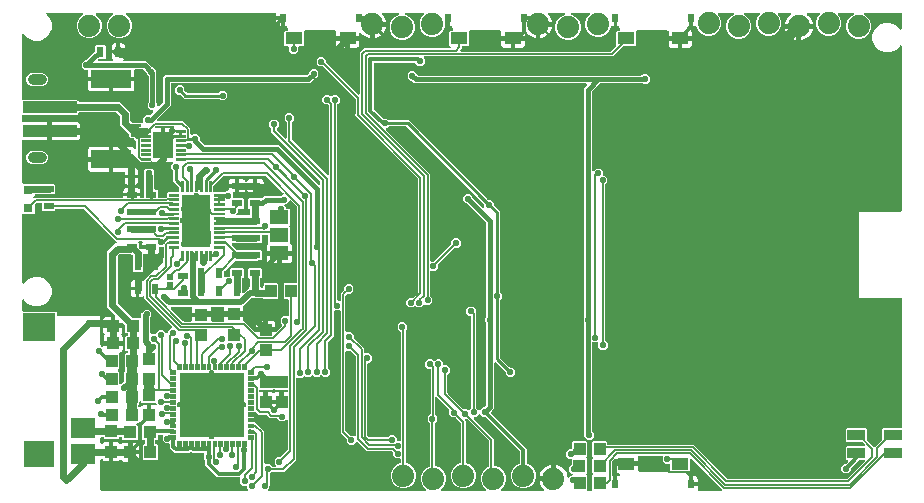
<source format=gbr>
G04 EAGLE Gerber RS-274X export*
G75*
%MOMM*%
%FSLAX34Y34*%
%LPD*%
%INBottom Copper*%
%IPPOS*%
%AMOC8*
5,1,8,0,0,1.08239X$1,22.5*%
G01*
%ADD10R,2.000000X1.800000*%
%ADD11R,2.600000X2.250000*%
%ADD12R,2.800000X2.450000*%
%ADD13R,1.100000X1.000000*%
%ADD14R,1.000000X1.100000*%
%ADD15C,0.031500*%
%ADD16R,5.400000X5.400000*%
%ADD17R,1.500000X0.900000*%
%ADD18C,1.879600*%
%ADD19C,0.055000*%
%ADD20R,2.400000X4.400000*%
%ADD21R,1.700000X2.300000*%
%ADD22R,4.600000X1.000000*%
%ADD23R,3.400000X1.600000*%
%ADD24C,0.900000*%
%ADD25R,0.600000X0.900000*%
%ADD26R,0.900000X0.600000*%
%ADD27R,0.800000X0.800000*%
%ADD28R,1.600200X1.168400*%
%ADD29R,1.450000X1.050000*%
%ADD30R,0.600000X0.800000*%
%ADD31R,0.508000X0.508000*%
%ADD32C,0.203200*%
%ADD33C,0.609600*%
%ADD34C,0.553200*%
%ADD35C,0.508000*%
%ADD36C,0.304800*%
%ADD37C,0.254000*%
%ADD38C,1.016000*%
%ADD39C,0.550000*%
%ADD40C,0.200000*%
%ADD41C,0.406400*%
%ADD42C,0.812800*%
%ADD43C,0.150000*%
%ADD44C,0.127000*%
%ADD45C,0.152400*%

G36*
X443695Y2545D02*
X443695Y2545D01*
X443727Y2543D01*
X443834Y2565D01*
X443942Y2581D01*
X443972Y2594D01*
X444003Y2600D01*
X444100Y2652D01*
X444199Y2697D01*
X444224Y2718D01*
X444252Y2733D01*
X444330Y2809D01*
X444413Y2880D01*
X444431Y2907D01*
X444454Y2930D01*
X444508Y3025D01*
X444568Y3116D01*
X444577Y3147D01*
X444593Y3175D01*
X444618Y3281D01*
X444650Y3386D01*
X444651Y3418D01*
X444658Y3449D01*
X444653Y3559D01*
X444654Y3668D01*
X444645Y3699D01*
X444644Y3731D01*
X444608Y3834D01*
X444579Y3940D01*
X444562Y3967D01*
X444551Y3998D01*
X444498Y4071D01*
X444431Y4180D01*
X444395Y4212D01*
X444370Y4247D01*
X443394Y5222D01*
X442289Y6743D01*
X441436Y8417D01*
X440855Y10204D01*
X440729Y11001D01*
X451500Y11001D01*
X451563Y11010D01*
X451628Y11009D01*
X451702Y11030D01*
X451779Y11041D01*
X451838Y11067D01*
X451900Y11084D01*
X451966Y11125D01*
X452036Y11157D01*
X452085Y11199D01*
X452140Y11232D01*
X452191Y11290D01*
X452250Y11340D01*
X452286Y11394D01*
X452329Y11442D01*
X452362Y11511D01*
X452405Y11576D01*
X452424Y11638D01*
X452452Y11695D01*
X452462Y11765D01*
X452487Y11846D01*
X452488Y11931D01*
X452499Y12000D01*
X452499Y13001D01*
X453500Y13001D01*
X453564Y13010D01*
X453628Y13009D01*
X453703Y13030D01*
X453779Y13041D01*
X453838Y13067D01*
X453900Y13084D01*
X453966Y13125D01*
X454036Y13157D01*
X454085Y13199D01*
X454140Y13232D01*
X454192Y13290D01*
X454250Y13340D01*
X454286Y13394D01*
X454329Y13442D01*
X454362Y13511D01*
X454405Y13576D01*
X454424Y13638D01*
X454452Y13696D01*
X454462Y13765D01*
X454487Y13846D01*
X454488Y13931D01*
X454499Y14000D01*
X454499Y24771D01*
X455296Y24645D01*
X457083Y24064D01*
X458757Y23211D01*
X460278Y22106D01*
X461606Y20778D01*
X462711Y19257D01*
X463564Y17583D01*
X464145Y15796D01*
X464309Y14761D01*
X464337Y14670D01*
X464356Y14577D01*
X464378Y14536D01*
X464392Y14492D01*
X464444Y14412D01*
X464488Y14328D01*
X464521Y14295D01*
X464547Y14256D01*
X464619Y14194D01*
X464685Y14126D01*
X464726Y14103D01*
X464761Y14073D01*
X464848Y14034D01*
X464931Y13987D01*
X464976Y13977D01*
X465018Y13957D01*
X465112Y13944D01*
X465205Y13922D01*
X465252Y13925D01*
X465298Y13918D01*
X465392Y13932D01*
X465487Y13937D01*
X465531Y13952D01*
X465577Y13959D01*
X465663Y13998D01*
X465753Y14029D01*
X465788Y14055D01*
X465834Y14075D01*
X465929Y14158D01*
X466002Y14211D01*
X467328Y15537D01*
X467756Y15537D01*
X467851Y15550D01*
X467947Y15555D01*
X467990Y15570D01*
X468035Y15577D01*
X468122Y15616D01*
X468213Y15648D01*
X468248Y15673D01*
X468292Y15693D01*
X468379Y15767D01*
X468388Y15772D01*
X468401Y15785D01*
X468462Y15829D01*
X468505Y15873D01*
X468544Y15924D01*
X468590Y15969D01*
X468628Y16036D01*
X468675Y16098D01*
X468697Y16158D01*
X468729Y16214D01*
X468747Y16290D01*
X468774Y16362D01*
X468779Y16426D01*
X468794Y16489D01*
X468790Y16566D01*
X468796Y16643D01*
X468783Y16706D01*
X468780Y16770D01*
X468754Y16843D01*
X468738Y16919D01*
X468708Y16976D01*
X468687Y17037D01*
X468646Y17093D01*
X468606Y17168D01*
X468547Y17229D01*
X468505Y17286D01*
X465963Y19828D01*
X465963Y23172D01*
X467987Y25195D01*
X468044Y25272D01*
X468109Y25344D01*
X468129Y25385D01*
X468156Y25421D01*
X468190Y25511D01*
X468232Y25597D01*
X468238Y25639D01*
X468255Y25685D01*
X468265Y25812D01*
X468279Y25902D01*
X468279Y28749D01*
X468270Y28813D01*
X468271Y28877D01*
X468250Y28952D01*
X468239Y29028D01*
X468213Y29087D01*
X468196Y29149D01*
X468155Y29215D01*
X468123Y29285D01*
X468081Y29334D01*
X468048Y29389D01*
X467990Y29441D01*
X467940Y29499D01*
X467886Y29535D01*
X467838Y29578D01*
X467769Y29611D01*
X467704Y29654D01*
X467642Y29673D01*
X467585Y29701D01*
X467515Y29712D01*
X467434Y29736D01*
X467349Y29737D01*
X467280Y29748D01*
X465543Y29748D01*
X463178Y32113D01*
X463178Y35457D01*
X465543Y37822D01*
X467380Y37822D01*
X467444Y37831D01*
X467508Y37830D01*
X467583Y37851D01*
X467659Y37862D01*
X467718Y37888D01*
X467780Y37905D01*
X467846Y37946D01*
X467916Y37978D01*
X467965Y38020D01*
X468020Y38053D01*
X468072Y38111D01*
X468130Y38161D01*
X468166Y38215D01*
X468209Y38263D01*
X468242Y38332D01*
X468285Y38397D01*
X468304Y38459D01*
X468332Y38516D01*
X468343Y38586D01*
X468367Y38667D01*
X468368Y38752D01*
X468379Y38821D01*
X468379Y43746D01*
X469124Y44491D01*
X479888Y44491D01*
X479920Y44495D01*
X479952Y44493D01*
X480059Y44515D01*
X480167Y44531D01*
X480197Y44544D01*
X480211Y44547D01*
X480217Y44537D01*
X480228Y44506D01*
X480281Y44433D01*
X480349Y44324D01*
X480385Y44292D01*
X480410Y44257D01*
X480921Y43746D01*
X480921Y31694D01*
X480604Y31377D01*
X480565Y31325D01*
X480519Y31280D01*
X480481Y31213D01*
X480434Y31151D01*
X480412Y31091D01*
X480380Y31035D01*
X480362Y30960D01*
X480335Y30887D01*
X480330Y30823D01*
X480315Y30761D01*
X480319Y30683D01*
X480313Y30606D01*
X480326Y30543D01*
X480329Y30479D01*
X480355Y30406D01*
X480371Y30330D01*
X480401Y30273D01*
X480422Y30212D01*
X480463Y30156D01*
X480503Y30081D01*
X480562Y30020D01*
X480604Y29963D01*
X480821Y29746D01*
X480821Y17694D01*
X480604Y17477D01*
X480565Y17425D01*
X480519Y17380D01*
X480481Y17313D01*
X480434Y17251D01*
X480412Y17191D01*
X480380Y17135D01*
X480362Y17060D01*
X480335Y16987D01*
X480330Y16923D01*
X480315Y16860D01*
X480319Y16783D01*
X480313Y16706D01*
X480326Y16643D01*
X480329Y16579D01*
X480355Y16506D01*
X480371Y16430D01*
X480401Y16373D01*
X480422Y16312D01*
X480463Y16256D01*
X480503Y16181D01*
X480562Y16120D01*
X480604Y16063D01*
X480921Y15746D01*
X480921Y3540D01*
X480930Y3476D01*
X480929Y3412D01*
X480950Y3337D01*
X480961Y3261D01*
X480987Y3202D01*
X481004Y3140D01*
X481045Y3074D01*
X481077Y3004D01*
X481119Y2955D01*
X481152Y2900D01*
X481210Y2848D01*
X481260Y2790D01*
X481314Y2754D01*
X481362Y2711D01*
X481431Y2678D01*
X481496Y2635D01*
X481558Y2616D01*
X481615Y2588D01*
X481685Y2577D01*
X481766Y2553D01*
X481851Y2552D01*
X481920Y2541D01*
X484380Y2541D01*
X484444Y2550D01*
X484508Y2549D01*
X484583Y2570D01*
X484659Y2581D01*
X484718Y2607D01*
X484780Y2624D01*
X484846Y2665D01*
X484916Y2697D01*
X484965Y2739D01*
X485020Y2772D01*
X485072Y2830D01*
X485130Y2880D01*
X485166Y2934D01*
X485209Y2982D01*
X485242Y3051D01*
X485285Y3116D01*
X485304Y3178D01*
X485332Y3235D01*
X485343Y3305D01*
X485367Y3386D01*
X485368Y3471D01*
X485379Y3540D01*
X485379Y15746D01*
X485596Y15963D01*
X485635Y16015D01*
X485681Y16060D01*
X485719Y16127D01*
X485766Y16189D01*
X485788Y16249D01*
X485820Y16305D01*
X485838Y16380D01*
X485865Y16453D01*
X485870Y16517D01*
X485885Y16579D01*
X485881Y16657D01*
X485887Y16734D01*
X485874Y16797D01*
X485871Y16861D01*
X485845Y16934D01*
X485829Y17010D01*
X485799Y17067D01*
X485778Y17128D01*
X485737Y17184D01*
X485697Y17259D01*
X485638Y17320D01*
X485596Y17377D01*
X485279Y17694D01*
X485279Y29746D01*
X485596Y30063D01*
X485635Y30115D01*
X485681Y30160D01*
X485719Y30227D01*
X485766Y30289D01*
X485788Y30349D01*
X485820Y30405D01*
X485838Y30480D01*
X485865Y30553D01*
X485870Y30617D01*
X485885Y30680D01*
X485881Y30757D01*
X485887Y30834D01*
X485874Y30897D01*
X485871Y30961D01*
X485845Y31034D01*
X485829Y31110D01*
X485799Y31167D01*
X485778Y31228D01*
X485737Y31284D01*
X485697Y31359D01*
X485638Y31420D01*
X485596Y31477D01*
X485379Y31694D01*
X485379Y43746D01*
X486124Y44491D01*
X497176Y44491D01*
X497921Y43746D01*
X497921Y42625D01*
X497930Y42561D01*
X497929Y42497D01*
X497950Y42422D01*
X497961Y42346D01*
X497987Y42287D01*
X498004Y42225D01*
X498045Y42159D01*
X498077Y42089D01*
X498119Y42040D01*
X498152Y41985D01*
X498210Y41933D01*
X498260Y41875D01*
X498314Y41839D01*
X498362Y41796D01*
X498431Y41763D01*
X498496Y41720D01*
X498558Y41701D01*
X498615Y41673D01*
X498685Y41662D01*
X498766Y41638D01*
X498851Y41637D01*
X498920Y41626D01*
X571069Y41626D01*
X599497Y13198D01*
X599573Y13141D01*
X599645Y13076D01*
X599686Y13056D01*
X599722Y13029D01*
X599812Y12995D01*
X599899Y12953D01*
X599941Y12947D01*
X599986Y12930D01*
X600114Y12920D01*
X600203Y12906D01*
X701061Y12906D01*
X701156Y12919D01*
X701252Y12924D01*
X701295Y12939D01*
X701340Y12946D01*
X701427Y12985D01*
X701518Y13017D01*
X701553Y13042D01*
X701597Y13062D01*
X701694Y13145D01*
X701767Y13198D01*
X715872Y27303D01*
X715892Y27329D01*
X715916Y27350D01*
X715976Y27442D01*
X716042Y27529D01*
X716053Y27559D01*
X716071Y27586D01*
X716103Y27691D01*
X716141Y27793D01*
X716144Y27825D01*
X716153Y27856D01*
X716155Y27965D01*
X716163Y28074D01*
X716156Y28106D01*
X716157Y28138D01*
X716128Y28243D01*
X716105Y28350D01*
X716090Y28379D01*
X716082Y28410D01*
X716024Y28503D01*
X715973Y28599D01*
X715950Y28622D01*
X715934Y28650D01*
X715852Y28723D01*
X715776Y28801D01*
X715748Y28817D01*
X715724Y28839D01*
X715626Y28886D01*
X715531Y28940D01*
X715499Y28948D01*
X715470Y28962D01*
X715381Y28976D01*
X715256Y29005D01*
X715208Y29003D01*
X715166Y29009D01*
X711876Y29009D01*
X711781Y28996D01*
X711684Y28991D01*
X711641Y28976D01*
X711596Y28969D01*
X711509Y28930D01*
X711418Y28898D01*
X711384Y28873D01*
X711339Y28853D01*
X711242Y28770D01*
X711169Y28717D01*
X704329Y21877D01*
X704272Y21800D01*
X704207Y21729D01*
X704187Y21688D01*
X704160Y21651D01*
X704126Y21561D01*
X704084Y21475D01*
X704078Y21433D01*
X704061Y21388D01*
X704051Y21260D01*
X704037Y21170D01*
X704037Y19828D01*
X701672Y17463D01*
X698328Y17463D01*
X695963Y19828D01*
X695963Y23172D01*
X698328Y25537D01*
X699670Y25537D01*
X699765Y25550D01*
X699862Y25555D01*
X699905Y25570D01*
X699950Y25577D01*
X700037Y25616D01*
X700128Y25648D01*
X700163Y25673D01*
X700207Y25693D01*
X700304Y25776D01*
X700377Y25829D01*
X701851Y27303D01*
X701870Y27329D01*
X701895Y27350D01*
X701955Y27442D01*
X702020Y27529D01*
X702032Y27559D01*
X702049Y27586D01*
X702081Y27691D01*
X702120Y27793D01*
X702122Y27825D01*
X702132Y27856D01*
X702133Y27965D01*
X702142Y28074D01*
X702135Y28106D01*
X702136Y28138D01*
X702106Y28243D01*
X702084Y28350D01*
X702069Y28379D01*
X702060Y28410D01*
X702003Y28503D01*
X701952Y28599D01*
X701929Y28622D01*
X701912Y28650D01*
X701831Y28723D01*
X701755Y28801D01*
X701727Y28817D01*
X701703Y28839D01*
X701605Y28886D01*
X701510Y28940D01*
X701478Y28948D01*
X701449Y28962D01*
X701360Y28976D01*
X701235Y29005D01*
X701187Y29003D01*
X701145Y29009D01*
X700824Y29009D01*
X700079Y29754D01*
X700079Y39806D01*
X700824Y40551D01*
X715342Y40551D01*
X715374Y40555D01*
X715406Y40553D01*
X715513Y40575D01*
X715621Y40591D01*
X715650Y40604D01*
X715682Y40610D01*
X715778Y40662D01*
X715878Y40707D01*
X715902Y40728D01*
X715931Y40743D01*
X716009Y40819D01*
X716092Y40890D01*
X716110Y40917D01*
X716133Y40940D01*
X716187Y41035D01*
X716247Y41126D01*
X716256Y41157D01*
X716272Y41185D01*
X716297Y41291D01*
X716329Y41396D01*
X716329Y41428D01*
X716337Y41459D01*
X716331Y41569D01*
X716333Y41678D01*
X716324Y41709D01*
X716323Y41741D01*
X716287Y41844D01*
X716258Y41950D01*
X716241Y41977D01*
X716230Y42008D01*
X716177Y42081D01*
X716109Y42190D01*
X716073Y42222D01*
X716048Y42257D01*
X714588Y43717D01*
X714511Y43774D01*
X714440Y43839D01*
X714399Y43859D01*
X714363Y43886D01*
X714273Y43920D01*
X714186Y43962D01*
X714144Y43968D01*
X714099Y43985D01*
X713971Y43995D01*
X713882Y44009D01*
X700824Y44009D01*
X700079Y44754D01*
X700079Y54806D01*
X700824Y55551D01*
X716876Y55551D01*
X717621Y54806D01*
X717621Y46488D01*
X717630Y46426D01*
X717629Y46380D01*
X717636Y46353D01*
X717639Y46297D01*
X717654Y46254D01*
X717661Y46209D01*
X717700Y46122D01*
X717701Y46118D01*
X717704Y46108D01*
X717706Y46106D01*
X717732Y46031D01*
X717757Y45996D01*
X717777Y45952D01*
X717860Y45855D01*
X717913Y45782D01*
X723481Y40214D01*
X723533Y40175D01*
X723578Y40129D01*
X723645Y40091D01*
X723707Y40044D01*
X723767Y40022D01*
X723823Y39990D01*
X723898Y39972D01*
X723971Y39945D01*
X724035Y39940D01*
X724097Y39925D01*
X724175Y39929D01*
X724252Y39923D01*
X724315Y39936D01*
X724379Y39939D01*
X724452Y39965D01*
X724528Y39981D01*
X724585Y40011D01*
X724646Y40032D01*
X724702Y40073D01*
X724777Y40113D01*
X724838Y40172D01*
X724895Y40214D01*
X730787Y46106D01*
X730844Y46183D01*
X730909Y46254D01*
X730929Y46295D01*
X730956Y46331D01*
X730990Y46421D01*
X731032Y46508D01*
X731038Y46550D01*
X731055Y46595D01*
X731065Y46723D01*
X731079Y46812D01*
X731079Y54806D01*
X731824Y55551D01*
X746460Y55551D01*
X746524Y55560D01*
X746588Y55559D01*
X746663Y55580D01*
X746739Y55591D01*
X746798Y55617D01*
X746860Y55634D01*
X746926Y55675D01*
X746996Y55707D01*
X747045Y55749D01*
X747100Y55782D01*
X747152Y55840D01*
X747210Y55890D01*
X747246Y55944D01*
X747289Y55992D01*
X747322Y56061D01*
X747365Y56126D01*
X747384Y56188D01*
X747412Y56245D01*
X747423Y56315D01*
X747447Y56396D01*
X747448Y56481D01*
X747459Y56550D01*
X747459Y165000D01*
X747450Y165064D01*
X747451Y165128D01*
X747430Y165203D01*
X747419Y165279D01*
X747393Y165338D01*
X747376Y165400D01*
X747335Y165466D01*
X747303Y165536D01*
X747261Y165585D01*
X747228Y165640D01*
X747170Y165692D01*
X747120Y165750D01*
X747066Y165786D01*
X747018Y165829D01*
X746949Y165862D01*
X746884Y165905D01*
X746822Y165924D01*
X746765Y165952D01*
X746695Y165963D01*
X746614Y165987D01*
X746529Y165988D01*
X746460Y165999D01*
X710999Y165999D01*
X710999Y239001D01*
X746460Y239001D01*
X746524Y239010D01*
X746588Y239009D01*
X746663Y239030D01*
X746739Y239041D01*
X746798Y239067D01*
X746860Y239084D01*
X746926Y239125D01*
X746996Y239157D01*
X747045Y239199D01*
X747100Y239232D01*
X747152Y239290D01*
X747210Y239340D01*
X747246Y239394D01*
X747289Y239442D01*
X747322Y239511D01*
X747365Y239576D01*
X747384Y239638D01*
X747412Y239695D01*
X747423Y239765D01*
X747447Y239846D01*
X747448Y239931D01*
X747459Y240000D01*
X747459Y378812D01*
X747455Y378844D01*
X747457Y378876D01*
X747435Y378983D01*
X747419Y379091D01*
X747406Y379120D01*
X747400Y379152D01*
X747348Y379248D01*
X747303Y379348D01*
X747282Y379372D01*
X747267Y379401D01*
X747191Y379479D01*
X747120Y379562D01*
X747093Y379580D01*
X747070Y379603D01*
X746975Y379657D01*
X746884Y379717D01*
X746853Y379726D01*
X746825Y379742D01*
X746719Y379767D01*
X746614Y379799D01*
X746582Y379799D01*
X746551Y379807D01*
X746441Y379801D01*
X746332Y379803D01*
X746301Y379794D01*
X746269Y379792D01*
X746166Y379757D01*
X746060Y379727D01*
X746033Y379710D01*
X746002Y379700D01*
X745929Y379647D01*
X745820Y379579D01*
X745788Y379543D01*
X745753Y379518D01*
X742104Y375868D01*
X737495Y373959D01*
X732505Y373959D01*
X727896Y375869D01*
X724369Y379396D01*
X722459Y384005D01*
X722459Y388995D01*
X724369Y393604D01*
X727896Y397131D01*
X732505Y399041D01*
X737495Y399041D01*
X742104Y397132D01*
X745753Y393482D01*
X745779Y393462D01*
X745800Y393438D01*
X745892Y393378D01*
X745979Y393313D01*
X746009Y393301D01*
X746036Y393283D01*
X746141Y393252D01*
X746243Y393213D01*
X746275Y393211D01*
X746306Y393201D01*
X746415Y393200D01*
X746524Y393191D01*
X746556Y393198D01*
X746588Y393197D01*
X746693Y393227D01*
X746800Y393249D01*
X746829Y393264D01*
X746860Y393273D01*
X746953Y393330D01*
X747049Y393381D01*
X747072Y393404D01*
X747100Y393421D01*
X747173Y393502D01*
X747251Y393578D01*
X747267Y393606D01*
X747289Y393630D01*
X747336Y393728D01*
X747390Y393823D01*
X747398Y393855D01*
X747412Y393884D01*
X747426Y393973D01*
X747455Y394098D01*
X747453Y394146D01*
X747459Y394188D01*
X747459Y406460D01*
X747450Y406524D01*
X747451Y406588D01*
X747430Y406663D01*
X747419Y406739D01*
X747393Y406798D01*
X747376Y406860D01*
X747335Y406926D01*
X747303Y406996D01*
X747261Y407045D01*
X747228Y407100D01*
X747170Y407152D01*
X747120Y407210D01*
X747066Y407246D01*
X747018Y407289D01*
X746949Y407322D01*
X746884Y407365D01*
X746822Y407384D01*
X746765Y407412D01*
X746695Y407423D01*
X746614Y407447D01*
X746529Y407448D01*
X746460Y407459D01*
X716237Y407459D01*
X716151Y407447D01*
X716064Y407444D01*
X716012Y407427D01*
X715958Y407419D01*
X715879Y407384D01*
X715796Y407357D01*
X715751Y407326D01*
X715701Y407303D01*
X715635Y407247D01*
X715563Y407198D01*
X715528Y407156D01*
X715487Y407120D01*
X715439Y407047D01*
X715384Y406980D01*
X715362Y406930D01*
X715332Y406884D01*
X715307Y406801D01*
X715273Y406721D01*
X715266Y406667D01*
X715250Y406614D01*
X715249Y406527D01*
X715238Y406441D01*
X715247Y406387D01*
X715246Y406332D01*
X715269Y406248D01*
X715283Y406163D01*
X715307Y406113D01*
X715321Y406060D01*
X715367Y405986D01*
X715404Y405908D01*
X715441Y405867D01*
X715469Y405820D01*
X715534Y405762D01*
X715592Y405697D01*
X715635Y405671D01*
X715679Y405631D01*
X715781Y405582D01*
X715855Y405537D01*
X717043Y405045D01*
X720044Y402043D01*
X721669Y398122D01*
X721669Y393878D01*
X720044Y389957D01*
X717043Y386956D01*
X713122Y385331D01*
X708878Y385331D01*
X704957Y386956D01*
X701956Y389957D01*
X700331Y393878D01*
X700331Y398122D01*
X701956Y402043D01*
X704957Y405045D01*
X706145Y405537D01*
X706220Y405581D01*
X706299Y405617D01*
X706341Y405652D01*
X706388Y405680D01*
X706447Y405744D01*
X706513Y405800D01*
X706543Y405846D01*
X706581Y405886D01*
X706620Y405963D01*
X706668Y406036D01*
X706684Y406089D01*
X706709Y406138D01*
X706725Y406223D01*
X706750Y406306D01*
X706751Y406361D01*
X706761Y406415D01*
X706753Y406501D01*
X706754Y406588D01*
X706739Y406641D01*
X706734Y406695D01*
X706702Y406776D01*
X706679Y406860D01*
X706650Y406906D01*
X706630Y406957D01*
X706576Y407026D01*
X706531Y407100D01*
X706490Y407136D01*
X706456Y407180D01*
X706386Y407231D01*
X706321Y407289D01*
X706272Y407313D01*
X706227Y407345D01*
X706145Y407374D01*
X706067Y407412D01*
X706017Y407420D01*
X705962Y407439D01*
X705848Y407446D01*
X705763Y407459D01*
X694181Y407459D01*
X694149Y407455D01*
X694117Y407457D01*
X694010Y407435D01*
X693902Y407419D01*
X693872Y407406D01*
X693841Y407400D01*
X693744Y407348D01*
X693645Y407303D01*
X693620Y407282D01*
X693592Y407267D01*
X693514Y407191D01*
X693431Y407120D01*
X693413Y407093D01*
X693390Y407070D01*
X693336Y406975D01*
X693276Y406884D01*
X693267Y406853D01*
X693251Y406825D01*
X693226Y406719D01*
X693194Y406614D01*
X693193Y406582D01*
X693186Y406551D01*
X693191Y406441D01*
X693190Y406332D01*
X693199Y406301D01*
X693200Y406269D01*
X693236Y406166D01*
X693265Y406060D01*
X693282Y406033D01*
X693293Y406002D01*
X693346Y405929D01*
X693413Y405820D01*
X693449Y405788D01*
X693474Y405753D01*
X694645Y404583D01*
X696269Y400662D01*
X696269Y396418D01*
X694644Y392497D01*
X691643Y389496D01*
X687722Y387871D01*
X683478Y387871D01*
X679557Y389496D01*
X676556Y392497D01*
X674931Y396418D01*
X674931Y400662D01*
X676555Y404583D01*
X677726Y405753D01*
X677745Y405779D01*
X677769Y405800D01*
X677829Y405892D01*
X677895Y405979D01*
X677906Y406009D01*
X677924Y406036D01*
X677956Y406141D01*
X677994Y406243D01*
X677997Y406275D01*
X678006Y406306D01*
X678008Y406415D01*
X678016Y406524D01*
X678010Y406556D01*
X678010Y406588D01*
X677981Y406693D01*
X677959Y406800D01*
X677943Y406829D01*
X677935Y406860D01*
X677877Y406953D01*
X677826Y407049D01*
X677804Y407072D01*
X677787Y407100D01*
X677706Y407173D01*
X677629Y407251D01*
X677601Y407267D01*
X677577Y407289D01*
X677479Y407336D01*
X677384Y407390D01*
X677353Y407398D01*
X677324Y407412D01*
X677234Y407426D01*
X677110Y407455D01*
X677061Y407453D01*
X677019Y407459D01*
X667814Y407459D01*
X667705Y407444D01*
X667595Y407435D01*
X667566Y407424D01*
X667535Y407419D01*
X667435Y407374D01*
X667331Y407335D01*
X667307Y407316D01*
X667278Y407303D01*
X667194Y407232D01*
X667106Y407165D01*
X667088Y407140D01*
X667064Y407120D01*
X667003Y407027D01*
X666937Y406939D01*
X666927Y406910D01*
X666909Y406884D01*
X666877Y406778D01*
X666839Y406675D01*
X666836Y406644D01*
X666827Y406614D01*
X666826Y406504D01*
X666817Y406394D01*
X666824Y406363D01*
X666823Y406332D01*
X666853Y406226D01*
X666876Y406118D01*
X666890Y406090D01*
X666899Y406060D01*
X666957Y405966D01*
X667009Y405869D01*
X667029Y405848D01*
X667047Y405820D01*
X667163Y405715D01*
X667227Y405652D01*
X667978Y405106D01*
X669306Y403778D01*
X670411Y402257D01*
X671264Y400583D01*
X671845Y398796D01*
X671971Y397999D01*
X661200Y397999D01*
X661137Y397990D01*
X661072Y397991D01*
X660998Y397970D01*
X660921Y397959D01*
X660862Y397933D01*
X660800Y397916D01*
X660734Y397875D01*
X660664Y397843D01*
X660615Y397801D01*
X660560Y397768D01*
X660509Y397710D01*
X660450Y397660D01*
X660414Y397606D01*
X660371Y397558D01*
X660338Y397489D01*
X660295Y397424D01*
X660276Y397362D01*
X660248Y397305D01*
X660238Y397235D01*
X660213Y397154D01*
X660212Y397069D01*
X660201Y397000D01*
X660201Y395999D01*
X660199Y395999D01*
X660199Y397000D01*
X660190Y397064D01*
X660191Y397128D01*
X660170Y397203D01*
X660159Y397279D01*
X660133Y397338D01*
X660116Y397400D01*
X660075Y397466D01*
X660043Y397536D01*
X660001Y397585D01*
X659968Y397640D01*
X659910Y397692D01*
X659860Y397750D01*
X659806Y397786D01*
X659758Y397829D01*
X659689Y397862D01*
X659624Y397905D01*
X659562Y397924D01*
X659504Y397952D01*
X659435Y397962D01*
X659354Y397987D01*
X659269Y397988D01*
X659200Y397999D01*
X648429Y397999D01*
X648555Y398796D01*
X649136Y400583D01*
X649989Y402257D01*
X651094Y403778D01*
X652422Y405106D01*
X653173Y405652D01*
X653252Y405728D01*
X653336Y405800D01*
X653353Y405826D01*
X653375Y405848D01*
X653430Y405944D01*
X653491Y406036D01*
X653500Y406066D01*
X653515Y406093D01*
X653541Y406200D01*
X653573Y406306D01*
X653573Y406337D01*
X653581Y406367D01*
X653575Y406478D01*
X653577Y406588D01*
X653568Y406618D01*
X653567Y406649D01*
X653531Y406753D01*
X653501Y406860D01*
X653485Y406886D01*
X653475Y406916D01*
X653411Y407006D01*
X653353Y407100D01*
X653330Y407121D01*
X653312Y407146D01*
X653226Y407215D01*
X653144Y407289D01*
X653116Y407302D01*
X653092Y407322D01*
X652989Y407364D01*
X652890Y407412D01*
X652861Y407416D01*
X652831Y407429D01*
X652674Y407445D01*
X652586Y407459D01*
X643381Y407459D01*
X643349Y407455D01*
X643317Y407457D01*
X643210Y407435D01*
X643102Y407419D01*
X643072Y407406D01*
X643041Y407400D01*
X642944Y407348D01*
X642845Y407303D01*
X642820Y407282D01*
X642792Y407267D01*
X642714Y407191D01*
X642631Y407120D01*
X642613Y407093D01*
X642590Y407070D01*
X642536Y406975D01*
X642476Y406884D01*
X642467Y406853D01*
X642451Y406825D01*
X642426Y406719D01*
X642394Y406614D01*
X642393Y406582D01*
X642386Y406551D01*
X642391Y406441D01*
X642390Y406332D01*
X642399Y406301D01*
X642400Y406269D01*
X642436Y406166D01*
X642465Y406060D01*
X642482Y406033D01*
X642493Y406002D01*
X642546Y405929D01*
X642613Y405820D01*
X642649Y405788D01*
X642674Y405753D01*
X643845Y404583D01*
X645469Y400662D01*
X645469Y396418D01*
X643844Y392497D01*
X640843Y389496D01*
X636922Y387871D01*
X632678Y387871D01*
X628757Y389496D01*
X625756Y392497D01*
X624131Y396418D01*
X624131Y400662D01*
X625755Y404583D01*
X626926Y405753D01*
X626945Y405779D01*
X626969Y405800D01*
X627029Y405892D01*
X627095Y405979D01*
X627106Y406009D01*
X627124Y406036D01*
X627156Y406141D01*
X627194Y406243D01*
X627197Y406275D01*
X627206Y406306D01*
X627208Y406415D01*
X627216Y406524D01*
X627210Y406556D01*
X627210Y406588D01*
X627181Y406693D01*
X627159Y406800D01*
X627143Y406829D01*
X627135Y406860D01*
X627077Y406953D01*
X627026Y407049D01*
X627004Y407072D01*
X626987Y407100D01*
X626906Y407173D01*
X626829Y407251D01*
X626801Y407267D01*
X626777Y407289D01*
X626679Y407336D01*
X626584Y407390D01*
X626553Y407398D01*
X626524Y407412D01*
X626434Y407426D01*
X626310Y407455D01*
X626261Y407453D01*
X626219Y407459D01*
X614637Y407459D01*
X614551Y407447D01*
X614464Y407444D01*
X614412Y407427D01*
X614358Y407419D01*
X614279Y407384D01*
X614196Y407357D01*
X614151Y407326D01*
X614101Y407303D01*
X614035Y407247D01*
X613963Y407198D01*
X613928Y407156D01*
X613887Y407120D01*
X613839Y407047D01*
X613784Y406980D01*
X613762Y406930D01*
X613732Y406884D01*
X613707Y406801D01*
X613673Y406721D01*
X613666Y406667D01*
X613650Y406614D01*
X613649Y406527D01*
X613638Y406441D01*
X613647Y406387D01*
X613646Y406332D01*
X613669Y406248D01*
X613683Y406163D01*
X613707Y406113D01*
X613721Y406060D01*
X613767Y405986D01*
X613804Y405908D01*
X613841Y405867D01*
X613869Y405820D01*
X613934Y405762D01*
X613992Y405697D01*
X614035Y405671D01*
X614079Y405631D01*
X614181Y405582D01*
X614255Y405537D01*
X615443Y405045D01*
X618444Y402043D01*
X620069Y398122D01*
X620069Y393878D01*
X618444Y389957D01*
X615443Y386956D01*
X611522Y385331D01*
X607278Y385331D01*
X603357Y386956D01*
X600356Y389957D01*
X598731Y393878D01*
X598731Y398122D01*
X600356Y402043D01*
X603357Y405045D01*
X604545Y405537D01*
X604620Y405581D01*
X604699Y405617D01*
X604741Y405652D01*
X604788Y405680D01*
X604847Y405744D01*
X604913Y405800D01*
X604943Y405846D01*
X604981Y405886D01*
X605020Y405963D01*
X605068Y406036D01*
X605084Y406089D01*
X605109Y406138D01*
X605125Y406223D01*
X605150Y406306D01*
X605151Y406361D01*
X605161Y406415D01*
X605153Y406501D01*
X605154Y406588D01*
X605139Y406641D01*
X605134Y406695D01*
X605102Y406776D01*
X605079Y406860D01*
X605050Y406906D01*
X605030Y406957D01*
X604976Y407026D01*
X604931Y407100D01*
X604890Y407136D01*
X604856Y407180D01*
X604786Y407231D01*
X604721Y407289D01*
X604672Y407313D01*
X604627Y407345D01*
X604545Y407374D01*
X604467Y407412D01*
X604417Y407420D01*
X604362Y407439D01*
X604248Y407446D01*
X604163Y407459D01*
X592581Y407459D01*
X592549Y407455D01*
X592517Y407457D01*
X592410Y407435D01*
X592302Y407419D01*
X592272Y407406D01*
X592241Y407400D01*
X592144Y407348D01*
X592045Y407303D01*
X592020Y407282D01*
X591992Y407267D01*
X591914Y407191D01*
X591831Y407120D01*
X591813Y407093D01*
X591790Y407070D01*
X591736Y406975D01*
X591676Y406884D01*
X591667Y406853D01*
X591651Y406825D01*
X591626Y406719D01*
X591594Y406614D01*
X591593Y406582D01*
X591586Y406551D01*
X591591Y406441D01*
X591590Y406332D01*
X591599Y406301D01*
X591600Y406269D01*
X591636Y406166D01*
X591665Y406060D01*
X591682Y406033D01*
X591693Y406002D01*
X591746Y405929D01*
X591813Y405820D01*
X591849Y405788D01*
X591874Y405753D01*
X593045Y404583D01*
X594669Y400662D01*
X594669Y396418D01*
X593044Y392497D01*
X590043Y389496D01*
X586122Y387871D01*
X581878Y387871D01*
X577957Y389496D01*
X574956Y392497D01*
X573552Y395886D01*
X573483Y396002D01*
X573410Y396127D01*
X573409Y396128D01*
X573408Y396129D01*
X573307Y396224D01*
X573204Y396320D01*
X573203Y396321D01*
X573202Y396322D01*
X573074Y396387D01*
X572953Y396449D01*
X572952Y396449D01*
X572951Y396449D01*
X572807Y396477D01*
X572676Y396502D01*
X572675Y396502D01*
X572674Y396502D01*
X572393Y396475D01*
X572381Y396470D01*
X572370Y396469D01*
X572334Y396459D01*
X570499Y396459D01*
X570499Y402500D01*
X570490Y402563D01*
X570491Y402628D01*
X570470Y402702D01*
X570459Y402779D01*
X570433Y402837D01*
X570416Y402899D01*
X570375Y402965D01*
X570343Y403036D01*
X570301Y403085D01*
X570268Y403139D01*
X570210Y403191D01*
X570160Y403250D01*
X570106Y403285D01*
X570058Y403328D01*
X569989Y403362D01*
X569924Y403405D01*
X569862Y403423D01*
X569805Y403451D01*
X569735Y403462D01*
X569654Y403487D01*
X569569Y403488D01*
X569500Y403499D01*
X568500Y403499D01*
X568436Y403490D01*
X568372Y403491D01*
X568297Y403470D01*
X568221Y403459D01*
X568162Y403433D01*
X568100Y403416D01*
X568034Y403375D01*
X567964Y403343D01*
X567915Y403301D01*
X567860Y403267D01*
X567808Y403210D01*
X567750Y403160D01*
X567714Y403106D01*
X567671Y403058D01*
X567638Y402989D01*
X567595Y402924D01*
X567576Y402862D01*
X567548Y402804D01*
X567537Y402735D01*
X567513Y402654D01*
X567512Y402569D01*
X567501Y402500D01*
X567501Y396459D01*
X566898Y396459D01*
X566783Y396443D01*
X566667Y396432D01*
X566643Y396423D01*
X566619Y396419D01*
X566512Y396371D01*
X566404Y396329D01*
X566384Y396314D01*
X566362Y396303D01*
X566273Y396227D01*
X566181Y396156D01*
X566167Y396137D01*
X566147Y396120D01*
X566051Y395972D01*
X566003Y395905D01*
X565546Y394985D01*
X565542Y394974D01*
X565536Y394964D01*
X565498Y394840D01*
X565457Y394717D01*
X565457Y394705D01*
X565453Y394694D01*
X565452Y394565D01*
X565447Y394435D01*
X565450Y394424D01*
X565450Y394412D01*
X565484Y394287D01*
X565516Y394162D01*
X565522Y394152D01*
X565525Y394140D01*
X565593Y394030D01*
X565658Y393918D01*
X565667Y393910D01*
X565673Y393900D01*
X565769Y393813D01*
X565863Y393724D01*
X565874Y393719D01*
X565882Y393711D01*
X565999Y393655D01*
X566114Y393596D01*
X566126Y393593D01*
X566136Y393588D01*
X566217Y393576D01*
X566391Y393542D01*
X566417Y393544D01*
X566441Y393541D01*
X567335Y393541D01*
X567981Y393368D01*
X568560Y393033D01*
X569033Y392560D01*
X569368Y391981D01*
X569541Y391335D01*
X569541Y387749D01*
X560750Y387749D01*
X560686Y387740D01*
X560622Y387741D01*
X560548Y387720D01*
X560471Y387709D01*
X560412Y387683D01*
X560350Y387666D01*
X560284Y387625D01*
X560214Y387593D01*
X560165Y387551D01*
X560110Y387518D01*
X560059Y387460D01*
X560000Y387410D01*
X559964Y387356D01*
X559921Y387308D01*
X559888Y387239D01*
X559845Y387174D01*
X559826Y387112D01*
X559798Y387055D01*
X559788Y386985D01*
X559763Y386904D01*
X559762Y386819D01*
X559751Y386750D01*
X559751Y385749D01*
X559749Y385749D01*
X559749Y386750D01*
X559740Y386814D01*
X559741Y386878D01*
X559720Y386953D01*
X559709Y387029D01*
X559683Y387088D01*
X559666Y387150D01*
X559625Y387216D01*
X559593Y387286D01*
X559551Y387335D01*
X559518Y387390D01*
X559460Y387442D01*
X559410Y387500D01*
X559356Y387536D01*
X559308Y387579D01*
X559239Y387612D01*
X559174Y387655D01*
X559112Y387674D01*
X559054Y387702D01*
X558985Y387712D01*
X558904Y387737D01*
X558819Y387738D01*
X558750Y387749D01*
X549959Y387749D01*
X549959Y391460D01*
X549950Y391524D01*
X549951Y391588D01*
X549930Y391663D01*
X549919Y391739D01*
X549893Y391798D01*
X549876Y391860D01*
X549835Y391926D01*
X549803Y391996D01*
X549761Y392045D01*
X549728Y392100D01*
X549670Y392152D01*
X549620Y392210D01*
X549566Y392246D01*
X549518Y392289D01*
X549449Y392322D01*
X549384Y392365D01*
X549322Y392384D01*
X549265Y392412D01*
X549195Y392423D01*
X549114Y392447D01*
X549029Y392448D01*
X548960Y392459D01*
X523770Y392459D01*
X523706Y392450D01*
X523642Y392451D01*
X523567Y392430D01*
X523491Y392419D01*
X523432Y392393D01*
X523370Y392376D01*
X523304Y392335D01*
X523234Y392303D01*
X523185Y392261D01*
X523130Y392228D01*
X523078Y392170D01*
X523020Y392120D01*
X522984Y392066D01*
X522941Y392018D01*
X522908Y391949D01*
X522865Y391884D01*
X522846Y391822D01*
X522818Y391765D01*
X522807Y391695D01*
X522783Y391614D01*
X522782Y391529D01*
X522771Y391460D01*
X522771Y379974D01*
X522026Y379229D01*
X511937Y379229D01*
X511842Y379216D01*
X511746Y379211D01*
X511703Y379196D01*
X511658Y379189D01*
X511570Y379150D01*
X511479Y379118D01*
X511445Y379093D01*
X511401Y379073D01*
X511303Y378990D01*
X511230Y378937D01*
X502805Y370511D01*
X343610Y370511D01*
X343578Y370507D01*
X343546Y370509D01*
X343439Y370487D01*
X343331Y370471D01*
X343301Y370458D01*
X343270Y370452D01*
X343173Y370400D01*
X343074Y370355D01*
X343049Y370334D01*
X343021Y370319D01*
X342942Y370243D01*
X342859Y370172D01*
X342842Y370145D01*
X342819Y370122D01*
X342765Y370027D01*
X342705Y369936D01*
X342696Y369905D01*
X342680Y369877D01*
X342655Y369771D01*
X342623Y369666D01*
X342622Y369634D01*
X342615Y369603D01*
X342620Y369493D01*
X342619Y369384D01*
X342627Y369353D01*
X342629Y369321D01*
X342665Y369218D01*
X342694Y369112D01*
X342711Y369085D01*
X342722Y369054D01*
X342775Y368981D01*
X342842Y368872D01*
X342878Y368840D01*
X342903Y368805D01*
X343537Y368172D01*
X343537Y364828D01*
X341172Y362463D01*
X337828Y362463D01*
X335379Y364913D01*
X335302Y364970D01*
X335230Y365035D01*
X335189Y365055D01*
X335153Y365082D01*
X335063Y365116D01*
X334977Y365158D01*
X334935Y365164D01*
X334889Y365181D01*
X334762Y365191D01*
X334672Y365205D01*
X301294Y365205D01*
X301230Y365196D01*
X301166Y365197D01*
X301091Y365176D01*
X301015Y365165D01*
X300956Y365139D01*
X300894Y365122D01*
X300828Y365081D01*
X300758Y365049D01*
X300709Y365007D01*
X300654Y364974D01*
X300602Y364916D01*
X300544Y364866D01*
X300508Y364812D01*
X300465Y364764D01*
X300432Y364695D01*
X300389Y364630D01*
X300370Y364568D01*
X300342Y364511D01*
X300331Y364441D01*
X300307Y364360D01*
X300306Y364275D01*
X300295Y364206D01*
X300295Y326072D01*
X300308Y325977D01*
X300313Y325880D01*
X300328Y325837D01*
X300335Y325792D01*
X300374Y325705D01*
X300406Y325614D01*
X300431Y325580D01*
X300451Y325535D01*
X300534Y325438D01*
X300587Y325365D01*
X307873Y318079D01*
X307950Y318022D01*
X308021Y317957D01*
X308062Y317937D01*
X308099Y317910D01*
X308189Y317876D01*
X308275Y317834D01*
X308317Y317828D01*
X308362Y317811D01*
X308490Y317801D01*
X308580Y317787D01*
X311422Y317787D01*
X312625Y316583D01*
X312702Y316526D01*
X312774Y316461D01*
X312815Y316441D01*
X312851Y316414D01*
X312941Y316380D01*
X313027Y316338D01*
X313069Y316332D01*
X313115Y316315D01*
X313242Y316305D01*
X313332Y316291D01*
X330302Y316291D01*
X397264Y249329D01*
X397341Y249272D01*
X397412Y249207D01*
X397453Y249187D01*
X397489Y249160D01*
X397579Y249126D01*
X397666Y249084D01*
X397708Y249078D01*
X397753Y249061D01*
X397881Y249051D01*
X397970Y249037D01*
X399672Y249037D01*
X402037Y246672D01*
X402037Y244970D01*
X402050Y244875D01*
X402055Y244779D01*
X402070Y244736D01*
X402077Y244691D01*
X402116Y244604D01*
X402148Y244513D01*
X402173Y244478D01*
X402193Y244434D01*
X402276Y244337D01*
X402329Y244264D01*
X405260Y241333D01*
X407041Y239552D01*
X407041Y172150D01*
X407054Y172055D01*
X407059Y171959D01*
X407074Y171916D01*
X407081Y171871D01*
X407120Y171783D01*
X407152Y171692D01*
X407177Y171658D01*
X407197Y171614D01*
X407280Y171516D01*
X407333Y171443D01*
X409105Y169672D01*
X409105Y166328D01*
X407333Y164557D01*
X407276Y164480D01*
X407211Y164408D01*
X407191Y164367D01*
X407164Y164331D01*
X407130Y164241D01*
X407088Y164155D01*
X407082Y164113D01*
X407065Y164067D01*
X407055Y163939D01*
X407041Y163850D01*
X407041Y115966D01*
X407054Y115871D01*
X407059Y115775D01*
X407074Y115732D01*
X407081Y115687D01*
X407120Y115600D01*
X407152Y115509D01*
X407177Y115474D01*
X407197Y115430D01*
X407280Y115333D01*
X407333Y115260D01*
X415264Y107329D01*
X415341Y107272D01*
X415412Y107207D01*
X415453Y107187D01*
X415489Y107160D01*
X415579Y107126D01*
X415666Y107084D01*
X415708Y107078D01*
X415753Y107061D01*
X415881Y107051D01*
X415970Y107037D01*
X417672Y107037D01*
X420037Y104672D01*
X420037Y101328D01*
X417672Y98963D01*
X414328Y98963D01*
X411963Y101328D01*
X411963Y103030D01*
X411950Y103125D01*
X411945Y103221D01*
X411930Y103264D01*
X411923Y103309D01*
X411884Y103396D01*
X411852Y103487D01*
X411827Y103522D01*
X411807Y103566D01*
X411724Y103663D01*
X411671Y103736D01*
X404009Y111398D01*
X403983Y111418D01*
X403962Y111442D01*
X403870Y111502D01*
X403783Y111568D01*
X403753Y111579D01*
X403726Y111597D01*
X403621Y111629D01*
X403519Y111667D01*
X403487Y111670D01*
X403456Y111679D01*
X403347Y111680D01*
X403238Y111689D01*
X403206Y111682D01*
X403174Y111683D01*
X403069Y111654D01*
X402962Y111631D01*
X402933Y111616D01*
X402902Y111608D01*
X402809Y111550D01*
X402713Y111499D01*
X402690Y111476D01*
X402662Y111459D01*
X402589Y111378D01*
X402511Y111302D01*
X402495Y111274D01*
X402473Y111250D01*
X402426Y111152D01*
X402372Y111057D01*
X402364Y111025D01*
X402350Y110996D01*
X402336Y110907D01*
X402307Y110782D01*
X402309Y110734D01*
X402303Y110692D01*
X402303Y72632D01*
X400075Y70405D01*
X399518Y69847D01*
X399480Y69796D01*
X399434Y69751D01*
X399395Y69684D01*
X399349Y69622D01*
X399326Y69562D01*
X399294Y69506D01*
X399277Y69430D01*
X399249Y69358D01*
X399244Y69294D01*
X399230Y69231D01*
X399233Y69154D01*
X399228Y69077D01*
X399241Y69014D01*
X399244Y68950D01*
X399269Y68876D01*
X399285Y68801D01*
X399315Y68744D01*
X399336Y68683D01*
X399378Y68627D01*
X399418Y68552D01*
X399477Y68491D01*
X399518Y68434D01*
X427965Y39987D01*
X429895Y38058D01*
X429895Y26598D01*
X429896Y26588D01*
X429895Y26579D01*
X429916Y26449D01*
X429935Y26319D01*
X429938Y26310D01*
X429940Y26301D01*
X429997Y26181D01*
X430051Y26062D01*
X430057Y26055D01*
X430061Y26046D01*
X430149Y25947D01*
X430234Y25847D01*
X430242Y25842D01*
X430248Y25835D01*
X430314Y25795D01*
X430470Y25693D01*
X430493Y25686D01*
X430512Y25675D01*
X433143Y24584D01*
X436144Y21583D01*
X437769Y17662D01*
X437769Y13418D01*
X436144Y9497D01*
X433143Y6496D01*
X429222Y4871D01*
X424978Y4871D01*
X421057Y6496D01*
X418056Y9497D01*
X416431Y13418D01*
X416431Y17662D01*
X418056Y21583D01*
X421057Y24584D01*
X423688Y25675D01*
X423697Y25679D01*
X423706Y25682D01*
X423818Y25751D01*
X423931Y25818D01*
X423938Y25825D01*
X423946Y25830D01*
X424033Y25927D01*
X424124Y26024D01*
X424128Y26032D01*
X424135Y26039D01*
X424192Y26158D01*
X424252Y26275D01*
X424254Y26285D01*
X424258Y26293D01*
X424270Y26369D01*
X424304Y26553D01*
X424302Y26576D01*
X424305Y26598D01*
X424305Y35329D01*
X424292Y35423D01*
X424287Y35520D01*
X424272Y35563D01*
X424265Y35608D01*
X424226Y35695D01*
X424194Y35786D01*
X424169Y35821D01*
X424149Y35865D01*
X424066Y35962D01*
X424013Y36035D01*
X394877Y65171D01*
X394800Y65228D01*
X394729Y65293D01*
X394688Y65313D01*
X394652Y65340D01*
X394561Y65374D01*
X394475Y65416D01*
X394433Y65422D01*
X394388Y65439D01*
X394260Y65449D01*
X394171Y65463D01*
X392828Y65463D01*
X390600Y67692D01*
X390548Y67730D01*
X390503Y67776D01*
X390436Y67814D01*
X390374Y67861D01*
X390314Y67884D01*
X390258Y67915D01*
X390183Y67933D01*
X390110Y67960D01*
X390046Y67965D01*
X389983Y67980D01*
X389906Y67976D01*
X389829Y67982D01*
X389766Y67969D01*
X389702Y67966D01*
X389629Y67940D01*
X389553Y67925D01*
X389496Y67894D01*
X389435Y67873D01*
X389379Y67832D01*
X389304Y67792D01*
X389243Y67733D01*
X389186Y67692D01*
X386672Y65177D01*
X386110Y65177D01*
X386078Y65173D01*
X386046Y65175D01*
X385939Y65153D01*
X385831Y65137D01*
X385801Y65124D01*
X385770Y65118D01*
X385673Y65066D01*
X385574Y65021D01*
X385549Y65000D01*
X385521Y64985D01*
X385442Y64909D01*
X385359Y64838D01*
X385342Y64811D01*
X385319Y64788D01*
X385265Y64693D01*
X385205Y64602D01*
X385195Y64571D01*
X385180Y64543D01*
X385154Y64436D01*
X385123Y64332D01*
X385122Y64300D01*
X385115Y64269D01*
X385120Y64159D01*
X385119Y64050D01*
X385127Y64019D01*
X385129Y63987D01*
X385165Y63884D01*
X385194Y63778D01*
X385211Y63751D01*
X385222Y63720D01*
X385275Y63647D01*
X385342Y63538D01*
X385378Y63506D01*
X385403Y63471D01*
X400549Y48325D01*
X402033Y46842D01*
X402033Y24668D01*
X402042Y24604D01*
X402041Y24540D01*
X402062Y24465D01*
X402073Y24389D01*
X402099Y24330D01*
X402116Y24268D01*
X402157Y24202D01*
X402189Y24132D01*
X402231Y24083D01*
X402264Y24028D01*
X402322Y23976D01*
X402372Y23918D01*
X402426Y23882D01*
X402474Y23839D01*
X402543Y23806D01*
X402608Y23763D01*
X402670Y23744D01*
X402727Y23716D01*
X402797Y23705D01*
X402878Y23681D01*
X402963Y23680D01*
X403032Y23669D01*
X403822Y23669D01*
X407743Y22044D01*
X410744Y19043D01*
X412369Y15122D01*
X412369Y10878D01*
X410745Y6957D01*
X408034Y4247D01*
X408015Y4221D01*
X407991Y4200D01*
X407931Y4108D01*
X407865Y4021D01*
X407854Y3991D01*
X407836Y3964D01*
X407804Y3859D01*
X407766Y3757D01*
X407763Y3725D01*
X407754Y3694D01*
X407752Y3585D01*
X407744Y3476D01*
X407750Y3444D01*
X407750Y3412D01*
X407779Y3307D01*
X407801Y3200D01*
X407817Y3171D01*
X407825Y3140D01*
X407883Y3047D01*
X407934Y2951D01*
X407956Y2928D01*
X407973Y2900D01*
X408054Y2827D01*
X408131Y2749D01*
X408159Y2733D01*
X408183Y2711D01*
X408281Y2664D01*
X408376Y2610D01*
X408407Y2602D01*
X408436Y2588D01*
X408526Y2574D01*
X408650Y2545D01*
X408699Y2547D01*
X408741Y2541D01*
X443663Y2541D01*
X443695Y2545D01*
G37*
G36*
X343891Y2545D02*
X343891Y2545D01*
X343923Y2543D01*
X344030Y2565D01*
X344138Y2581D01*
X344168Y2594D01*
X344199Y2600D01*
X344295Y2652D01*
X344395Y2697D01*
X344420Y2718D01*
X344448Y2733D01*
X344526Y2809D01*
X344609Y2880D01*
X344627Y2907D01*
X344650Y2930D01*
X344704Y3025D01*
X344764Y3116D01*
X344773Y3147D01*
X344789Y3175D01*
X344814Y3281D01*
X344846Y3386D01*
X344847Y3418D01*
X344854Y3449D01*
X344849Y3559D01*
X344850Y3668D01*
X344841Y3699D01*
X344840Y3731D01*
X344804Y3834D01*
X344775Y3940D01*
X344758Y3967D01*
X344747Y3998D01*
X344694Y4071D01*
X344627Y4180D01*
X344591Y4212D01*
X344566Y4247D01*
X341855Y6957D01*
X340231Y10878D01*
X340231Y15122D01*
X341856Y19043D01*
X344857Y22044D01*
X347350Y23077D01*
X347359Y23082D01*
X347368Y23085D01*
X347480Y23154D01*
X347593Y23221D01*
X347600Y23228D01*
X347608Y23233D01*
X347696Y23331D01*
X347786Y23427D01*
X347790Y23435D01*
X347797Y23442D01*
X347854Y23561D01*
X347914Y23678D01*
X347916Y23688D01*
X347920Y23696D01*
X347932Y23772D01*
X347966Y23955D01*
X347964Y23979D01*
X347967Y24001D01*
X347967Y59410D01*
X347954Y59505D01*
X347949Y59601D01*
X347934Y59644D01*
X347927Y59689D01*
X347888Y59777D01*
X347856Y59868D01*
X347831Y59902D01*
X347811Y59946D01*
X347728Y60043D01*
X347675Y60117D01*
X345963Y61828D01*
X345963Y65172D01*
X348302Y67510D01*
X348359Y67587D01*
X348424Y67659D01*
X348444Y67700D01*
X348471Y67736D01*
X348505Y67826D01*
X348547Y67912D01*
X348553Y67954D01*
X348570Y68000D01*
X348580Y68127D01*
X348594Y68217D01*
X348594Y104964D01*
X348585Y105028D01*
X348586Y105092D01*
X348565Y105167D01*
X348554Y105243D01*
X348528Y105302D01*
X348511Y105364D01*
X348470Y105430D01*
X348438Y105500D01*
X348396Y105549D01*
X348363Y105604D01*
X348305Y105656D01*
X348255Y105714D01*
X348201Y105750D01*
X348153Y105793D01*
X348084Y105826D01*
X348019Y105869D01*
X347957Y105888D01*
X347900Y105916D01*
X347830Y105927D01*
X347749Y105951D01*
X347664Y105952D01*
X347595Y105963D01*
X346328Y105963D01*
X343963Y108328D01*
X343963Y111672D01*
X346328Y114037D01*
X349672Y114037D01*
X350879Y112830D01*
X350930Y112791D01*
X350975Y112745D01*
X351043Y112707D01*
X351104Y112661D01*
X351165Y112638D01*
X351221Y112606D01*
X351296Y112588D01*
X351368Y112561D01*
X351432Y112556D01*
X351495Y112541D01*
X351572Y112545D01*
X351650Y112539D01*
X351712Y112552D01*
X351777Y112556D01*
X351850Y112581D01*
X351926Y112597D01*
X351982Y112627D01*
X352043Y112648D01*
X352100Y112689D01*
X352175Y112729D01*
X352235Y112789D01*
X352292Y112830D01*
X353499Y114037D01*
X356843Y114037D01*
X359208Y111672D01*
X359208Y110036D01*
X359217Y109972D01*
X359216Y109908D01*
X359237Y109833D01*
X359248Y109757D01*
X359274Y109698D01*
X359291Y109636D01*
X359332Y109570D01*
X359364Y109500D01*
X359406Y109451D01*
X359439Y109396D01*
X359497Y109344D01*
X359547Y109286D01*
X359601Y109250D01*
X359649Y109207D01*
X359718Y109174D01*
X359783Y109131D01*
X359845Y109112D01*
X359902Y109084D01*
X359972Y109073D01*
X360053Y109049D01*
X360138Y109048D01*
X360207Y109037D01*
X362514Y109037D01*
X364879Y106672D01*
X364879Y103328D01*
X363040Y101490D01*
X362983Y101413D01*
X362918Y101341D01*
X362898Y101300D01*
X362871Y101264D01*
X362837Y101174D01*
X362795Y101088D01*
X362789Y101046D01*
X362772Y101000D01*
X362762Y100873D01*
X362748Y100783D01*
X362748Y85703D01*
X362761Y85608D01*
X362766Y85512D01*
X362781Y85469D01*
X362788Y85424D01*
X362827Y85337D01*
X362859Y85246D01*
X362884Y85211D01*
X362904Y85167D01*
X362987Y85070D01*
X363040Y84997D01*
X375708Y72329D01*
X375784Y72272D01*
X375856Y72207D01*
X375897Y72187D01*
X375933Y72160D01*
X376023Y72126D01*
X376110Y72084D01*
X376152Y72078D01*
X376197Y72061D01*
X376325Y72051D01*
X376414Y72037D01*
X379672Y72037D01*
X380186Y71522D01*
X380238Y71484D01*
X380283Y71438D01*
X380350Y71400D01*
X380412Y71353D01*
X380472Y71330D01*
X380528Y71299D01*
X380603Y71281D01*
X380676Y71254D01*
X380740Y71249D01*
X380803Y71234D01*
X380880Y71238D01*
X380957Y71232D01*
X381020Y71245D01*
X381084Y71248D01*
X381157Y71274D01*
X381233Y71289D01*
X381290Y71320D01*
X381351Y71341D01*
X381407Y71382D01*
X381482Y71422D01*
X381543Y71481D01*
X381600Y71522D01*
X382802Y72724D01*
X382859Y72801D01*
X382924Y72873D01*
X382944Y72914D01*
X382971Y72950D01*
X383005Y73040D01*
X383047Y73126D01*
X383053Y73169D01*
X383070Y73214D01*
X383079Y73322D01*
X383082Y73333D01*
X383083Y73356D01*
X383094Y73431D01*
X383094Y149622D01*
X383085Y149686D01*
X383086Y149750D01*
X383065Y149825D01*
X383054Y149901D01*
X383028Y149960D01*
X383011Y150022D01*
X382970Y150088D01*
X382938Y150158D01*
X382896Y150207D01*
X382863Y150262D01*
X382805Y150314D01*
X382755Y150372D01*
X382701Y150408D01*
X382653Y150451D01*
X382584Y150484D01*
X382519Y150527D01*
X382457Y150546D01*
X382400Y150574D01*
X382330Y150585D01*
X382249Y150609D01*
X382164Y150610D01*
X382095Y150621D01*
X380828Y150621D01*
X378463Y152986D01*
X378463Y156330D01*
X380828Y158695D01*
X384172Y158695D01*
X386537Y156330D01*
X386537Y153730D01*
X386550Y153635D01*
X386555Y153539D01*
X386570Y153496D01*
X386577Y153451D01*
X386616Y153364D01*
X386648Y153273D01*
X386673Y153238D01*
X386693Y153194D01*
X386776Y153097D01*
X386829Y153024D01*
X386906Y152947D01*
X386906Y73431D01*
X386914Y73372D01*
X386914Y73360D01*
X386918Y73345D01*
X386919Y73336D01*
X386924Y73240D01*
X386939Y73197D01*
X386946Y73152D01*
X386985Y73064D01*
X387017Y72973D01*
X387042Y72939D01*
X387062Y72895D01*
X387145Y72798D01*
X387198Y72724D01*
X388900Y71022D01*
X388952Y70984D01*
X388997Y70938D01*
X389064Y70900D01*
X389126Y70853D01*
X389186Y70830D01*
X389242Y70799D01*
X389317Y70781D01*
X389390Y70754D01*
X389454Y70749D01*
X389516Y70734D01*
X389594Y70738D01*
X389671Y70732D01*
X389734Y70745D01*
X389798Y70748D01*
X389871Y70774D01*
X389947Y70789D01*
X390004Y70820D01*
X390065Y70841D01*
X390121Y70882D01*
X390196Y70922D01*
X390257Y70981D01*
X390314Y71022D01*
X392828Y73537D01*
X393452Y73537D01*
X393547Y73550D01*
X393643Y73555D01*
X393686Y73570D01*
X393731Y73577D01*
X393819Y73616D01*
X393910Y73648D01*
X393944Y73673D01*
X393988Y73693D01*
X394086Y73776D01*
X394159Y73829D01*
X395405Y75075D01*
X395462Y75152D01*
X395527Y75224D01*
X395547Y75265D01*
X395574Y75301D01*
X395608Y75391D01*
X395650Y75477D01*
X395656Y75519D01*
X395673Y75565D01*
X395683Y75692D01*
X395697Y75782D01*
X395697Y144680D01*
X395684Y144775D01*
X395679Y144871D01*
X395664Y144914D01*
X395657Y144959D01*
X395618Y145047D01*
X395586Y145138D01*
X395561Y145172D01*
X395541Y145216D01*
X395458Y145314D01*
X395405Y145387D01*
X394963Y145828D01*
X394963Y149172D01*
X395405Y149613D01*
X395462Y149690D01*
X395527Y149762D01*
X395547Y149803D01*
X395574Y149839D01*
X395608Y149929D01*
X395650Y150015D01*
X395656Y150057D01*
X395673Y150103D01*
X395683Y150230D01*
X395697Y150320D01*
X395697Y229218D01*
X395684Y229313D01*
X395679Y229409D01*
X395664Y229452D01*
X395657Y229497D01*
X395618Y229585D01*
X395586Y229676D01*
X395561Y229710D01*
X395541Y229754D01*
X395458Y229852D01*
X395405Y229925D01*
X379473Y245857D01*
X379396Y245914D01*
X379324Y245979D01*
X379283Y245999D01*
X379247Y246026D01*
X379157Y246060D01*
X379071Y246102D01*
X379029Y246108D01*
X378983Y246125D01*
X378856Y246135D01*
X378766Y246149D01*
X378142Y246149D01*
X375777Y248514D01*
X375777Y251858D01*
X378142Y254223D01*
X381486Y254223D01*
X383851Y251858D01*
X383851Y251234D01*
X383864Y251139D01*
X383869Y251043D01*
X383884Y251000D01*
X383891Y250955D01*
X383930Y250867D01*
X383962Y250776D01*
X383987Y250742D01*
X384007Y250698D01*
X384090Y250600D01*
X384143Y250527D01*
X392257Y242413D01*
X392283Y242394D01*
X392304Y242369D01*
X392396Y242310D01*
X392483Y242244D01*
X392513Y242233D01*
X392540Y242215D01*
X392645Y242183D01*
X392747Y242145D01*
X392779Y242142D01*
X392810Y242133D01*
X392919Y242131D01*
X393028Y242123D01*
X393060Y242129D01*
X393092Y242129D01*
X393197Y242158D01*
X393304Y242180D01*
X393333Y242195D01*
X393364Y242204D01*
X393457Y242261D01*
X393553Y242313D01*
X393576Y242335D01*
X393604Y242352D01*
X393677Y242433D01*
X393755Y242510D01*
X393771Y242538D01*
X393793Y242562D01*
X393840Y242660D01*
X393894Y242755D01*
X393902Y242786D01*
X393916Y242815D01*
X393930Y242905D01*
X393959Y243029D01*
X393957Y243078D01*
X393963Y243120D01*
X393963Y245030D01*
X393950Y245125D01*
X393945Y245221D01*
X393930Y245264D01*
X393923Y245309D01*
X393884Y245396D01*
X393852Y245487D01*
X393827Y245522D01*
X393807Y245566D01*
X393724Y245663D01*
X393671Y245736D01*
X328490Y310917D01*
X328413Y310974D01*
X328342Y311039D01*
X328301Y311059D01*
X328265Y311086D01*
X328175Y311120D01*
X328088Y311162D01*
X328046Y311168D01*
X328001Y311185D01*
X327873Y311195D01*
X327784Y311209D01*
X313332Y311209D01*
X313237Y311196D01*
X313141Y311191D01*
X313098Y311176D01*
X313053Y311169D01*
X312965Y311130D01*
X312874Y311098D01*
X312840Y311073D01*
X312796Y311053D01*
X312698Y310970D01*
X312625Y310917D01*
X311383Y309674D01*
X311381Y309673D01*
X311351Y309660D01*
X311320Y309654D01*
X311223Y309602D01*
X311124Y309557D01*
X311099Y309536D01*
X311071Y309521D01*
X310993Y309445D01*
X310910Y309374D01*
X310892Y309347D01*
X310869Y309324D01*
X310815Y309229D01*
X310755Y309138D01*
X310746Y309107D01*
X310730Y309079D01*
X310705Y308972D01*
X310673Y308868D01*
X310672Y308836D01*
X310665Y308805D01*
X310670Y308695D01*
X310669Y308586D01*
X310678Y308555D01*
X310679Y308523D01*
X310715Y308420D01*
X310744Y308314D01*
X310761Y308287D01*
X310772Y308256D01*
X310825Y308183D01*
X310892Y308074D01*
X310928Y308042D01*
X310953Y308007D01*
X346544Y272417D01*
X348021Y270940D01*
X348021Y197795D01*
X348030Y197732D01*
X348029Y197667D01*
X348050Y197593D01*
X348061Y197516D01*
X348087Y197458D01*
X348104Y197395D01*
X348145Y197329D01*
X348177Y197259D01*
X348219Y197210D01*
X348252Y197156D01*
X348310Y197104D01*
X348360Y197045D01*
X348414Y197010D01*
X348462Y196966D01*
X348531Y196933D01*
X348596Y196890D01*
X348658Y196871D01*
X348715Y196843D01*
X348785Y196833D01*
X348866Y196808D01*
X348951Y196807D01*
X349020Y196796D01*
X350947Y196796D01*
X351042Y196809D01*
X351138Y196814D01*
X351182Y196829D01*
X351227Y196836D01*
X351314Y196875D01*
X351405Y196907D01*
X351439Y196932D01*
X351483Y196952D01*
X351581Y197035D01*
X351654Y197089D01*
X365671Y211105D01*
X365728Y211182D01*
X365793Y211254D01*
X365813Y211294D01*
X365840Y211331D01*
X365874Y211421D01*
X365916Y211507D01*
X365922Y211549D01*
X365939Y211595D01*
X365949Y211722D01*
X365963Y211812D01*
X365963Y214232D01*
X368328Y216597D01*
X371672Y216597D01*
X374037Y214232D01*
X374037Y210888D01*
X371672Y208523D01*
X369252Y208523D01*
X369157Y208510D01*
X369061Y208505D01*
X369018Y208490D01*
X368973Y208483D01*
X368885Y208444D01*
X368794Y208412D01*
X368760Y208387D01*
X368716Y208367D01*
X368618Y208284D01*
X368545Y208231D01*
X355115Y194801D01*
X355058Y194724D01*
X354993Y194652D01*
X354973Y194612D01*
X354946Y194575D01*
X354912Y194485D01*
X354870Y194399D01*
X354864Y194357D01*
X354847Y194311D01*
X354837Y194184D01*
X354823Y194094D01*
X354823Y191087D01*
X352458Y188722D01*
X349020Y188722D01*
X348956Y188713D01*
X348892Y188714D01*
X348817Y188694D01*
X348741Y188683D01*
X348682Y188656D01*
X348620Y188639D01*
X348554Y188598D01*
X348484Y188566D01*
X348435Y188525D01*
X348380Y188491D01*
X348328Y188433D01*
X348270Y188383D01*
X348234Y188329D01*
X348191Y188282D01*
X348158Y188212D01*
X348115Y188147D01*
X348096Y188086D01*
X348068Y188028D01*
X348057Y187958D01*
X348033Y187877D01*
X348032Y187793D01*
X348021Y187723D01*
X348021Y168102D01*
X348034Y168007D01*
X348039Y167911D01*
X348054Y167868D01*
X348061Y167823D01*
X348100Y167735D01*
X348132Y167644D01*
X348157Y167610D01*
X348177Y167566D01*
X348260Y167468D01*
X348313Y167395D01*
X350037Y165672D01*
X350037Y162328D01*
X347672Y159963D01*
X344328Y159963D01*
X344207Y160085D01*
X344155Y160123D01*
X344110Y160169D01*
X344043Y160207D01*
X343981Y160254D01*
X343921Y160277D01*
X343865Y160308D01*
X343790Y160326D01*
X343717Y160353D01*
X343653Y160358D01*
X343590Y160373D01*
X343513Y160369D01*
X343436Y160375D01*
X343373Y160362D01*
X343309Y160359D01*
X343236Y160333D01*
X343160Y160318D01*
X343103Y160287D01*
X343042Y160266D01*
X342986Y160225D01*
X342911Y160185D01*
X342850Y160126D01*
X342793Y160085D01*
X340672Y157963D01*
X337328Y157963D01*
X336100Y159192D01*
X336048Y159230D01*
X336003Y159276D01*
X335936Y159314D01*
X335874Y159361D01*
X335814Y159384D01*
X335758Y159415D01*
X335683Y159433D01*
X335610Y159460D01*
X335546Y159465D01*
X335484Y159480D01*
X335406Y159476D01*
X335329Y159482D01*
X335266Y159469D01*
X335202Y159466D01*
X335129Y159440D01*
X335053Y159425D01*
X334996Y159394D01*
X334935Y159373D01*
X334879Y159332D01*
X334804Y159292D01*
X334743Y159233D01*
X334686Y159192D01*
X333458Y157963D01*
X330114Y157963D01*
X327749Y160328D01*
X327749Y163672D01*
X330114Y166037D01*
X332551Y166037D01*
X332646Y166050D01*
X332742Y166055D01*
X332785Y166070D01*
X332830Y166077D01*
X332918Y166116D01*
X333009Y166148D01*
X333043Y166173D01*
X333087Y166193D01*
X333185Y166276D01*
X333258Y166329D01*
X337473Y170544D01*
X337530Y170621D01*
X337595Y170693D01*
X337615Y170734D01*
X337642Y170770D01*
X337676Y170860D01*
X337718Y170946D01*
X337724Y170988D01*
X337741Y171034D01*
X337751Y171161D01*
X337765Y171251D01*
X337765Y266542D01*
X337752Y266636D01*
X337747Y266733D01*
X337732Y266776D01*
X337725Y266821D01*
X337686Y266908D01*
X337654Y266999D01*
X337629Y267034D01*
X337609Y267078D01*
X337526Y267175D01*
X337473Y267248D01*
X284884Y319836D01*
X284884Y321581D01*
X284910Y321648D01*
X284952Y321735D01*
X284958Y321777D01*
X284975Y321822D01*
X284985Y321950D01*
X284999Y322039D01*
X284999Y334297D01*
X284990Y334360D01*
X284991Y334420D01*
X284983Y334449D01*
X284981Y334488D01*
X284966Y334531D01*
X284959Y334576D01*
X284929Y334642D01*
X284916Y334691D01*
X284903Y334713D01*
X284888Y334754D01*
X284863Y334789D01*
X284843Y334833D01*
X284790Y334894D01*
X284768Y334931D01*
X284742Y334954D01*
X284707Y335003D01*
X257971Y361739D01*
X257895Y361796D01*
X257823Y361861D01*
X257782Y361881D01*
X257746Y361908D01*
X257656Y361942D01*
X257569Y361984D01*
X257527Y361990D01*
X257482Y362007D01*
X257354Y362017D01*
X257265Y362031D01*
X254395Y362031D01*
X252030Y364396D01*
X252030Y367740D01*
X254395Y370105D01*
X257739Y370105D01*
X260103Y367740D01*
X260103Y365411D01*
X260117Y365316D01*
X260122Y365220D01*
X260137Y365176D01*
X260143Y365131D01*
X260183Y365044D01*
X260214Y364953D01*
X260239Y364919D01*
X260259Y364875D01*
X260343Y364777D01*
X260396Y364704D01*
X286805Y338295D01*
X286831Y338275D01*
X286852Y338251D01*
X286944Y338191D01*
X287031Y338125D01*
X287061Y338114D01*
X287088Y338096D01*
X287193Y338064D01*
X287295Y338026D01*
X287327Y338023D01*
X287358Y338014D01*
X287467Y338013D01*
X287576Y338004D01*
X287608Y338011D01*
X287640Y338010D01*
X287745Y338039D01*
X287852Y338062D01*
X287881Y338077D01*
X287912Y338085D01*
X288005Y338143D01*
X288101Y338194D01*
X288124Y338217D01*
X288152Y338234D01*
X288225Y338315D01*
X288303Y338391D01*
X288319Y338419D01*
X288341Y338443D01*
X288388Y338541D01*
X288442Y338636D01*
X288450Y338668D01*
X288464Y338697D01*
X288478Y338786D01*
X288507Y338911D01*
X288505Y338959D01*
X288511Y339001D01*
X288511Y371232D01*
X288499Y371316D01*
X288499Y373342D01*
X292516Y377359D01*
X364432Y377359D01*
X364464Y377363D01*
X364496Y377361D01*
X364603Y377383D01*
X364711Y377399D01*
X364740Y377412D01*
X364772Y377418D01*
X364868Y377470D01*
X364968Y377515D01*
X364992Y377536D01*
X365021Y377551D01*
X365099Y377627D01*
X365182Y377698D01*
X365200Y377725D01*
X365223Y377748D01*
X365277Y377843D01*
X365337Y377934D01*
X365346Y377965D01*
X365362Y377993D01*
X365387Y378099D01*
X365419Y378204D01*
X365420Y378236D01*
X365427Y378267D01*
X365421Y378377D01*
X365423Y378486D01*
X365414Y378517D01*
X365413Y378549D01*
X365377Y378652D01*
X365348Y378758D01*
X365331Y378785D01*
X365320Y378816D01*
X365267Y378889D01*
X365199Y378998D01*
X365163Y379030D01*
X365138Y379065D01*
X364229Y379974D01*
X364229Y391526D01*
X364974Y392271D01*
X366690Y392271D01*
X366702Y392272D01*
X366713Y392271D01*
X366841Y392292D01*
X366969Y392311D01*
X366980Y392315D01*
X366992Y392317D01*
X367109Y392374D01*
X367226Y392427D01*
X367235Y392434D01*
X367246Y392439D01*
X367343Y392526D01*
X367441Y392610D01*
X367447Y392620D01*
X367456Y392628D01*
X367524Y392738D01*
X367595Y392846D01*
X367599Y392857D01*
X367605Y392867D01*
X367640Y392992D01*
X367678Y393116D01*
X367678Y393127D01*
X367681Y393139D01*
X367680Y393269D01*
X367681Y393398D01*
X367678Y393409D01*
X367678Y393421D01*
X367653Y393499D01*
X367606Y393670D01*
X367592Y393692D01*
X367585Y393715D01*
X366497Y395905D01*
X366431Y396000D01*
X366370Y396100D01*
X366351Y396116D01*
X366337Y396137D01*
X366247Y396210D01*
X366160Y396289D01*
X366138Y396300D01*
X366119Y396315D01*
X366011Y396361D01*
X365907Y396412D01*
X365883Y396415D01*
X365859Y396426D01*
X365684Y396447D01*
X365602Y396459D01*
X364999Y396459D01*
X364999Y402500D01*
X364990Y402563D01*
X364991Y402628D01*
X364970Y402702D01*
X364959Y402779D01*
X364933Y402837D01*
X364916Y402899D01*
X364875Y402965D01*
X364843Y403036D01*
X364801Y403085D01*
X364768Y403139D01*
X364710Y403191D01*
X364660Y403250D01*
X364606Y403285D01*
X364558Y403328D01*
X364489Y403362D01*
X364424Y403405D01*
X364362Y403423D01*
X364305Y403451D01*
X364235Y403462D01*
X364154Y403487D01*
X364069Y403488D01*
X364000Y403499D01*
X363000Y403499D01*
X362936Y403490D01*
X362872Y403491D01*
X362797Y403470D01*
X362721Y403459D01*
X362662Y403433D01*
X362600Y403416D01*
X362534Y403375D01*
X362464Y403343D01*
X362415Y403301D01*
X362360Y403267D01*
X362308Y403210D01*
X362250Y403160D01*
X362214Y403106D01*
X362171Y403058D01*
X362138Y402989D01*
X362095Y402924D01*
X362076Y402862D01*
X362048Y402804D01*
X362037Y402735D01*
X362013Y402654D01*
X362012Y402569D01*
X362001Y402500D01*
X362001Y396459D01*
X361468Y396459D01*
X361404Y396450D01*
X361340Y396451D01*
X361266Y396430D01*
X361189Y396419D01*
X361130Y396393D01*
X361068Y396376D01*
X361002Y396335D01*
X360932Y396303D01*
X360883Y396261D01*
X360828Y396228D01*
X360776Y396170D01*
X360718Y396120D01*
X360682Y396066D01*
X360639Y396018D01*
X360605Y395949D01*
X360563Y395884D01*
X360549Y395839D01*
X360545Y395831D01*
X360522Y395776D01*
X360516Y395765D01*
X360516Y395762D01*
X358844Y391727D01*
X355843Y388726D01*
X351922Y387101D01*
X347678Y387101D01*
X343757Y388726D01*
X340756Y391727D01*
X339131Y395648D01*
X339131Y399892D01*
X340755Y403813D01*
X342696Y405753D01*
X342715Y405779D01*
X342739Y405800D01*
X342799Y405892D01*
X342865Y405979D01*
X342876Y406009D01*
X342894Y406036D01*
X342926Y406141D01*
X342964Y406243D01*
X342967Y406275D01*
X342976Y406306D01*
X342978Y406415D01*
X342986Y406524D01*
X342980Y406556D01*
X342980Y406588D01*
X342951Y406693D01*
X342929Y406800D01*
X342913Y406829D01*
X342905Y406860D01*
X342847Y406953D01*
X342796Y407049D01*
X342774Y407072D01*
X342757Y407100D01*
X342676Y407173D01*
X342599Y407251D01*
X342571Y407267D01*
X342547Y407289D01*
X342449Y407336D01*
X342354Y407390D01*
X342323Y407398D01*
X342294Y407412D01*
X342204Y407426D01*
X342080Y407455D01*
X342031Y407453D01*
X341989Y407459D01*
X327778Y407459D01*
X327692Y407447D01*
X327606Y407444D01*
X327553Y407427D01*
X327499Y407419D01*
X327420Y407384D01*
X327337Y407357D01*
X327292Y407326D01*
X327242Y407303D01*
X327176Y407247D01*
X327104Y407198D01*
X327070Y407156D01*
X327028Y407120D01*
X326980Y407047D01*
X326925Y406980D01*
X326903Y406930D01*
X326873Y406884D01*
X326848Y406801D01*
X326814Y406721D01*
X326807Y406667D01*
X326791Y406614D01*
X326790Y406527D01*
X326779Y406441D01*
X326788Y406387D01*
X326787Y406332D01*
X326810Y406248D01*
X326824Y406163D01*
X326848Y406113D01*
X326862Y406060D01*
X326908Y405986D01*
X326945Y405908D01*
X326982Y405867D01*
X327011Y405820D01*
X327075Y405762D01*
X327133Y405697D01*
X327176Y405671D01*
X327220Y405631D01*
X327322Y405582D01*
X327396Y405537D01*
X330443Y404275D01*
X333444Y401273D01*
X335069Y397352D01*
X335069Y393108D01*
X333444Y389187D01*
X330443Y386186D01*
X326522Y384561D01*
X322278Y384561D01*
X318357Y386186D01*
X315356Y389187D01*
X313731Y393108D01*
X313731Y397352D01*
X315356Y401273D01*
X318357Y404275D01*
X321404Y405537D01*
X321479Y405581D01*
X321558Y405617D01*
X321600Y405652D01*
X321647Y405680D01*
X321706Y405744D01*
X321772Y405800D01*
X321802Y405846D01*
X321840Y405886D01*
X321879Y405963D01*
X321927Y406036D01*
X321943Y406089D01*
X321968Y406138D01*
X321984Y406223D01*
X322009Y406306D01*
X322010Y406361D01*
X322020Y406415D01*
X322012Y406501D01*
X322013Y406588D01*
X321998Y406641D01*
X321993Y406695D01*
X321961Y406776D01*
X321938Y406860D01*
X321909Y406907D01*
X321888Y406957D01*
X321835Y407026D01*
X321789Y407100D01*
X321749Y407136D01*
X321715Y407180D01*
X321645Y407231D01*
X321580Y407289D01*
X321531Y407313D01*
X321486Y407345D01*
X321404Y407374D01*
X321326Y407412D01*
X321276Y407420D01*
X321221Y407439D01*
X321107Y407446D01*
X321022Y407459D01*
X308607Y407459D01*
X308575Y407455D01*
X308543Y407457D01*
X308436Y407435D01*
X308328Y407419D01*
X308298Y407406D01*
X308267Y407400D01*
X308170Y407348D01*
X308071Y407303D01*
X308046Y407282D01*
X308018Y407267D01*
X307940Y407191D01*
X307857Y407120D01*
X307839Y407093D01*
X307816Y407070D01*
X307762Y406975D01*
X307702Y406884D01*
X307693Y406853D01*
X307677Y406825D01*
X307652Y406718D01*
X307620Y406614D01*
X307619Y406582D01*
X307612Y406550D01*
X307617Y406441D01*
X307616Y406332D01*
X307625Y406301D01*
X307626Y406269D01*
X307662Y406166D01*
X307691Y406060D01*
X307708Y406033D01*
X307719Y406002D01*
X307772Y405929D01*
X307839Y405820D01*
X307875Y405788D01*
X307901Y405753D01*
X308106Y405548D01*
X309211Y404027D01*
X310064Y402353D01*
X310645Y400566D01*
X310771Y399769D01*
X300000Y399769D01*
X299937Y399760D01*
X299872Y399761D01*
X299798Y399740D01*
X299721Y399729D01*
X299662Y399703D01*
X299600Y399686D01*
X299534Y399645D01*
X299464Y399613D01*
X299415Y399571D01*
X299360Y399538D01*
X299309Y399480D01*
X299250Y399430D01*
X299214Y399376D01*
X299171Y399328D01*
X299138Y399259D01*
X299095Y399194D01*
X299076Y399132D01*
X299048Y399075D01*
X299038Y399005D01*
X299013Y398924D01*
X299012Y398839D01*
X299001Y398770D01*
X299001Y397769D01*
X298000Y397769D01*
X297936Y397760D01*
X297872Y397761D01*
X297797Y397740D01*
X297721Y397729D01*
X297662Y397703D01*
X297600Y397686D01*
X297534Y397645D01*
X297464Y397613D01*
X297415Y397571D01*
X297360Y397538D01*
X297308Y397480D01*
X297250Y397430D01*
X297214Y397376D01*
X297171Y397328D01*
X297138Y397259D01*
X297095Y397194D01*
X297076Y397132D01*
X297048Y397074D01*
X297037Y397005D01*
X297013Y396924D01*
X297012Y396839D01*
X297001Y396770D01*
X297001Y385999D01*
X296204Y386125D01*
X294417Y386706D01*
X292743Y387559D01*
X291222Y388664D01*
X289894Y389992D01*
X289848Y390055D01*
X289772Y390134D01*
X289700Y390218D01*
X289674Y390235D01*
X289652Y390257D01*
X289556Y390312D01*
X289464Y390372D01*
X289434Y390381D01*
X289407Y390397D01*
X289300Y390422D01*
X289194Y390455D01*
X289163Y390455D01*
X289133Y390462D01*
X289022Y390457D01*
X288912Y390458D01*
X288882Y390450D01*
X288851Y390449D01*
X288747Y390413D01*
X288640Y390383D01*
X288614Y390367D01*
X288585Y390357D01*
X288494Y390293D01*
X288400Y390235D01*
X288380Y390212D01*
X288354Y390194D01*
X288285Y390108D01*
X288211Y390026D01*
X288198Y389998D01*
X288178Y389974D01*
X288136Y389871D01*
X288088Y389772D01*
X288084Y389743D01*
X288071Y389713D01*
X288055Y389556D01*
X288041Y389467D01*
X288041Y387749D01*
X279250Y387749D01*
X279186Y387740D01*
X279122Y387741D01*
X279048Y387720D01*
X278971Y387709D01*
X278912Y387683D01*
X278850Y387666D01*
X278784Y387625D01*
X278714Y387593D01*
X278665Y387551D01*
X278610Y387518D01*
X278559Y387460D01*
X278500Y387410D01*
X278464Y387356D01*
X278421Y387308D01*
X278388Y387239D01*
X278345Y387174D01*
X278326Y387112D01*
X278298Y387055D01*
X278288Y386985D01*
X278263Y386904D01*
X278262Y386819D01*
X278251Y386750D01*
X278251Y385749D01*
X278249Y385749D01*
X278249Y386750D01*
X278240Y386814D01*
X278241Y386878D01*
X278220Y386953D01*
X278209Y387029D01*
X278183Y387088D01*
X278166Y387150D01*
X278125Y387216D01*
X278093Y387286D01*
X278051Y387335D01*
X278018Y387390D01*
X277960Y387442D01*
X277910Y387500D01*
X277856Y387536D01*
X277808Y387579D01*
X277739Y387612D01*
X277674Y387655D01*
X277612Y387674D01*
X277554Y387702D01*
X277485Y387712D01*
X277404Y387737D01*
X277319Y387738D01*
X277250Y387749D01*
X268459Y387749D01*
X268459Y391460D01*
X268450Y391524D01*
X268451Y391588D01*
X268430Y391663D01*
X268419Y391739D01*
X268393Y391798D01*
X268376Y391860D01*
X268335Y391926D01*
X268303Y391996D01*
X268261Y392045D01*
X268228Y392100D01*
X268170Y392152D01*
X268120Y392210D01*
X268066Y392246D01*
X268018Y392289D01*
X267949Y392322D01*
X267884Y392365D01*
X267822Y392384D01*
X267765Y392412D01*
X267695Y392423D01*
X267614Y392447D01*
X267529Y392448D01*
X267460Y392459D01*
X242270Y392459D01*
X242206Y392450D01*
X242142Y392451D01*
X242067Y392430D01*
X241991Y392419D01*
X241932Y392393D01*
X241870Y392376D01*
X241804Y392335D01*
X241734Y392303D01*
X241685Y392261D01*
X241630Y392228D01*
X241578Y392170D01*
X241520Y392120D01*
X241484Y392066D01*
X241441Y392018D01*
X241408Y391949D01*
X241365Y391884D01*
X241346Y391822D01*
X241318Y391765D01*
X241307Y391695D01*
X241283Y391614D01*
X241282Y391529D01*
X241271Y391460D01*
X241271Y379974D01*
X240526Y379229D01*
X237536Y379229D01*
X237472Y379220D01*
X237408Y379221D01*
X237333Y379200D01*
X237257Y379189D01*
X237198Y379163D01*
X237136Y379146D01*
X237070Y379105D01*
X237000Y379073D01*
X236951Y379031D01*
X236896Y378998D01*
X236844Y378940D01*
X236786Y378890D01*
X236750Y378836D01*
X236707Y378788D01*
X236674Y378719D01*
X236631Y378654D01*
X236612Y378592D01*
X236584Y378535D01*
X236573Y378465D01*
X236549Y378384D01*
X236548Y378299D01*
X236537Y378230D01*
X236537Y375328D01*
X234172Y372963D01*
X230828Y372963D01*
X228463Y375328D01*
X228463Y378230D01*
X228454Y378294D01*
X228455Y378358D01*
X228434Y378433D01*
X228423Y378509D01*
X228397Y378568D01*
X228380Y378630D01*
X228339Y378696D01*
X228307Y378766D01*
X228265Y378815D01*
X228232Y378870D01*
X228174Y378922D01*
X228124Y378980D01*
X228070Y379016D01*
X228022Y379059D01*
X227953Y379092D01*
X227888Y379135D01*
X227826Y379154D01*
X227769Y379182D01*
X227699Y379193D01*
X227618Y379217D01*
X227533Y379218D01*
X227464Y379229D01*
X224974Y379229D01*
X224229Y379974D01*
X224229Y391526D01*
X224974Y392271D01*
X226690Y392271D01*
X226702Y392272D01*
X226713Y392271D01*
X226841Y392292D01*
X226969Y392311D01*
X226980Y392315D01*
X226992Y392317D01*
X227109Y392374D01*
X227226Y392427D01*
X227235Y392434D01*
X227246Y392439D01*
X227343Y392526D01*
X227441Y392610D01*
X227447Y392620D01*
X227456Y392628D01*
X227524Y392738D01*
X227595Y392846D01*
X227599Y392857D01*
X227605Y392867D01*
X227640Y392992D01*
X227678Y393116D01*
X227678Y393127D01*
X227681Y393139D01*
X227680Y393269D01*
X227681Y393398D01*
X227678Y393409D01*
X227678Y393421D01*
X227653Y393499D01*
X227606Y393670D01*
X227592Y393692D01*
X227585Y393715D01*
X226497Y395905D01*
X226431Y396000D01*
X226370Y396100D01*
X226351Y396116D01*
X226337Y396137D01*
X226247Y396210D01*
X226160Y396289D01*
X226138Y396300D01*
X226119Y396315D01*
X226011Y396361D01*
X225907Y396412D01*
X225883Y396415D01*
X225859Y396426D01*
X225684Y396447D01*
X225602Y396459D01*
X224999Y396459D01*
X224999Y402500D01*
X224990Y402563D01*
X224991Y402628D01*
X224970Y402702D01*
X224959Y402779D01*
X224933Y402837D01*
X224916Y402899D01*
X224875Y402965D01*
X224843Y403036D01*
X224801Y403085D01*
X224768Y403139D01*
X224710Y403191D01*
X224660Y403250D01*
X224606Y403285D01*
X224558Y403328D01*
X224489Y403362D01*
X224424Y403405D01*
X224362Y403423D01*
X224305Y403451D01*
X224235Y403462D01*
X224154Y403487D01*
X224069Y403488D01*
X224000Y403499D01*
X223999Y403499D01*
X223999Y403500D01*
X223990Y403564D01*
X223991Y403628D01*
X223970Y403703D01*
X223959Y403779D01*
X223933Y403838D01*
X223916Y403900D01*
X223875Y403966D01*
X223843Y404036D01*
X223801Y404085D01*
X223767Y404140D01*
X223710Y404192D01*
X223660Y404250D01*
X223606Y404286D01*
X223558Y404329D01*
X223489Y404362D01*
X223424Y404405D01*
X223362Y404424D01*
X223304Y404452D01*
X223235Y404463D01*
X223154Y404487D01*
X223069Y404488D01*
X223000Y404499D01*
X217959Y404499D01*
X217959Y406460D01*
X217950Y406524D01*
X217951Y406588D01*
X217930Y406663D01*
X217919Y406739D01*
X217893Y406798D01*
X217876Y406860D01*
X217835Y406926D01*
X217803Y406996D01*
X217761Y407045D01*
X217728Y407100D01*
X217670Y407152D01*
X217620Y407210D01*
X217566Y407246D01*
X217518Y407289D01*
X217449Y407322D01*
X217384Y407365D01*
X217322Y407384D01*
X217265Y407412D01*
X217195Y407423D01*
X217114Y407447D01*
X217029Y407448D01*
X216960Y407459D01*
X91444Y407459D01*
X91358Y407447D01*
X91271Y407444D01*
X91219Y407427D01*
X91165Y407419D01*
X91086Y407384D01*
X91003Y407357D01*
X90958Y407326D01*
X90908Y407303D01*
X90842Y407247D01*
X90770Y407198D01*
X90736Y407156D01*
X90694Y407120D01*
X90646Y407047D01*
X90591Y406980D01*
X90569Y406930D01*
X90539Y406884D01*
X90514Y406801D01*
X90480Y406721D01*
X90473Y406667D01*
X90457Y406614D01*
X90456Y406527D01*
X90445Y406441D01*
X90454Y406387D01*
X90453Y406332D01*
X90476Y406248D01*
X90490Y406163D01*
X90514Y406113D01*
X90528Y406060D01*
X90574Y405986D01*
X90611Y405908D01*
X90648Y405867D01*
X90677Y405820D01*
X90741Y405762D01*
X90799Y405697D01*
X90842Y405671D01*
X90886Y405631D01*
X90988Y405582D01*
X91034Y405554D01*
X94044Y402543D01*
X95669Y398622D01*
X95669Y394378D01*
X94044Y390457D01*
X91043Y387456D01*
X87122Y385831D01*
X82878Y385831D01*
X78957Y387456D01*
X75956Y390457D01*
X74331Y394378D01*
X74331Y398622D01*
X75956Y402543D01*
X78965Y405553D01*
X79013Y405581D01*
X79092Y405617D01*
X79134Y405652D01*
X79181Y405680D01*
X79240Y405744D01*
X79306Y405800D01*
X79336Y405846D01*
X79374Y405886D01*
X79413Y405963D01*
X79461Y406036D01*
X79477Y406089D01*
X79502Y406137D01*
X79518Y406223D01*
X79543Y406306D01*
X79544Y406361D01*
X79554Y406415D01*
X79546Y406501D01*
X79547Y406588D01*
X79532Y406641D01*
X79527Y406695D01*
X79495Y406776D01*
X79472Y406860D01*
X79443Y406906D01*
X79423Y406957D01*
X79369Y407026D01*
X79323Y407100D01*
X79283Y407136D01*
X79249Y407180D01*
X79179Y407231D01*
X79114Y407289D01*
X79065Y407313D01*
X79020Y407345D01*
X78939Y407374D01*
X78860Y407412D01*
X78810Y407420D01*
X78755Y407439D01*
X78641Y407446D01*
X78556Y407459D01*
X65944Y407459D01*
X65858Y407447D01*
X65771Y407444D01*
X65719Y407427D01*
X65665Y407419D01*
X65586Y407384D01*
X65503Y407357D01*
X65458Y407326D01*
X65408Y407303D01*
X65342Y407247D01*
X65270Y407198D01*
X65236Y407156D01*
X65194Y407120D01*
X65146Y407047D01*
X65091Y406980D01*
X65069Y406930D01*
X65039Y406884D01*
X65014Y406801D01*
X64980Y406721D01*
X64973Y406667D01*
X64957Y406614D01*
X64956Y406527D01*
X64945Y406441D01*
X64954Y406387D01*
X64953Y406332D01*
X64976Y406248D01*
X64990Y406163D01*
X65014Y406113D01*
X65028Y406060D01*
X65074Y405986D01*
X65111Y405908D01*
X65148Y405867D01*
X65177Y405820D01*
X65241Y405762D01*
X65299Y405697D01*
X65342Y405671D01*
X65386Y405631D01*
X65488Y405582D01*
X65534Y405554D01*
X68544Y402543D01*
X70169Y398622D01*
X70169Y394378D01*
X68544Y390457D01*
X65543Y387456D01*
X61622Y385831D01*
X57378Y385831D01*
X53457Y387456D01*
X50456Y390457D01*
X48831Y394378D01*
X48831Y398622D01*
X50456Y402543D01*
X53465Y405553D01*
X53513Y405581D01*
X53592Y405617D01*
X53634Y405652D01*
X53681Y405680D01*
X53740Y405744D01*
X53806Y405800D01*
X53836Y405846D01*
X53874Y405886D01*
X53913Y405963D01*
X53961Y406036D01*
X53977Y406089D01*
X54002Y406137D01*
X54018Y406223D01*
X54043Y406306D01*
X54044Y406361D01*
X54054Y406415D01*
X54046Y406501D01*
X54047Y406588D01*
X54032Y406641D01*
X54027Y406695D01*
X53995Y406776D01*
X53972Y406860D01*
X53943Y406906D01*
X53923Y406957D01*
X53869Y407026D01*
X53823Y407100D01*
X53783Y407136D01*
X53749Y407180D01*
X53679Y407231D01*
X53614Y407289D01*
X53565Y407313D01*
X53520Y407345D01*
X53439Y407374D01*
X53360Y407412D01*
X53310Y407420D01*
X53255Y407439D01*
X53141Y407446D01*
X53056Y407459D01*
X24188Y407459D01*
X24156Y407455D01*
X24124Y407457D01*
X24017Y407435D01*
X23909Y407419D01*
X23880Y407406D01*
X23848Y407400D01*
X23752Y407348D01*
X23652Y407303D01*
X23628Y407282D01*
X23599Y407267D01*
X23521Y407191D01*
X23438Y407120D01*
X23420Y407093D01*
X23397Y407070D01*
X23343Y406975D01*
X23283Y406884D01*
X23274Y406853D01*
X23258Y406825D01*
X23233Y406719D01*
X23201Y406614D01*
X23201Y406582D01*
X23193Y406551D01*
X23199Y406441D01*
X23197Y406332D01*
X23206Y406301D01*
X23208Y406269D01*
X23243Y406166D01*
X23273Y406060D01*
X23290Y406033D01*
X23300Y406002D01*
X23353Y405929D01*
X23421Y405820D01*
X23457Y405788D01*
X23482Y405753D01*
X25632Y403604D01*
X27541Y398995D01*
X27541Y394005D01*
X25631Y389396D01*
X22104Y385869D01*
X17495Y383959D01*
X12505Y383959D01*
X7896Y385868D01*
X4247Y389518D01*
X4221Y389538D01*
X4200Y389562D01*
X4108Y389622D01*
X4021Y389687D01*
X3991Y389699D01*
X3964Y389717D01*
X3859Y389748D01*
X3757Y389787D01*
X3725Y389789D01*
X3694Y389799D01*
X3585Y389800D01*
X3476Y389809D01*
X3444Y389802D01*
X3412Y389803D01*
X3307Y389773D01*
X3200Y389751D01*
X3171Y389736D01*
X3140Y389727D01*
X3047Y389670D01*
X2951Y389619D01*
X2928Y389596D01*
X2900Y389579D01*
X2827Y389498D01*
X2749Y389422D01*
X2733Y389394D01*
X2711Y389370D01*
X2664Y389272D01*
X2610Y389177D01*
X2602Y389145D01*
X2588Y389116D01*
X2574Y389027D01*
X2545Y388902D01*
X2547Y388854D01*
X2541Y388812D01*
X2541Y334770D01*
X2550Y334706D01*
X2549Y334642D01*
X2570Y334567D01*
X2581Y334491D01*
X2607Y334432D01*
X2624Y334370D01*
X2665Y334304D01*
X2697Y334234D01*
X2739Y334185D01*
X2772Y334130D01*
X2830Y334078D01*
X2880Y334020D01*
X2934Y333984D01*
X2982Y333941D01*
X3051Y333908D01*
X3116Y333865D01*
X3178Y333846D01*
X3235Y333818D01*
X3305Y333807D01*
X3386Y333783D01*
X3471Y333782D01*
X3540Y333771D01*
X49526Y333771D01*
X50271Y333026D01*
X50271Y332818D01*
X50280Y332754D01*
X50279Y332690D01*
X50300Y332615D01*
X50311Y332539D01*
X50337Y332480D01*
X50354Y332418D01*
X50395Y332352D01*
X50427Y332282D01*
X50469Y332233D01*
X50502Y332178D01*
X50560Y332126D01*
X50610Y332068D01*
X50664Y332032D01*
X50712Y331989D01*
X50781Y331956D01*
X50846Y331913D01*
X50908Y331894D01*
X50965Y331866D01*
X51035Y331855D01*
X51116Y331831D01*
X51201Y331830D01*
X51270Y331819D01*
X85789Y331819D01*
X94319Y323289D01*
X94319Y316203D01*
X94332Y316108D01*
X94337Y316012D01*
X94352Y315969D01*
X94359Y315924D01*
X94398Y315836D01*
X94430Y315745D01*
X94455Y315711D01*
X94475Y315667D01*
X94558Y315569D01*
X94611Y315496D01*
X95528Y314579D01*
X95605Y314522D01*
X95676Y314457D01*
X95717Y314437D01*
X95754Y314410D01*
X95844Y314376D01*
X95930Y314334D01*
X95972Y314328D01*
X96018Y314311D01*
X96145Y314301D01*
X96235Y314287D01*
X103964Y314287D01*
X104028Y314296D01*
X104092Y314295D01*
X104167Y314316D01*
X104243Y314327D01*
X104302Y314353D01*
X104364Y314370D01*
X104430Y314411D01*
X104500Y314443D01*
X104549Y314485D01*
X104604Y314518D01*
X104656Y314576D01*
X104714Y314626D01*
X104750Y314680D01*
X104793Y314728D01*
X104826Y314797D01*
X104869Y314862D01*
X104888Y314924D01*
X104916Y314981D01*
X104927Y315051D01*
X104951Y315132D01*
X104952Y315217D01*
X104963Y315286D01*
X104963Y318672D01*
X107328Y321037D01*
X110952Y321037D01*
X111047Y321050D01*
X111143Y321055D01*
X111186Y321070D01*
X111231Y321077D01*
X111319Y321116D01*
X111410Y321148D01*
X111444Y321173D01*
X111488Y321193D01*
X111585Y321276D01*
X111659Y321329D01*
X113587Y323257D01*
X113606Y323283D01*
X113631Y323304D01*
X113691Y323396D01*
X113756Y323483D01*
X113767Y323513D01*
X113785Y323540D01*
X113817Y323645D01*
X113855Y323747D01*
X113858Y323779D01*
X113867Y323810D01*
X113869Y323919D01*
X113877Y324028D01*
X113871Y324060D01*
X113871Y324092D01*
X113842Y324197D01*
X113820Y324304D01*
X113805Y324333D01*
X113796Y324364D01*
X113738Y324457D01*
X113687Y324553D01*
X113665Y324576D01*
X113648Y324604D01*
X113567Y324677D01*
X113490Y324755D01*
X113462Y324771D01*
X113438Y324793D01*
X113340Y324840D01*
X113245Y324894D01*
X113214Y324902D01*
X113185Y324916D01*
X113095Y324930D01*
X112971Y324959D01*
X112922Y324957D01*
X112880Y324963D01*
X111328Y324963D01*
X108963Y327328D01*
X108963Y330672D01*
X109405Y331113D01*
X109462Y331190D01*
X109527Y331262D01*
X109547Y331303D01*
X109574Y331339D01*
X109608Y331429D01*
X109650Y331515D01*
X109656Y331557D01*
X109673Y331603D01*
X109683Y331730D01*
X109697Y331820D01*
X109697Y353680D01*
X109684Y353775D01*
X109679Y353871D01*
X109664Y353914D01*
X109657Y353959D01*
X109618Y354047D01*
X109586Y354138D01*
X109561Y354172D01*
X109541Y354216D01*
X109458Y354314D01*
X109405Y354387D01*
X107963Y355828D01*
X107963Y356452D01*
X107950Y356547D01*
X107945Y356643D01*
X107930Y356686D01*
X107923Y356731D01*
X107884Y356819D01*
X107852Y356910D01*
X107827Y356944D01*
X107807Y356988D01*
X107724Y357086D01*
X107671Y357159D01*
X105425Y359405D01*
X105348Y359462D01*
X105276Y359527D01*
X105235Y359547D01*
X105199Y359574D01*
X105109Y359608D01*
X105023Y359650D01*
X104981Y359656D01*
X104935Y359673D01*
X104808Y359683D01*
X104718Y359697D01*
X98540Y359697D01*
X98476Y359688D01*
X98412Y359689D01*
X98337Y359668D01*
X98261Y359657D01*
X98202Y359631D01*
X98140Y359614D01*
X98074Y359573D01*
X98004Y359541D01*
X97955Y359499D01*
X97900Y359466D01*
X97848Y359408D01*
X97790Y359358D01*
X97754Y359304D01*
X97711Y359256D01*
X97678Y359187D01*
X97635Y359122D01*
X97616Y359060D01*
X97588Y359003D01*
X97577Y358933D01*
X97553Y358852D01*
X97552Y358767D01*
X97541Y358698D01*
X97541Y353499D01*
X79000Y353499D01*
X78936Y353490D01*
X78872Y353491D01*
X78798Y353470D01*
X78721Y353459D01*
X78662Y353433D01*
X78600Y353416D01*
X78534Y353375D01*
X78464Y353343D01*
X78415Y353301D01*
X78360Y353268D01*
X78309Y353210D01*
X78250Y353160D01*
X78214Y353106D01*
X78171Y353058D01*
X78138Y352989D01*
X78095Y352924D01*
X78076Y352862D01*
X78048Y352805D01*
X78038Y352735D01*
X78013Y352654D01*
X78012Y352569D01*
X78001Y352500D01*
X78001Y351499D01*
X77999Y351499D01*
X77999Y352500D01*
X77990Y352564D01*
X77991Y352628D01*
X77970Y352703D01*
X77959Y352779D01*
X77933Y352838D01*
X77916Y352900D01*
X77875Y352966D01*
X77843Y353036D01*
X77801Y353085D01*
X77768Y353140D01*
X77710Y353192D01*
X77660Y353250D01*
X77606Y353286D01*
X77558Y353329D01*
X77489Y353362D01*
X77424Y353405D01*
X77362Y353424D01*
X77304Y353452D01*
X77235Y353462D01*
X77154Y353487D01*
X77069Y353488D01*
X77000Y353499D01*
X58459Y353499D01*
X58459Y357964D01*
X58450Y358028D01*
X58451Y358092D01*
X58430Y358167D01*
X58419Y358243D01*
X58393Y358302D01*
X58376Y358364D01*
X58335Y358430D01*
X58303Y358500D01*
X58262Y358549D01*
X58228Y358604D01*
X58170Y358656D01*
X58120Y358714D01*
X58066Y358750D01*
X58018Y358793D01*
X57949Y358826D01*
X57884Y358869D01*
X57822Y358888D01*
X57765Y358916D01*
X57695Y358927D01*
X57614Y358951D01*
X57529Y358952D01*
X57460Y358963D01*
X55328Y358963D01*
X52963Y361328D01*
X52963Y364672D01*
X55328Y367037D01*
X55952Y367037D01*
X56047Y367050D01*
X56143Y367055D01*
X56186Y367070D01*
X56231Y367077D01*
X56319Y367116D01*
X56410Y367148D01*
X56444Y367173D01*
X56488Y367193D01*
X56586Y367276D01*
X56659Y367329D01*
X58470Y369141D01*
X58517Y369203D01*
X58571Y369259D01*
X58601Y369315D01*
X58639Y369366D01*
X58651Y369397D01*
X59694Y370366D01*
X59707Y370381D01*
X59721Y370392D01*
X60723Y371394D01*
X60735Y371397D01*
X60784Y371430D01*
X60847Y371459D01*
X60924Y371525D01*
X60991Y371570D01*
X64410Y374745D01*
X64482Y374834D01*
X64559Y374919D01*
X64570Y374943D01*
X64587Y374964D01*
X64632Y375070D01*
X64682Y375173D01*
X64686Y375198D01*
X64697Y375224D01*
X64716Y375393D01*
X64729Y375477D01*
X64729Y379526D01*
X65474Y380271D01*
X72526Y380271D01*
X73271Y379526D01*
X73271Y369474D01*
X72526Y368729D01*
X68032Y368729D01*
X67954Y368718D01*
X67877Y368717D01*
X67816Y368698D01*
X67752Y368689D01*
X67681Y368657D01*
X67607Y368635D01*
X67558Y368602D01*
X67495Y368573D01*
X67418Y368507D01*
X67352Y368462D01*
X66891Y368034D01*
X66859Y367995D01*
X66820Y367962D01*
X66770Y367886D01*
X66713Y367815D01*
X66694Y367768D01*
X66666Y367726D01*
X66639Y367639D01*
X66604Y367555D01*
X66598Y367505D01*
X66583Y367456D01*
X66582Y367365D01*
X66572Y367275D01*
X66580Y367225D01*
X66580Y367174D01*
X66604Y367086D01*
X66619Y366997D01*
X66641Y366951D01*
X66655Y366902D01*
X66702Y366825D01*
X66742Y366743D01*
X66776Y366706D01*
X66803Y366662D01*
X66870Y366601D01*
X66931Y366534D01*
X66974Y366507D01*
X67012Y366473D01*
X67094Y366434D01*
X67171Y366386D01*
X67220Y366372D01*
X67266Y366350D01*
X67345Y366338D01*
X67443Y366311D01*
X67512Y366312D01*
X67571Y366303D01*
X78692Y366303D01*
X78724Y366307D01*
X78756Y366305D01*
X78863Y366327D01*
X78971Y366343D01*
X79000Y366356D01*
X79032Y366362D01*
X79129Y366414D01*
X79228Y366459D01*
X79252Y366480D01*
X79281Y366495D01*
X79359Y366571D01*
X79442Y366642D01*
X79460Y366669D01*
X79483Y366692D01*
X79537Y366786D01*
X79597Y366878D01*
X79606Y366909D01*
X79622Y366937D01*
X79647Y367043D01*
X79679Y367148D01*
X79679Y367180D01*
X79687Y367211D01*
X79681Y367321D01*
X79683Y367430D01*
X79674Y367461D01*
X79673Y367493D01*
X79637Y367596D01*
X79608Y367702D01*
X79591Y367729D01*
X79580Y367760D01*
X79527Y367833D01*
X79459Y367942D01*
X79423Y367974D01*
X79398Y368009D01*
X78967Y368440D01*
X78632Y369019D01*
X78459Y369665D01*
X78459Y373001D01*
X83500Y373001D01*
X83563Y373010D01*
X83628Y373009D01*
X83702Y373030D01*
X83779Y373041D01*
X83837Y373067D01*
X83899Y373084D01*
X83965Y373125D01*
X84003Y373142D01*
X84011Y373138D01*
X84076Y373095D01*
X84138Y373076D01*
X84196Y373048D01*
X84265Y373037D01*
X84346Y373013D01*
X84431Y373012D01*
X84500Y373001D01*
X89541Y373001D01*
X89541Y369665D01*
X89368Y369019D01*
X89033Y368440D01*
X88602Y368009D01*
X88582Y367983D01*
X88558Y367962D01*
X88498Y367870D01*
X88432Y367783D01*
X88421Y367753D01*
X88403Y367726D01*
X88371Y367621D01*
X88333Y367519D01*
X88330Y367487D01*
X88321Y367456D01*
X88320Y367347D01*
X88311Y367238D01*
X88318Y367206D01*
X88317Y367174D01*
X88346Y367069D01*
X88369Y366962D01*
X88384Y366933D01*
X88392Y366902D01*
X88450Y366809D01*
X88501Y366713D01*
X88524Y366690D01*
X88541Y366662D01*
X88622Y366589D01*
X88698Y366511D01*
X88726Y366495D01*
X88750Y366473D01*
X88848Y366426D01*
X88943Y366372D01*
X88975Y366364D01*
X89004Y366350D01*
X89093Y366336D01*
X89218Y366307D01*
X89266Y366309D01*
X89308Y366303D01*
X107868Y366303D01*
X112341Y361829D01*
X112418Y361772D01*
X112490Y361707D01*
X112531Y361687D01*
X112567Y361660D01*
X112657Y361626D01*
X112743Y361584D01*
X112785Y361578D01*
X112831Y361561D01*
X112958Y361551D01*
X113048Y361537D01*
X113672Y361537D01*
X116037Y359172D01*
X116037Y358548D01*
X116050Y358453D01*
X116055Y358357D01*
X116070Y358314D01*
X116077Y358269D01*
X116116Y358181D01*
X116148Y358090D01*
X116173Y358056D01*
X116193Y358012D01*
X116276Y357914D01*
X116303Y357878D01*
X116303Y331820D01*
X116316Y331725D01*
X116321Y331629D01*
X116336Y331586D01*
X116343Y331541D01*
X116382Y331453D01*
X116414Y331362D01*
X116439Y331328D01*
X116459Y331284D01*
X116542Y331186D01*
X116595Y331113D01*
X117037Y330672D01*
X117037Y329120D01*
X117041Y329088D01*
X117039Y329056D01*
X117061Y328949D01*
X117077Y328841D01*
X117090Y328811D01*
X117096Y328780D01*
X117148Y328683D01*
X117193Y328584D01*
X117214Y328559D01*
X117229Y328531D01*
X117305Y328453D01*
X117376Y328369D01*
X117403Y328352D01*
X117426Y328329D01*
X117521Y328275D01*
X117612Y328215D01*
X117643Y328206D01*
X117671Y328190D01*
X117777Y328164D01*
X117882Y328133D01*
X117914Y328132D01*
X117945Y328125D01*
X118055Y328130D01*
X118164Y328129D01*
X118195Y328137D01*
X118227Y328139D01*
X118330Y328175D01*
X118436Y328204D01*
X118463Y328221D01*
X118494Y328232D01*
X118567Y328285D01*
X118676Y328352D01*
X118708Y328388D01*
X118743Y328413D01*
X121905Y331575D01*
X121948Y331633D01*
X121950Y331636D01*
X121962Y331652D01*
X122027Y331724D01*
X122047Y331765D01*
X122074Y331801D01*
X122095Y331858D01*
X122103Y331869D01*
X122112Y331900D01*
X122150Y331977D01*
X122156Y332019D01*
X122173Y332065D01*
X122177Y332112D01*
X122185Y332139D01*
X122186Y332211D01*
X122197Y332282D01*
X122197Y352868D01*
X124132Y354803D01*
X243218Y354803D01*
X243313Y354816D01*
X243409Y354821D01*
X243452Y354836D01*
X243497Y354843D01*
X243585Y354882D01*
X243676Y354914D01*
X243710Y354939D01*
X243754Y354959D01*
X243852Y355042D01*
X243925Y355095D01*
X245171Y356341D01*
X245228Y356418D01*
X245293Y356490D01*
X245313Y356531D01*
X245340Y356567D01*
X245374Y356657D01*
X245416Y356743D01*
X245422Y356785D01*
X245439Y356831D01*
X245449Y356958D01*
X245463Y357048D01*
X245463Y357672D01*
X247828Y360037D01*
X251172Y360037D01*
X253537Y357672D01*
X253537Y354328D01*
X251172Y351963D01*
X250548Y351963D01*
X250453Y351950D01*
X250357Y351945D01*
X250314Y351930D01*
X250269Y351923D01*
X250181Y351884D01*
X250090Y351852D01*
X250056Y351827D01*
X250012Y351807D01*
X249914Y351724D01*
X249841Y351671D01*
X246368Y348197D01*
X129802Y348197D01*
X129738Y348188D01*
X129674Y348189D01*
X129599Y348168D01*
X129523Y348157D01*
X129464Y348131D01*
X129402Y348114D01*
X129336Y348073D01*
X129266Y348041D01*
X129217Y347999D01*
X129162Y347966D01*
X129110Y347908D01*
X129052Y347858D01*
X129016Y347804D01*
X128973Y347756D01*
X128940Y347687D01*
X128897Y347622D01*
X128878Y347560D01*
X128850Y347503D01*
X128839Y347433D01*
X128815Y347352D01*
X128814Y347267D01*
X128803Y347198D01*
X128803Y329132D01*
X116782Y317112D01*
X116763Y317086D01*
X116738Y317065D01*
X116679Y316973D01*
X116613Y316886D01*
X116602Y316856D01*
X116584Y316829D01*
X116552Y316724D01*
X116514Y316622D01*
X116511Y316590D01*
X116502Y316559D01*
X116500Y316450D01*
X116492Y316341D01*
X116498Y316309D01*
X116498Y316277D01*
X116527Y316172D01*
X116549Y316065D01*
X116564Y316036D01*
X116573Y316005D01*
X116631Y315912D01*
X116682Y315816D01*
X116704Y315793D01*
X116721Y315765D01*
X116802Y315692D01*
X116879Y315614D01*
X116907Y315598D01*
X116931Y315576D01*
X117029Y315529D01*
X117124Y315475D01*
X117155Y315467D01*
X117184Y315453D01*
X117274Y315439D01*
X117398Y315410D01*
X117447Y315412D01*
X117489Y315406D01*
X139072Y315406D01*
X144961Y309517D01*
X144961Y305082D01*
X144965Y305050D01*
X144963Y305018D01*
X144985Y304911D01*
X145001Y304803D01*
X145014Y304773D01*
X145020Y304742D01*
X145072Y304645D01*
X145117Y304546D01*
X145138Y304521D01*
X145153Y304493D01*
X145229Y304414D01*
X145300Y304331D01*
X145327Y304314D01*
X145350Y304291D01*
X145445Y304237D01*
X145536Y304177D01*
X145567Y304168D01*
X145595Y304152D01*
X145701Y304127D01*
X145806Y304095D01*
X145838Y304094D01*
X145869Y304087D01*
X145979Y304092D01*
X146088Y304091D01*
X146119Y304099D01*
X146151Y304101D01*
X146254Y304137D01*
X146360Y304166D01*
X146387Y304183D01*
X146418Y304194D01*
X146491Y304247D01*
X146600Y304314D01*
X146632Y304350D01*
X146667Y304375D01*
X147328Y305037D01*
X150672Y305037D01*
X153037Y302672D01*
X153037Y300048D01*
X153050Y299953D01*
X153055Y299857D01*
X153070Y299814D01*
X153077Y299769D01*
X153116Y299681D01*
X153148Y299590D01*
X153173Y299556D01*
X153193Y299512D01*
X153276Y299414D01*
X153329Y299341D01*
X157075Y295595D01*
X157152Y295538D01*
X157224Y295473D01*
X157265Y295453D01*
X157301Y295426D01*
X157391Y295392D01*
X157477Y295350D01*
X157519Y295344D01*
X157565Y295327D01*
X157692Y295317D01*
X157782Y295303D01*
X219746Y295303D01*
X253195Y261854D01*
X253195Y261853D01*
X253523Y261525D01*
X253549Y261506D01*
X253570Y261481D01*
X253662Y261421D01*
X253749Y261356D01*
X253779Y261345D01*
X253806Y261327D01*
X253911Y261295D01*
X254013Y261256D01*
X254045Y261254D01*
X254076Y261244D01*
X254185Y261243D01*
X254294Y261235D01*
X254326Y261241D01*
X254358Y261241D01*
X254463Y261270D01*
X254570Y261292D01*
X254599Y261307D01*
X254630Y261316D01*
X254723Y261373D01*
X254819Y261425D01*
X254842Y261447D01*
X254870Y261464D01*
X254943Y261545D01*
X255021Y261621D01*
X255037Y261649D01*
X255059Y261673D01*
X255106Y261772D01*
X255160Y261867D01*
X255168Y261898D01*
X255182Y261927D01*
X255196Y262017D01*
X255225Y262141D01*
X255223Y262190D01*
X255229Y262232D01*
X255229Y264146D01*
X255216Y264240D01*
X255211Y264337D01*
X255196Y264380D01*
X255189Y264425D01*
X255150Y264512D01*
X255118Y264603D01*
X255093Y264638D01*
X255073Y264682D01*
X254990Y264779D01*
X254937Y264852D01*
X213729Y306059D01*
X213729Y309148D01*
X213716Y309243D01*
X213711Y309339D01*
X213696Y309382D01*
X213689Y309427D01*
X213650Y309515D01*
X213618Y309606D01*
X213593Y309640D01*
X213573Y309684D01*
X213490Y309782D01*
X213437Y309855D01*
X211963Y311328D01*
X211963Y314672D01*
X214328Y317037D01*
X217672Y317037D01*
X220037Y314672D01*
X220037Y311328D01*
X218563Y309855D01*
X218506Y309778D01*
X218441Y309706D01*
X218421Y309665D01*
X218394Y309629D01*
X218360Y309539D01*
X218318Y309453D01*
X218312Y309411D01*
X218295Y309365D01*
X218285Y309238D01*
X218271Y309148D01*
X218271Y308354D01*
X218284Y308260D01*
X218289Y308163D01*
X218304Y308120D01*
X218311Y308075D01*
X218350Y307988D01*
X218382Y307897D01*
X218407Y307862D01*
X218427Y307818D01*
X218510Y307721D01*
X218542Y307677D01*
X218546Y307672D01*
X218547Y307670D01*
X218563Y307648D01*
X225023Y301188D01*
X225049Y301168D01*
X225070Y301144D01*
X225162Y301084D01*
X225249Y301019D01*
X225279Y301007D01*
X225306Y300990D01*
X225411Y300958D01*
X225513Y300919D01*
X225545Y300917D01*
X225576Y300907D01*
X225685Y300906D01*
X225794Y300897D01*
X225826Y300904D01*
X225858Y300903D01*
X225963Y300933D01*
X226070Y300955D01*
X226099Y300970D01*
X226130Y300979D01*
X226223Y301036D01*
X226319Y301087D01*
X226342Y301110D01*
X226370Y301127D01*
X226443Y301208D01*
X226521Y301284D01*
X226537Y301312D01*
X226559Y301336D01*
X226606Y301434D01*
X226660Y301529D01*
X226668Y301561D01*
X226682Y301590D01*
X226696Y301679D01*
X226725Y301804D01*
X226723Y301852D01*
X226729Y301894D01*
X226729Y314648D01*
X226716Y314743D01*
X226711Y314839D01*
X226696Y314882D01*
X226689Y314927D01*
X226650Y315015D01*
X226618Y315106D01*
X226593Y315140D01*
X226573Y315184D01*
X226490Y315282D01*
X226437Y315355D01*
X224963Y316828D01*
X224963Y320172D01*
X227328Y322537D01*
X230672Y322537D01*
X233037Y320172D01*
X233037Y316828D01*
X231563Y315355D01*
X231506Y315278D01*
X231441Y315206D01*
X231421Y315165D01*
X231394Y315129D01*
X231360Y315039D01*
X231318Y314953D01*
X231312Y314911D01*
X231295Y314865D01*
X231285Y314738D01*
X231271Y314648D01*
X231271Y300354D01*
X231284Y300260D01*
X231289Y300163D01*
X231304Y300120D01*
X231311Y300075D01*
X231350Y299988D01*
X231382Y299897D01*
X231407Y299862D01*
X231427Y299818D01*
X231510Y299721D01*
X231527Y299697D01*
X231540Y299678D01*
X231546Y299672D01*
X231563Y299648D01*
X260773Y270438D01*
X260799Y270419D01*
X260820Y270394D01*
X260912Y270334D01*
X260999Y270269D01*
X261029Y270257D01*
X261056Y270240D01*
X261161Y270208D01*
X261263Y270169D01*
X261295Y270167D01*
X261326Y270157D01*
X261435Y270156D01*
X261544Y270147D01*
X261576Y270154D01*
X261608Y270153D01*
X261713Y270183D01*
X261820Y270205D01*
X261849Y270220D01*
X261880Y270229D01*
X261973Y270286D01*
X262069Y270337D01*
X262092Y270360D01*
X262120Y270377D01*
X262193Y270458D01*
X262271Y270534D01*
X262287Y270562D01*
X262309Y270586D01*
X262356Y270684D01*
X262410Y270779D01*
X262418Y270811D01*
X262432Y270840D01*
X262446Y270929D01*
X262475Y271054D01*
X262473Y271102D01*
X262479Y271144D01*
X262479Y328749D01*
X262466Y328844D01*
X262461Y328940D01*
X262446Y328983D01*
X262439Y329028D01*
X262400Y329116D01*
X262368Y329207D01*
X262343Y329241D01*
X262323Y329285D01*
X262240Y329383D01*
X262187Y329456D01*
X261972Y329671D01*
X261895Y329728D01*
X261823Y329793D01*
X261782Y329813D01*
X261746Y329840D01*
X261656Y329874D01*
X261570Y329916D01*
X261528Y329922D01*
X261482Y329939D01*
X261355Y329949D01*
X261265Y329963D01*
X258828Y329963D01*
X256463Y332328D01*
X256463Y335672D01*
X258828Y338037D01*
X262172Y338037D01*
X263293Y336915D01*
X263345Y336877D01*
X263390Y336831D01*
X263457Y336793D01*
X263519Y336746D01*
X263579Y336723D01*
X263635Y336692D01*
X263710Y336674D01*
X263783Y336647D01*
X263847Y336642D01*
X263909Y336627D01*
X263987Y336631D01*
X264064Y336625D01*
X264127Y336638D01*
X264191Y336641D01*
X264264Y336667D01*
X264340Y336682D01*
X264397Y336713D01*
X264458Y336734D01*
X264514Y336775D01*
X264589Y336815D01*
X264650Y336874D01*
X264707Y336915D01*
X265828Y338037D01*
X269172Y338037D01*
X271537Y335672D01*
X271537Y332328D01*
X269813Y330605D01*
X269756Y330528D01*
X269691Y330456D01*
X269671Y330415D01*
X269644Y330379D01*
X269610Y330289D01*
X269568Y330203D01*
X269562Y330161D01*
X269545Y330115D01*
X269535Y329988D01*
X269521Y329898D01*
X269521Y164536D01*
X269530Y164472D01*
X269529Y164408D01*
X269550Y164333D01*
X269561Y164257D01*
X269587Y164198D01*
X269604Y164136D01*
X269645Y164070D01*
X269677Y164000D01*
X269719Y163951D01*
X269752Y163896D01*
X269810Y163844D01*
X269860Y163786D01*
X269914Y163750D01*
X269962Y163707D01*
X270031Y163674D01*
X270096Y163631D01*
X270158Y163612D01*
X270215Y163584D01*
X270285Y163573D01*
X270366Y163549D01*
X270451Y163548D01*
X270520Y163537D01*
X271568Y163537D01*
X271657Y163530D01*
X271690Y163536D01*
X271723Y163536D01*
X271827Y163565D01*
X271934Y163587D01*
X271963Y163602D01*
X271995Y163611D01*
X272087Y163668D01*
X272183Y163719D01*
X272207Y163742D01*
X272235Y163759D01*
X272307Y163840D01*
X272385Y163915D01*
X272402Y163944D01*
X272424Y163969D01*
X272471Y164066D01*
X272525Y164160D01*
X272532Y164193D01*
X272547Y164222D01*
X272561Y164311D01*
X272590Y164435D01*
X272588Y164484D01*
X272594Y164527D01*
X272594Y169789D01*
X274671Y171866D01*
X274728Y171942D01*
X274793Y172014D01*
X274813Y172055D01*
X274840Y172091D01*
X274874Y172181D01*
X274916Y172268D01*
X274922Y172310D01*
X274939Y172355D01*
X274949Y172483D01*
X274963Y172572D01*
X274963Y175172D01*
X277328Y177537D01*
X280672Y177537D01*
X283037Y175172D01*
X283037Y171828D01*
X280672Y169463D01*
X278072Y169463D01*
X277977Y169450D01*
X277881Y169445D01*
X277838Y169430D01*
X277793Y169423D01*
X277706Y169384D01*
X277615Y169352D01*
X277580Y169327D01*
X277536Y169307D01*
X277439Y169224D01*
X277366Y169171D01*
X276698Y168503D01*
X276641Y168427D01*
X276576Y168355D01*
X276556Y168314D01*
X276529Y168278D01*
X276495Y168188D01*
X276453Y168101D01*
X276447Y168059D01*
X276430Y168014D01*
X276420Y167886D01*
X276406Y167797D01*
X276406Y138027D01*
X276410Y137994D01*
X276408Y137961D01*
X276430Y137855D01*
X276446Y137748D01*
X276459Y137718D01*
X276466Y137685D01*
X276517Y137589D01*
X276562Y137491D01*
X276583Y137466D01*
X276599Y137436D01*
X276675Y137359D01*
X276745Y137276D01*
X276773Y137258D01*
X276796Y137235D01*
X276890Y137181D01*
X276981Y137122D01*
X277013Y137112D01*
X277042Y137096D01*
X277147Y137071D01*
X277251Y137040D01*
X277284Y137039D01*
X277316Y137032D01*
X277414Y137037D01*
X277469Y137037D01*
X277533Y137036D01*
X277536Y137037D01*
X281172Y137037D01*
X283537Y134672D01*
X283537Y132072D01*
X283550Y131977D01*
X283555Y131881D01*
X283570Y131838D01*
X283577Y131793D01*
X283616Y131706D01*
X283648Y131615D01*
X283673Y131580D01*
X283693Y131536D01*
X283776Y131439D01*
X283829Y131366D01*
X291906Y123289D01*
X291906Y120027D01*
X291910Y119994D01*
X291908Y119961D01*
X291930Y119855D01*
X291946Y119748D01*
X291959Y119718D01*
X291966Y119685D01*
X292017Y119589D01*
X292062Y119491D01*
X292083Y119466D01*
X292099Y119436D01*
X292175Y119359D01*
X292245Y119276D01*
X292273Y119258D01*
X292296Y119235D01*
X292390Y119181D01*
X292481Y119122D01*
X292513Y119112D01*
X292542Y119096D01*
X292647Y119071D01*
X292751Y119040D01*
X292784Y119039D01*
X292816Y119032D01*
X292914Y119037D01*
X292969Y119037D01*
X293033Y119036D01*
X293036Y119037D01*
X296672Y119037D01*
X299037Y116672D01*
X299037Y113328D01*
X296672Y110963D01*
X295905Y110963D01*
X295841Y110954D01*
X295777Y110955D01*
X295702Y110934D01*
X295626Y110923D01*
X295567Y110897D01*
X295505Y110880D01*
X295439Y110839D01*
X295369Y110807D01*
X295320Y110765D01*
X295265Y110732D01*
X295213Y110674D01*
X295155Y110624D01*
X295119Y110570D01*
X295076Y110522D01*
X295043Y110453D01*
X295000Y110388D01*
X294981Y110326D01*
X294953Y110269D01*
X294942Y110199D01*
X294918Y110118D01*
X294917Y110033D01*
X294906Y109964D01*
X294906Y49703D01*
X294919Y49608D01*
X294924Y49512D01*
X294939Y49469D01*
X294946Y49424D01*
X294985Y49337D01*
X295017Y49246D01*
X295042Y49211D01*
X295062Y49167D01*
X295145Y49070D01*
X295198Y48997D01*
X295997Y48198D01*
X296073Y48141D01*
X296145Y48076D01*
X296186Y48056D01*
X296222Y48029D01*
X296312Y47995D01*
X296399Y47953D01*
X296441Y47947D01*
X296486Y47930D01*
X296614Y47920D01*
X296703Y47906D01*
X311783Y47906D01*
X311878Y47919D01*
X311974Y47924D01*
X312017Y47939D01*
X312062Y47946D01*
X312150Y47985D01*
X312241Y48017D01*
X312275Y48042D01*
X312319Y48062D01*
X312416Y48145D01*
X312490Y48198D01*
X314328Y50037D01*
X317672Y50037D01*
X320037Y47672D01*
X320037Y45976D01*
X320046Y45913D01*
X320045Y45848D01*
X320066Y45774D01*
X320077Y45697D01*
X320103Y45639D01*
X320120Y45577D01*
X320161Y45511D01*
X320193Y45440D01*
X320235Y45391D01*
X320268Y45337D01*
X320326Y45285D01*
X320376Y45226D01*
X320430Y45191D01*
X320478Y45148D01*
X320547Y45114D01*
X320612Y45071D01*
X320674Y45053D01*
X320731Y45025D01*
X320801Y45014D01*
X320882Y44989D01*
X320967Y44988D01*
X321036Y44977D01*
X322480Y44977D01*
X322544Y44986D01*
X322608Y44985D01*
X322683Y45006D01*
X322759Y45017D01*
X322818Y45043D01*
X322880Y45060D01*
X322946Y45101D01*
X323016Y45133D01*
X323065Y45175D01*
X323120Y45209D01*
X323172Y45266D01*
X323230Y45316D01*
X323266Y45370D01*
X323309Y45418D01*
X323342Y45487D01*
X323385Y45552D01*
X323404Y45614D01*
X323432Y45672D01*
X323443Y45741D01*
X323467Y45822D01*
X323468Y45907D01*
X323479Y45976D01*
X323479Y136464D01*
X323470Y136526D01*
X323471Y136568D01*
X323471Y136569D01*
X323471Y136592D01*
X323450Y136667D01*
X323439Y136743D01*
X323413Y136802D01*
X323396Y136864D01*
X323355Y136930D01*
X323323Y137000D01*
X323281Y137049D01*
X323248Y137104D01*
X323190Y137156D01*
X323140Y137214D01*
X323086Y137250D01*
X323038Y137293D01*
X322969Y137326D01*
X322957Y137334D01*
X320463Y139828D01*
X320463Y143172D01*
X322828Y145537D01*
X326172Y145537D01*
X328537Y143172D01*
X328537Y139828D01*
X327813Y139105D01*
X327756Y139028D01*
X327691Y138956D01*
X327671Y138915D01*
X327644Y138879D01*
X327610Y138789D01*
X327568Y138703D01*
X327562Y138661D01*
X327545Y138615D01*
X327535Y138488D01*
X327521Y138398D01*
X327521Y26918D01*
X327522Y26909D01*
X327521Y26900D01*
X327542Y26770D01*
X327561Y26639D01*
X327564Y26631D01*
X327566Y26621D01*
X327623Y26502D01*
X327677Y26382D01*
X327683Y26375D01*
X327687Y26366D01*
X327775Y26268D01*
X327860Y26168D01*
X327868Y26163D01*
X327874Y26156D01*
X327940Y26116D01*
X328096Y26014D01*
X328119Y26006D01*
X328138Y25995D01*
X331543Y24584D01*
X334544Y21583D01*
X336169Y17662D01*
X336169Y13418D01*
X334544Y9497D01*
X331543Y6496D01*
X327622Y4871D01*
X323378Y4871D01*
X319457Y6496D01*
X316456Y9497D01*
X314831Y13418D01*
X314831Y17662D01*
X316456Y21583D01*
X319457Y24584D01*
X322862Y25995D01*
X322871Y26000D01*
X322880Y26003D01*
X322992Y26072D01*
X323105Y26139D01*
X323112Y26146D01*
X323120Y26151D01*
X323208Y26249D01*
X323298Y26345D01*
X323302Y26353D01*
X323309Y26360D01*
X323366Y26479D01*
X323426Y26596D01*
X323428Y26605D01*
X323432Y26614D01*
X323444Y26690D01*
X323478Y26873D01*
X323476Y26897D01*
X323479Y26918D01*
X323479Y29102D01*
X323470Y29166D01*
X323471Y29230D01*
X323450Y29305D01*
X323439Y29381D01*
X323413Y29440D01*
X323396Y29502D01*
X323355Y29568D01*
X323323Y29638D01*
X323281Y29687D01*
X323248Y29742D01*
X323190Y29794D01*
X323140Y29853D01*
X323086Y29888D01*
X323038Y29931D01*
X322969Y29965D01*
X322904Y30007D01*
X322842Y30026D01*
X322785Y30054D01*
X322715Y30065D01*
X322634Y30090D01*
X322549Y30091D01*
X322480Y30102D01*
X319042Y30102D01*
X316677Y32466D01*
X316677Y35066D01*
X316664Y35161D01*
X316659Y35257D01*
X316644Y35300D01*
X316637Y35345D01*
X316598Y35433D01*
X316566Y35524D01*
X316541Y35558D01*
X316521Y35602D01*
X316438Y35699D01*
X316385Y35773D01*
X316217Y35940D01*
X316141Y35997D01*
X316069Y36062D01*
X316028Y36082D01*
X315992Y36109D01*
X315902Y36143D01*
X315815Y36185D01*
X315773Y36192D01*
X315728Y36209D01*
X315600Y36219D01*
X315511Y36233D01*
X294572Y36233D01*
X286963Y43841D01*
X286912Y43880D01*
X286867Y43926D01*
X286800Y43964D01*
X286738Y44011D01*
X286678Y44033D01*
X286622Y44065D01*
X286546Y44083D01*
X286474Y44110D01*
X286410Y44115D01*
X286347Y44130D01*
X286270Y44126D01*
X286193Y44132D01*
X286130Y44119D01*
X286066Y44116D01*
X285992Y44090D01*
X285917Y44074D01*
X285860Y44044D01*
X285799Y44023D01*
X285743Y43982D01*
X285668Y43942D01*
X285607Y43883D01*
X285550Y43841D01*
X283172Y41463D01*
X279828Y41463D01*
X277463Y43828D01*
X277463Y46428D01*
X277450Y46523D01*
X277445Y46619D01*
X277430Y46662D01*
X277423Y46707D01*
X277384Y46794D01*
X277352Y46885D01*
X277327Y46920D01*
X277307Y46964D01*
X277224Y47061D01*
X277171Y47134D01*
X272594Y51711D01*
X272594Y154473D01*
X272590Y154506D01*
X272592Y154539D01*
X272570Y154645D01*
X272554Y154752D01*
X272541Y154782D01*
X272534Y154815D01*
X272483Y154911D01*
X272438Y155009D01*
X272417Y155034D01*
X272401Y155064D01*
X272325Y155141D01*
X272255Y155224D01*
X272227Y155242D01*
X272204Y155265D01*
X272110Y155319D01*
X272019Y155378D01*
X271987Y155388D01*
X271958Y155404D01*
X271853Y155429D01*
X271749Y155460D01*
X271716Y155461D01*
X271684Y155468D01*
X271586Y155463D01*
X271531Y155463D01*
X271467Y155464D01*
X271464Y155463D01*
X267520Y155463D01*
X267456Y155454D01*
X267392Y155455D01*
X267317Y155434D01*
X267241Y155423D01*
X267182Y155397D01*
X267120Y155380D01*
X267054Y155339D01*
X266984Y155307D01*
X266935Y155265D01*
X266880Y155232D01*
X266828Y155174D01*
X266770Y155124D01*
X266734Y155070D01*
X266691Y155022D01*
X266658Y154953D01*
X266615Y154888D01*
X266596Y154826D01*
X266568Y154769D01*
X266557Y154699D01*
X266533Y154618D01*
X266532Y154533D01*
X266521Y154464D01*
X266521Y133663D01*
X261813Y128956D01*
X261756Y128879D01*
X261691Y128807D01*
X261671Y128766D01*
X261644Y128730D01*
X261610Y128640D01*
X261568Y128554D01*
X261562Y128512D01*
X261545Y128466D01*
X261535Y128339D01*
X261521Y128249D01*
X261521Y107102D01*
X261534Y107007D01*
X261539Y106911D01*
X261554Y106868D01*
X261561Y106823D01*
X261600Y106735D01*
X261632Y106644D01*
X261657Y106610D01*
X261677Y106566D01*
X261760Y106468D01*
X261813Y106395D01*
X263537Y104672D01*
X263537Y101328D01*
X261172Y98963D01*
X257828Y98963D01*
X256534Y100257D01*
X256483Y100296D01*
X256438Y100342D01*
X256370Y100380D01*
X256309Y100426D01*
X256248Y100449D01*
X256192Y100481D01*
X256117Y100499D01*
X256045Y100526D01*
X255981Y100531D01*
X255918Y100546D01*
X255841Y100542D01*
X255763Y100548D01*
X255701Y100535D01*
X255636Y100531D01*
X255563Y100506D01*
X255487Y100490D01*
X255431Y100460D01*
X255370Y100439D01*
X255313Y100398D01*
X255238Y100358D01*
X255178Y100298D01*
X255121Y100257D01*
X253827Y98963D01*
X250483Y98963D01*
X249284Y100162D01*
X249233Y100201D01*
X249188Y100247D01*
X249120Y100285D01*
X249059Y100331D01*
X248998Y100354D01*
X248942Y100386D01*
X248867Y100404D01*
X248795Y100431D01*
X248731Y100436D01*
X248668Y100451D01*
X248591Y100447D01*
X248513Y100453D01*
X248451Y100440D01*
X248386Y100436D01*
X248313Y100411D01*
X248237Y100395D01*
X248181Y100365D01*
X248120Y100344D01*
X248063Y100303D01*
X247988Y100263D01*
X247928Y100203D01*
X247871Y100162D01*
X246672Y98963D01*
X243328Y98963D01*
X242397Y99895D01*
X242345Y99933D01*
X242300Y99979D01*
X242233Y100017D01*
X242171Y100064D01*
X242111Y100087D01*
X242055Y100118D01*
X241980Y100136D01*
X241907Y100163D01*
X241843Y100168D01*
X241780Y100183D01*
X241703Y100179D01*
X241626Y100185D01*
X241563Y100172D01*
X241499Y100169D01*
X241426Y100143D01*
X241350Y100128D01*
X241293Y100097D01*
X241232Y100076D01*
X241176Y100035D01*
X241101Y99995D01*
X241040Y99936D01*
X240983Y99895D01*
X239612Y98523D01*
X236096Y98523D01*
X236018Y98552D01*
X235986Y98555D01*
X235955Y98564D01*
X235846Y98566D01*
X235737Y98574D01*
X235705Y98568D01*
X235673Y98568D01*
X235568Y98539D01*
X235461Y98517D01*
X235432Y98502D01*
X235401Y98493D01*
X235308Y98436D01*
X235212Y98384D01*
X235189Y98362D01*
X235161Y98345D01*
X235088Y98264D01*
X235010Y98188D01*
X234994Y98159D01*
X234972Y98135D01*
X234925Y98037D01*
X234871Y97942D01*
X234863Y97911D01*
X234849Y97882D01*
X234835Y97792D01*
X234806Y97668D01*
X234808Y97619D01*
X234802Y97577D01*
X234802Y29197D01*
X224520Y18915D01*
X214090Y18915D01*
X213995Y18902D01*
X213899Y18897D01*
X213856Y18882D01*
X213811Y18875D01*
X213723Y18836D01*
X213632Y18804D01*
X213598Y18779D01*
X213554Y18759D01*
X213456Y18676D01*
X213383Y18623D01*
X212579Y17819D01*
X212522Y17742D01*
X212457Y17670D01*
X212437Y17629D01*
X212410Y17593D01*
X212376Y17503D01*
X212334Y17417D01*
X212328Y17375D01*
X212311Y17329D01*
X212301Y17202D01*
X212287Y17112D01*
X212287Y7787D01*
X212257Y7753D01*
X212237Y7712D01*
X212209Y7676D01*
X212176Y7586D01*
X212134Y7499D01*
X212127Y7457D01*
X212110Y7412D01*
X212100Y7284D01*
X212086Y7195D01*
X212086Y5134D01*
X211199Y4247D01*
X211179Y4221D01*
X211155Y4200D01*
X211095Y4108D01*
X211029Y4021D01*
X211018Y3991D01*
X211000Y3964D01*
X210968Y3859D01*
X210930Y3757D01*
X210927Y3725D01*
X210918Y3694D01*
X210917Y3585D01*
X210908Y3476D01*
X210915Y3444D01*
X210914Y3412D01*
X210943Y3307D01*
X210966Y3200D01*
X210981Y3171D01*
X210989Y3140D01*
X211047Y3047D01*
X211098Y2951D01*
X211121Y2928D01*
X211138Y2900D01*
X211219Y2827D01*
X211295Y2749D01*
X211323Y2733D01*
X211347Y2711D01*
X211445Y2664D01*
X211540Y2610D01*
X211572Y2602D01*
X211601Y2588D01*
X211690Y2574D01*
X211815Y2545D01*
X211863Y2547D01*
X211905Y2541D01*
X343859Y2541D01*
X343891Y2545D01*
G37*
G36*
X87524Y250455D02*
X87524Y250455D01*
X87588Y250454D01*
X87663Y250475D01*
X87739Y250486D01*
X87798Y250512D01*
X87860Y250529D01*
X87926Y250570D01*
X87996Y250602D01*
X88045Y250644D01*
X88100Y250677D01*
X88152Y250735D01*
X88210Y250785D01*
X88246Y250839D01*
X88289Y250887D01*
X88322Y250956D01*
X88365Y251021D01*
X88384Y251083D01*
X88412Y251140D01*
X88423Y251210D01*
X88447Y251291D01*
X88448Y251376D01*
X88459Y251445D01*
X88459Y252001D01*
X95000Y252001D01*
X95063Y252010D01*
X95128Y252009D01*
X95202Y252030D01*
X95279Y252041D01*
X95337Y252067D01*
X95399Y252084D01*
X95465Y252125D01*
X95503Y252142D01*
X95511Y252138D01*
X95576Y252095D01*
X95638Y252076D01*
X95696Y252048D01*
X95765Y252037D01*
X95846Y252013D01*
X95931Y252012D01*
X96000Y252001D01*
X102541Y252001D01*
X102541Y251445D01*
X102550Y251381D01*
X102549Y251317D01*
X102570Y251242D01*
X102581Y251166D01*
X102607Y251107D01*
X102624Y251045D01*
X102665Y250979D01*
X102697Y250909D01*
X102738Y250860D01*
X102772Y250805D01*
X102830Y250753D01*
X102880Y250695D01*
X102934Y250659D01*
X102982Y250616D01*
X103051Y250583D01*
X103116Y250540D01*
X103178Y250521D01*
X103235Y250493D01*
X103305Y250482D01*
X103386Y250458D01*
X103471Y250457D01*
X103540Y250446D01*
X104730Y250446D01*
X104794Y250455D01*
X104858Y250454D01*
X104933Y250475D01*
X105009Y250486D01*
X105068Y250512D01*
X105130Y250529D01*
X105196Y250570D01*
X105266Y250602D01*
X105315Y250644D01*
X105370Y250677D01*
X105422Y250735D01*
X105480Y250785D01*
X105516Y250839D01*
X105559Y250887D01*
X105592Y250956D01*
X105635Y251021D01*
X105654Y251083D01*
X105682Y251140D01*
X105693Y251210D01*
X105717Y251291D01*
X105718Y251376D01*
X105729Y251445D01*
X105729Y252749D01*
X105716Y252844D01*
X105711Y252940D01*
X105696Y252983D01*
X105689Y253028D01*
X105681Y253047D01*
X105681Y270945D01*
X105682Y270946D01*
X105688Y270988D01*
X105705Y271034D01*
X105715Y271161D01*
X105729Y271251D01*
X105729Y274026D01*
X106474Y274771D01*
X107148Y274771D01*
X107243Y274784D01*
X107339Y274789D01*
X107382Y274804D01*
X107427Y274811D01*
X107515Y274850D01*
X107606Y274882D01*
X107640Y274907D01*
X107684Y274927D01*
X107782Y275010D01*
X107855Y275063D01*
X108328Y275537D01*
X111672Y275537D01*
X112145Y275063D01*
X112222Y275006D01*
X112294Y274941D01*
X112335Y274921D01*
X112371Y274894D01*
X112461Y274860D01*
X112547Y274818D01*
X112589Y274812D01*
X112635Y274795D01*
X112762Y274785D01*
X112852Y274771D01*
X113526Y274771D01*
X114271Y274026D01*
X114271Y271251D01*
X114284Y271156D01*
X114289Y271060D01*
X114304Y271017D01*
X114311Y270972D01*
X114319Y270953D01*
X114319Y258770D01*
X114328Y258706D01*
X114327Y258642D01*
X114348Y258567D01*
X114359Y258491D01*
X114385Y258432D01*
X114402Y258370D01*
X114443Y258304D01*
X114475Y258234D01*
X114517Y258185D01*
X114550Y258130D01*
X114608Y258078D01*
X114658Y258020D01*
X114712Y257984D01*
X114760Y257941D01*
X114829Y257908D01*
X114894Y257865D01*
X114956Y257846D01*
X115013Y257818D01*
X115083Y257807D01*
X115164Y257783D01*
X115249Y257782D01*
X115318Y257771D01*
X116526Y257771D01*
X117271Y257026D01*
X117271Y251445D01*
X117280Y251381D01*
X117279Y251317D01*
X117300Y251242D01*
X117311Y251166D01*
X117337Y251107D01*
X117354Y251045D01*
X117395Y250979D01*
X117427Y250909D01*
X117469Y250860D01*
X117502Y250805D01*
X117560Y250753D01*
X117610Y250695D01*
X117664Y250659D01*
X117712Y250616D01*
X117781Y250583D01*
X117846Y250540D01*
X117908Y250521D01*
X117965Y250493D01*
X118035Y250482D01*
X118116Y250458D01*
X118201Y250457D01*
X118270Y250446D01*
X123891Y250446D01*
X123895Y250446D01*
X123898Y250446D01*
X124034Y250466D01*
X124171Y250486D01*
X124174Y250487D01*
X124177Y250487D01*
X124217Y250507D01*
X124428Y250602D01*
X124441Y250613D01*
X124455Y250620D01*
X124672Y250768D01*
X124683Y250778D01*
X124697Y250786D01*
X124787Y250874D01*
X124880Y250958D01*
X124888Y250972D01*
X124899Y250983D01*
X124961Y251092D01*
X125026Y251199D01*
X125030Y251214D01*
X125038Y251228D01*
X125067Y251350D01*
X125100Y251471D01*
X125099Y251487D01*
X125103Y251502D01*
X125097Y251628D01*
X125094Y251753D01*
X125090Y251768D01*
X125089Y251784D01*
X125079Y251811D01*
X125079Y254965D01*
X125985Y255871D01*
X134630Y255871D01*
X134694Y255880D01*
X134758Y255879D01*
X134833Y255900D01*
X134909Y255911D01*
X134968Y255937D01*
X135030Y255954D01*
X135096Y255995D01*
X135166Y256027D01*
X135215Y256069D01*
X135270Y256102D01*
X135322Y256160D01*
X135380Y256210D01*
X135416Y256264D01*
X135459Y256312D01*
X135492Y256381D01*
X135535Y256446D01*
X135554Y256508D01*
X135582Y256565D01*
X135593Y256635D01*
X135617Y256716D01*
X135618Y256801D01*
X135629Y256870D01*
X135629Y259214D01*
X135616Y259309D01*
X135611Y259405D01*
X135596Y259448D01*
X135589Y259493D01*
X135550Y259580D01*
X135518Y259671D01*
X135493Y259706D01*
X135473Y259750D01*
X135390Y259847D01*
X135337Y259920D01*
X130459Y264798D01*
X130459Y273418D01*
X130446Y273513D01*
X130441Y273609D01*
X130426Y273652D01*
X130419Y273697D01*
X130380Y273785D01*
X130348Y273876D01*
X130323Y273910D01*
X130303Y273954D01*
X130220Y274052D01*
X130167Y274125D01*
X128963Y275328D01*
X128963Y278672D01*
X130045Y279753D01*
X130064Y279779D01*
X130089Y279800D01*
X130149Y279892D01*
X130214Y279979D01*
X130225Y280009D01*
X130243Y280036D01*
X130275Y280141D01*
X130313Y280243D01*
X130316Y280275D01*
X130325Y280306D01*
X130327Y280415D01*
X130335Y280524D01*
X130329Y280556D01*
X130329Y280588D01*
X130300Y280693D01*
X130278Y280800D01*
X130263Y280829D01*
X130254Y280860D01*
X130197Y280953D01*
X130145Y281049D01*
X130123Y281072D01*
X130106Y281100D01*
X130025Y281173D01*
X129948Y281251D01*
X129920Y281267D01*
X129896Y281289D01*
X129798Y281336D01*
X129703Y281390D01*
X129672Y281398D01*
X129643Y281412D01*
X129553Y281426D01*
X129429Y281455D01*
X129380Y281453D01*
X129338Y281459D01*
X123999Y281459D01*
X123999Y294500D01*
X123990Y294564D01*
X123991Y294628D01*
X123970Y294702D01*
X123959Y294779D01*
X123933Y294838D01*
X123916Y294900D01*
X123875Y294966D01*
X123843Y295036D01*
X123801Y295085D01*
X123768Y295140D01*
X123710Y295191D01*
X123660Y295250D01*
X123606Y295286D01*
X123558Y295329D01*
X123489Y295362D01*
X123424Y295405D01*
X123362Y295424D01*
X123305Y295452D01*
X123235Y295462D01*
X123154Y295487D01*
X123069Y295488D01*
X123000Y295499D01*
X121000Y295499D01*
X120936Y295490D01*
X120872Y295491D01*
X120797Y295470D01*
X120721Y295459D01*
X120662Y295433D01*
X120600Y295416D01*
X120534Y295375D01*
X120464Y295343D01*
X120415Y295301D01*
X120360Y295268D01*
X120308Y295210D01*
X120250Y295160D01*
X120214Y295106D01*
X120171Y295058D01*
X120138Y294989D01*
X120095Y294924D01*
X120076Y294862D01*
X120048Y294804D01*
X120038Y294735D01*
X120013Y294654D01*
X120012Y294569D01*
X120001Y294500D01*
X120001Y281459D01*
X113165Y281459D01*
X112524Y281631D01*
X112439Y281641D01*
X112356Y281661D01*
X112300Y281658D01*
X112244Y281665D01*
X112160Y281651D01*
X112074Y281647D01*
X112021Y281628D01*
X111966Y281619D01*
X111888Y281582D01*
X111808Y281554D01*
X111765Y281524D01*
X111711Y281498D01*
X111628Y281423D01*
X111559Y281373D01*
X111315Y281129D01*
X102985Y281129D01*
X101977Y282137D01*
X101968Y282161D01*
X101943Y282195D01*
X101923Y282240D01*
X101840Y282337D01*
X101787Y282410D01*
X100861Y283336D01*
X99111Y285086D01*
X99078Y285140D01*
X99020Y285192D01*
X98970Y285250D01*
X98916Y285286D01*
X98868Y285329D01*
X98799Y285362D01*
X98734Y285405D01*
X98672Y285424D01*
X98615Y285452D01*
X98545Y285462D01*
X98464Y285487D01*
X98379Y285488D01*
X98310Y285499D01*
X79999Y285499D01*
X79999Y294041D01*
X95335Y294041D01*
X95981Y293868D01*
X96560Y293533D01*
X97033Y293060D01*
X97419Y292391D01*
X97455Y292306D01*
X97462Y292298D01*
X97467Y292288D01*
X97551Y292190D01*
X97634Y292088D01*
X97643Y292082D01*
X97650Y292074D01*
X97759Y292003D01*
X97867Y291929D01*
X97877Y291925D01*
X97886Y291919D01*
X98010Y291881D01*
X98134Y291841D01*
X98145Y291840D01*
X98156Y291837D01*
X98286Y291835D01*
X98416Y291831D01*
X98427Y291833D01*
X98438Y291833D01*
X98564Y291868D01*
X98690Y291900D01*
X98699Y291905D01*
X98710Y291908D01*
X98821Y291977D01*
X98933Y292043D01*
X98940Y292051D01*
X98950Y292057D01*
X99037Y292154D01*
X99126Y292248D01*
X99131Y292258D01*
X99139Y292266D01*
X99195Y292383D01*
X99255Y292499D01*
X99257Y292510D01*
X99262Y292520D01*
X99274Y292599D01*
X99308Y292776D01*
X99306Y292800D01*
X99309Y292824D01*
X99309Y298591D01*
X99296Y298686D01*
X99291Y298782D01*
X99276Y298825D01*
X99269Y298870D01*
X99230Y298957D01*
X99198Y299048D01*
X99173Y299083D01*
X99153Y299127D01*
X99070Y299224D01*
X99017Y299297D01*
X97393Y300921D01*
X97316Y300978D01*
X97245Y301043D01*
X97204Y301063D01*
X97168Y301090D01*
X97078Y301124D01*
X96991Y301166D01*
X96949Y301172D01*
X96904Y301189D01*
X96776Y301199D01*
X96687Y301213D01*
X94553Y301213D01*
X93213Y302553D01*
X93213Y304265D01*
X93200Y304360D01*
X93195Y304456D01*
X93180Y304499D01*
X93173Y304544D01*
X93134Y304632D01*
X93102Y304723D01*
X93077Y304757D01*
X93057Y304801D01*
X92974Y304899D01*
X92921Y304972D01*
X85681Y312211D01*
X85681Y319297D01*
X85668Y319392D01*
X85667Y319407D01*
X85667Y319431D01*
X85665Y319438D01*
X85663Y319488D01*
X85648Y319531D01*
X85641Y319576D01*
X85604Y319659D01*
X85592Y319703D01*
X85584Y319716D01*
X85570Y319755D01*
X85545Y319789D01*
X85525Y319833D01*
X85476Y319891D01*
X85444Y319943D01*
X85412Y319971D01*
X85389Y320004D01*
X82504Y322889D01*
X82427Y322946D01*
X82356Y323011D01*
X82315Y323031D01*
X82278Y323058D01*
X82188Y323092D01*
X82102Y323134D01*
X82060Y323140D01*
X82014Y323157D01*
X81887Y323167D01*
X81797Y323181D01*
X51270Y323181D01*
X51206Y323172D01*
X51142Y323173D01*
X51067Y323152D01*
X50991Y323141D01*
X50932Y323115D01*
X50870Y323098D01*
X50804Y323057D01*
X50734Y323025D01*
X50685Y322983D01*
X50630Y322950D01*
X50578Y322892D01*
X50520Y322842D01*
X50484Y322788D01*
X50441Y322740D01*
X50408Y322671D01*
X50365Y322606D01*
X50346Y322544D01*
X50318Y322487D01*
X50307Y322417D01*
X50283Y322336D01*
X50282Y322251D01*
X50271Y322182D01*
X50271Y321974D01*
X49526Y321229D01*
X3540Y321229D01*
X3476Y321220D01*
X3412Y321221D01*
X3337Y321200D01*
X3261Y321189D01*
X3202Y321163D01*
X3140Y321146D01*
X3074Y321105D01*
X3004Y321073D01*
X2955Y321031D01*
X2900Y320998D01*
X2848Y320940D01*
X2790Y320890D01*
X2754Y320836D01*
X2711Y320788D01*
X2678Y320719D01*
X2635Y320654D01*
X2616Y320592D01*
X2588Y320535D01*
X2577Y320465D01*
X2553Y320384D01*
X2552Y320299D01*
X2541Y320230D01*
X2541Y316040D01*
X2550Y315976D01*
X2549Y315912D01*
X2570Y315837D01*
X2581Y315761D01*
X2607Y315702D01*
X2624Y315640D01*
X2665Y315574D01*
X2697Y315504D01*
X2739Y315455D01*
X2772Y315400D01*
X2830Y315348D01*
X2880Y315290D01*
X2934Y315254D01*
X2982Y315211D01*
X3051Y315178D01*
X3116Y315135D01*
X3178Y315116D01*
X3235Y315088D01*
X3305Y315077D01*
X3386Y315053D01*
X3471Y315052D01*
X3540Y315041D01*
X24001Y315041D01*
X24001Y308500D01*
X24010Y308436D01*
X24009Y308372D01*
X24030Y308298D01*
X24041Y308221D01*
X24067Y308162D01*
X24084Y308100D01*
X24125Y308034D01*
X24157Y307964D01*
X24199Y307915D01*
X24232Y307860D01*
X24290Y307809D01*
X24340Y307750D01*
X24394Y307714D01*
X24442Y307671D01*
X24511Y307638D01*
X24576Y307595D01*
X24638Y307576D01*
X24695Y307548D01*
X24765Y307538D01*
X24846Y307513D01*
X24931Y307512D01*
X25000Y307501D01*
X26001Y307501D01*
X26001Y307499D01*
X25000Y307499D01*
X24936Y307490D01*
X24872Y307491D01*
X24797Y307470D01*
X24721Y307459D01*
X24662Y307433D01*
X24600Y307416D01*
X24534Y307375D01*
X24464Y307343D01*
X24415Y307301D01*
X24360Y307268D01*
X24308Y307210D01*
X24250Y307160D01*
X24214Y307106D01*
X24171Y307058D01*
X24138Y306989D01*
X24095Y306924D01*
X24076Y306862D01*
X24048Y306804D01*
X24038Y306735D01*
X24013Y306654D01*
X24012Y306569D01*
X24001Y306500D01*
X24001Y299959D01*
X3540Y299959D01*
X3476Y299950D01*
X3412Y299951D01*
X3337Y299930D01*
X3261Y299919D01*
X3202Y299893D01*
X3140Y299876D01*
X3074Y299835D01*
X3004Y299803D01*
X2955Y299761D01*
X2900Y299728D01*
X2848Y299670D01*
X2790Y299620D01*
X2754Y299566D01*
X2711Y299518D01*
X2678Y299449D01*
X2635Y299384D01*
X2616Y299322D01*
X2588Y299265D01*
X2577Y299195D01*
X2553Y299114D01*
X2552Y299029D01*
X2541Y298960D01*
X2541Y263770D01*
X2550Y263706D01*
X2549Y263642D01*
X2570Y263567D01*
X2581Y263491D01*
X2607Y263432D01*
X2624Y263370D01*
X2665Y263304D01*
X2697Y263234D01*
X2739Y263185D01*
X2772Y263130D01*
X2830Y263078D01*
X2880Y263020D01*
X2934Y262984D01*
X2982Y262941D01*
X3051Y262908D01*
X3116Y262865D01*
X3178Y262846D01*
X3235Y262818D01*
X3305Y262807D01*
X3386Y262783D01*
X3471Y262782D01*
X3540Y262771D01*
X6749Y262771D01*
X6844Y262784D01*
X6940Y262789D01*
X6983Y262804D01*
X7028Y262811D01*
X7047Y262819D01*
X26945Y262819D01*
X26946Y262818D01*
X26988Y262812D01*
X27034Y262795D01*
X27161Y262785D01*
X27251Y262771D01*
X30026Y262771D01*
X30771Y262026D01*
X30771Y254974D01*
X30026Y254229D01*
X27251Y254229D01*
X27156Y254216D01*
X27060Y254211D01*
X27017Y254196D01*
X26972Y254189D01*
X26953Y254181D01*
X14270Y254181D01*
X14206Y254172D01*
X14142Y254173D01*
X14067Y254152D01*
X13991Y254141D01*
X13932Y254115D01*
X13870Y254098D01*
X13804Y254057D01*
X13734Y254025D01*
X13685Y253983D01*
X13630Y253950D01*
X13578Y253892D01*
X13520Y253842D01*
X13484Y253788D01*
X13441Y253740D01*
X13408Y253671D01*
X13365Y253606D01*
X13346Y253544D01*
X13318Y253487D01*
X13307Y253417D01*
X13283Y253336D01*
X13282Y253251D01*
X13271Y253182D01*
X13271Y252974D01*
X12449Y252152D01*
X12429Y252126D01*
X12405Y252105D01*
X12345Y252013D01*
X12279Y251926D01*
X12268Y251896D01*
X12250Y251869D01*
X12218Y251764D01*
X12180Y251662D01*
X12177Y251630D01*
X12168Y251599D01*
X12166Y251490D01*
X12158Y251381D01*
X12165Y251349D01*
X12164Y251317D01*
X12193Y251212D01*
X12216Y251105D01*
X12231Y251076D01*
X12239Y251045D01*
X12297Y250952D01*
X12348Y250856D01*
X12371Y250833D01*
X12388Y250805D01*
X12468Y250732D01*
X12545Y250654D01*
X12573Y250638D01*
X12597Y250616D01*
X12695Y250569D01*
X12790Y250515D01*
X12822Y250507D01*
X12851Y250493D01*
X12940Y250479D01*
X13065Y250450D01*
X13113Y250452D01*
X13155Y250446D01*
X87460Y250446D01*
X87524Y250455D01*
G37*
G36*
X85789Y92902D02*
X85789Y92902D01*
X85898Y92901D01*
X85929Y92909D01*
X85961Y92911D01*
X86064Y92947D01*
X86170Y92976D01*
X86197Y92993D01*
X86228Y93004D01*
X86301Y93057D01*
X86410Y93124D01*
X86442Y93160D01*
X86477Y93185D01*
X86842Y93551D01*
X86925Y93555D01*
X86968Y93570D01*
X87013Y93577D01*
X87100Y93616D01*
X87191Y93648D01*
X87226Y93673D01*
X87270Y93693D01*
X87367Y93776D01*
X87440Y93829D01*
X88937Y95326D01*
X88994Y95403D01*
X89059Y95474D01*
X89079Y95515D01*
X89106Y95551D01*
X89140Y95641D01*
X89182Y95728D01*
X89188Y95770D01*
X89205Y95815D01*
X89215Y95943D01*
X89229Y96032D01*
X89229Y103026D01*
X89873Y103670D01*
X89930Y103746D01*
X89995Y103818D01*
X90015Y103859D01*
X90042Y103895D01*
X90076Y103985D01*
X90118Y104072D01*
X90124Y104114D01*
X90141Y104159D01*
X90151Y104287D01*
X90165Y104376D01*
X90165Y105324D01*
X90152Y105419D01*
X90147Y105515D01*
X90132Y105558D01*
X90125Y105603D01*
X90086Y105690D01*
X90054Y105781D01*
X90029Y105816D01*
X90009Y105860D01*
X89926Y105957D01*
X89873Y106030D01*
X89429Y106474D01*
X89429Y118526D01*
X90174Y119271D01*
X91382Y119271D01*
X91446Y119280D01*
X91510Y119279D01*
X91585Y119300D01*
X91661Y119311D01*
X91720Y119337D01*
X91782Y119354D01*
X91848Y119395D01*
X91918Y119427D01*
X91967Y119469D01*
X92022Y119502D01*
X92074Y119560D01*
X92132Y119610D01*
X92168Y119664D01*
X92211Y119712D01*
X92244Y119781D01*
X92287Y119846D01*
X92306Y119908D01*
X92334Y119965D01*
X92345Y120035D01*
X92369Y120116D01*
X92370Y120201D01*
X92381Y120270D01*
X92381Y120330D01*
X92373Y120389D01*
X92373Y120398D01*
X92372Y120401D01*
X92373Y120458D01*
X92352Y120533D01*
X92341Y120609D01*
X92315Y120668D01*
X92298Y120730D01*
X92257Y120796D01*
X92225Y120866D01*
X92183Y120915D01*
X92150Y120970D01*
X92092Y121022D01*
X92042Y121080D01*
X91988Y121116D01*
X91940Y121159D01*
X91871Y121192D01*
X91806Y121235D01*
X91744Y121254D01*
X91687Y121282D01*
X91617Y121293D01*
X91536Y121317D01*
X91451Y121318D01*
X91382Y121329D01*
X90674Y121329D01*
X89929Y122074D01*
X89929Y133126D01*
X90674Y133871D01*
X91182Y133871D01*
X91246Y133880D01*
X91310Y133879D01*
X91385Y133900D01*
X91461Y133911D01*
X91520Y133937D01*
X91582Y133954D01*
X91648Y133995D01*
X91718Y134027D01*
X91767Y134069D01*
X91822Y134102D01*
X91874Y134160D01*
X91932Y134210D01*
X91968Y134264D01*
X92011Y134312D01*
X92044Y134381D01*
X92087Y134446D01*
X92106Y134508D01*
X92134Y134565D01*
X92145Y134635D01*
X92169Y134716D01*
X92170Y134801D01*
X92181Y134870D01*
X92181Y135230D01*
X92172Y135294D01*
X92173Y135358D01*
X92152Y135433D01*
X92141Y135509D01*
X92115Y135568D01*
X92098Y135630D01*
X92057Y135696D01*
X92025Y135766D01*
X91983Y135815D01*
X91950Y135870D01*
X91892Y135922D01*
X91842Y135980D01*
X91788Y136016D01*
X91740Y136059D01*
X91671Y136092D01*
X91606Y136135D01*
X91544Y136154D01*
X91487Y136182D01*
X91417Y136193D01*
X91336Y136217D01*
X91251Y136218D01*
X91182Y136229D01*
X90474Y136229D01*
X89729Y136974D01*
X89729Y142749D01*
X89716Y142844D01*
X89711Y142940D01*
X89696Y142983D01*
X89689Y143028D01*
X89650Y143116D01*
X89618Y143207D01*
X89593Y143241D01*
X89573Y143285D01*
X89490Y143383D01*
X89437Y143456D01*
X88686Y144206D01*
X88609Y144264D01*
X88538Y144329D01*
X88497Y144348D01*
X88460Y144376D01*
X88370Y144410D01*
X88284Y144452D01*
X88242Y144458D01*
X88196Y144475D01*
X88069Y144485D01*
X87979Y144499D01*
X81499Y144499D01*
X81499Y150979D01*
X81486Y151074D01*
X81481Y151170D01*
X81466Y151214D01*
X81459Y151259D01*
X81420Y151346D01*
X81388Y151437D01*
X81363Y151471D01*
X81343Y151515D01*
X81260Y151613D01*
X81206Y151686D01*
X74815Y158077D01*
X74815Y205340D01*
X81660Y212185D01*
X81777Y212185D01*
X81809Y212189D01*
X81841Y212187D01*
X81948Y212209D01*
X82056Y212225D01*
X82085Y212238D01*
X82117Y212244D01*
X82213Y212296D01*
X82313Y212341D01*
X82337Y212362D01*
X82366Y212377D01*
X82444Y212453D01*
X82527Y212524D01*
X82545Y212551D01*
X82568Y212574D01*
X82622Y212669D01*
X82682Y212760D01*
X82691Y212791D01*
X82707Y212819D01*
X82732Y212925D01*
X82764Y213030D01*
X82764Y213062D01*
X82772Y213093D01*
X82766Y213203D01*
X82768Y213312D01*
X82759Y213343D01*
X82757Y213375D01*
X82722Y213478D01*
X82693Y213584D01*
X82676Y213611D01*
X82665Y213642D01*
X82612Y213715D01*
X82544Y213824D01*
X82508Y213856D01*
X82483Y213891D01*
X80744Y215630D01*
X55187Y241187D01*
X55110Y241244D01*
X55039Y241309D01*
X54998Y241329D01*
X54962Y241356D01*
X54872Y241390D01*
X54785Y241432D01*
X54743Y241438D01*
X54698Y241455D01*
X54570Y241465D01*
X54481Y241479D01*
X31770Y241479D01*
X31706Y241470D01*
X31642Y241471D01*
X31567Y241450D01*
X31491Y241439D01*
X31432Y241413D01*
X31370Y241396D01*
X31304Y241355D01*
X31234Y241323D01*
X31185Y241281D01*
X31130Y241248D01*
X31078Y241190D01*
X31020Y241140D01*
X30984Y241086D01*
X30941Y241038D01*
X30908Y240969D01*
X30865Y240904D01*
X30846Y240842D01*
X30818Y240785D01*
X30807Y240715D01*
X30783Y240634D01*
X30782Y240549D01*
X30771Y240480D01*
X30771Y239974D01*
X30026Y239229D01*
X19974Y239229D01*
X19229Y239974D01*
X19229Y245635D01*
X19220Y245699D01*
X19221Y245763D01*
X19200Y245838D01*
X19189Y245914D01*
X19163Y245973D01*
X19146Y246035D01*
X19105Y246101D01*
X19073Y246171D01*
X19031Y246220D01*
X18998Y246275D01*
X18940Y246327D01*
X18890Y246385D01*
X18836Y246421D01*
X18788Y246464D01*
X18719Y246497D01*
X18654Y246540D01*
X18592Y246559D01*
X18535Y246587D01*
X18465Y246598D01*
X18384Y246622D01*
X18299Y246623D01*
X18230Y246634D01*
X15243Y246634D01*
X15148Y246621D01*
X15052Y246616D01*
X15009Y246601D01*
X14964Y246594D01*
X14877Y246555D01*
X14786Y246523D01*
X14751Y246498D01*
X14707Y246478D01*
X14610Y246395D01*
X14537Y246342D01*
X13563Y245368D01*
X13506Y245292D01*
X13441Y245220D01*
X13421Y245179D01*
X13394Y245143D01*
X13360Y245053D01*
X13318Y244966D01*
X13312Y244924D01*
X13295Y244879D01*
X13285Y244751D01*
X13271Y244662D01*
X13271Y237974D01*
X12526Y237229D01*
X3540Y237229D01*
X3476Y237220D01*
X3412Y237221D01*
X3337Y237200D01*
X3261Y237189D01*
X3202Y237163D01*
X3140Y237146D01*
X3074Y237105D01*
X3004Y237073D01*
X2955Y237031D01*
X2900Y236998D01*
X2848Y236940D01*
X2790Y236890D01*
X2754Y236836D01*
X2711Y236788D01*
X2678Y236719D01*
X2635Y236654D01*
X2616Y236592D01*
X2588Y236535D01*
X2577Y236465D01*
X2553Y236384D01*
X2552Y236299D01*
X2541Y236230D01*
X2541Y179188D01*
X2545Y179156D01*
X2543Y179124D01*
X2565Y179017D01*
X2581Y178909D01*
X2594Y178880D01*
X2600Y178848D01*
X2652Y178752D01*
X2697Y178652D01*
X2718Y178628D01*
X2733Y178599D01*
X2809Y178521D01*
X2880Y178438D01*
X2907Y178420D01*
X2930Y178397D01*
X3025Y178343D01*
X3116Y178283D01*
X3147Y178274D01*
X3175Y178258D01*
X3281Y178233D01*
X3386Y178201D01*
X3418Y178201D01*
X3449Y178193D01*
X3559Y178199D01*
X3668Y178197D01*
X3699Y178206D01*
X3731Y178208D01*
X3834Y178243D01*
X3940Y178273D01*
X3967Y178290D01*
X3998Y178300D01*
X4071Y178353D01*
X4180Y178421D01*
X4212Y178457D01*
X4247Y178482D01*
X7896Y182132D01*
X12505Y184041D01*
X17495Y184041D01*
X22104Y182131D01*
X25631Y178604D01*
X27541Y173995D01*
X27541Y169005D01*
X25631Y164396D01*
X22104Y160869D01*
X17495Y158959D01*
X12505Y158959D01*
X7896Y160868D01*
X4247Y164518D01*
X4221Y164538D01*
X4200Y164562D01*
X4108Y164622D01*
X4021Y164687D01*
X3991Y164699D01*
X3964Y164717D01*
X3859Y164748D01*
X3757Y164787D01*
X3725Y164789D01*
X3694Y164799D01*
X3585Y164800D01*
X3476Y164809D01*
X3444Y164802D01*
X3412Y164803D01*
X3307Y164773D01*
X3200Y164751D01*
X3171Y164736D01*
X3140Y164727D01*
X3047Y164670D01*
X2951Y164619D01*
X2928Y164596D01*
X2900Y164579D01*
X2827Y164498D01*
X2749Y164422D01*
X2733Y164394D01*
X2711Y164370D01*
X2664Y164272D01*
X2610Y164177D01*
X2602Y164145D01*
X2588Y164116D01*
X2574Y164027D01*
X2545Y163902D01*
X2547Y163854D01*
X2541Y163812D01*
X2541Y155520D01*
X2550Y155456D01*
X2549Y155392D01*
X2570Y155317D01*
X2581Y155241D01*
X2607Y155182D01*
X2624Y155120D01*
X2665Y155054D01*
X2697Y154984D01*
X2739Y154935D01*
X2772Y154880D01*
X2830Y154828D01*
X2880Y154770D01*
X2934Y154734D01*
X2982Y154691D01*
X3051Y154658D01*
X3116Y154615D01*
X3178Y154596D01*
X3235Y154568D01*
X3305Y154557D01*
X3386Y154533D01*
X3471Y154532D01*
X3540Y154521D01*
X31376Y154521D01*
X32121Y153776D01*
X32121Y151500D01*
X32130Y151436D01*
X32129Y151372D01*
X32150Y151297D01*
X32161Y151221D01*
X32187Y151162D01*
X32204Y151100D01*
X32245Y151034D01*
X32277Y150964D01*
X32319Y150915D01*
X32352Y150860D01*
X32410Y150808D01*
X32460Y150750D01*
X32514Y150714D01*
X32562Y150671D01*
X32631Y150638D01*
X32696Y150595D01*
X32758Y150576D01*
X32815Y150548D01*
X32885Y150537D01*
X32966Y150513D01*
X33051Y150512D01*
X33120Y150501D01*
X69001Y150501D01*
X69001Y126122D01*
X69014Y126027D01*
X69019Y125931D01*
X69034Y125888D01*
X69041Y125843D01*
X69080Y125755D01*
X69112Y125664D01*
X69137Y125630D01*
X69157Y125586D01*
X69240Y125489D01*
X69293Y125415D01*
X69953Y124755D01*
X69979Y124736D01*
X70000Y124711D01*
X70092Y124652D01*
X70179Y124586D01*
X70209Y124575D01*
X70236Y124557D01*
X70341Y124525D01*
X70443Y124487D01*
X70475Y124484D01*
X70506Y124475D01*
X70615Y124473D01*
X70724Y124465D01*
X70756Y124471D01*
X70788Y124471D01*
X70893Y124500D01*
X71000Y124522D01*
X71029Y124537D01*
X71060Y124546D01*
X71153Y124603D01*
X71249Y124655D01*
X71272Y124677D01*
X71300Y124694D01*
X71373Y124775D01*
X71451Y124852D01*
X71467Y124880D01*
X71489Y124904D01*
X71536Y125002D01*
X71590Y125097D01*
X71598Y125128D01*
X71612Y125157D01*
X71626Y125247D01*
X71655Y125371D01*
X71653Y125420D01*
X71659Y125462D01*
X71659Y125601D01*
X78700Y125601D01*
X78764Y125610D01*
X78828Y125609D01*
X78902Y125630D01*
X78979Y125641D01*
X79038Y125667D01*
X79100Y125684D01*
X79166Y125725D01*
X79236Y125757D01*
X79285Y125799D01*
X79340Y125832D01*
X79391Y125890D01*
X79450Y125940D01*
X79486Y125994D01*
X79529Y126042D01*
X79562Y126111D01*
X79605Y126176D01*
X79624Y126238D01*
X79652Y126295D01*
X79662Y126365D01*
X79687Y126446D01*
X79688Y126531D01*
X79699Y126600D01*
X79699Y127601D01*
X79701Y127601D01*
X79701Y126600D01*
X79710Y126536D01*
X79709Y126472D01*
X79730Y126397D01*
X79741Y126321D01*
X79767Y126262D01*
X79784Y126200D01*
X79825Y126134D01*
X79857Y126064D01*
X79899Y126015D01*
X79932Y125960D01*
X79990Y125908D01*
X80040Y125850D01*
X80094Y125814D01*
X80142Y125771D01*
X80211Y125738D01*
X80276Y125695D01*
X80338Y125676D01*
X80396Y125648D01*
X80465Y125638D01*
X80546Y125613D01*
X80631Y125612D01*
X80700Y125601D01*
X87741Y125601D01*
X87741Y122265D01*
X87568Y121619D01*
X87233Y121040D01*
X86760Y120567D01*
X86181Y120232D01*
X85553Y120064D01*
X85513Y120047D01*
X85471Y120039D01*
X85384Y119992D01*
X85293Y119953D01*
X85260Y119926D01*
X85222Y119906D01*
X85151Y119837D01*
X85075Y119775D01*
X85051Y119739D01*
X85020Y119709D01*
X84971Y119623D01*
X84916Y119542D01*
X84902Y119501D01*
X84881Y119464D01*
X84858Y119368D01*
X84828Y119274D01*
X84826Y119231D01*
X84816Y119189D01*
X84821Y119091D01*
X84818Y118992D01*
X84828Y118951D01*
X84830Y118908D01*
X84863Y118815D01*
X84887Y118719D01*
X84909Y118682D01*
X84923Y118641D01*
X84971Y118576D01*
X84971Y106474D01*
X84175Y105678D01*
X84172Y105676D01*
X84140Y105670D01*
X84044Y105618D01*
X83944Y105573D01*
X83920Y105552D01*
X83891Y105537D01*
X83813Y105461D01*
X83730Y105390D01*
X83712Y105363D01*
X83689Y105340D01*
X83635Y105245D01*
X83575Y105154D01*
X83566Y105123D01*
X83550Y105095D01*
X83525Y104989D01*
X83493Y104884D01*
X83492Y104852D01*
X83485Y104821D01*
X83491Y104711D01*
X83489Y104602D01*
X83498Y104571D01*
X83499Y104539D01*
X83535Y104436D01*
X83564Y104330D01*
X83581Y104303D01*
X83592Y104272D01*
X83645Y104199D01*
X83713Y104090D01*
X83749Y104058D01*
X83774Y104023D01*
X84771Y103026D01*
X84771Y93892D01*
X84775Y93860D01*
X84773Y93828D01*
X84795Y93721D01*
X84811Y93613D01*
X84824Y93583D01*
X84830Y93552D01*
X84882Y93455D01*
X84927Y93356D01*
X84948Y93331D01*
X84963Y93303D01*
X85039Y93224D01*
X85110Y93141D01*
X85137Y93124D01*
X85160Y93101D01*
X85254Y93047D01*
X85346Y92987D01*
X85377Y92978D01*
X85405Y92962D01*
X85511Y92937D01*
X85616Y92905D01*
X85648Y92904D01*
X85679Y92897D01*
X85789Y92902D01*
G37*
%LPC*%
G36*
X480787Y45917D02*
X480787Y45917D01*
X480776Y45948D01*
X480723Y46021D01*
X480656Y46130D01*
X480640Y46144D01*
X480637Y46148D01*
X480616Y46167D01*
X480595Y46197D01*
X478463Y48328D01*
X478463Y48952D01*
X478450Y49047D01*
X478445Y49143D01*
X478430Y49186D01*
X478423Y49231D01*
X478384Y49319D01*
X478352Y49410D01*
X478327Y49444D01*
X478307Y49488D01*
X478224Y49585D01*
X478197Y49622D01*
X478197Y145180D01*
X478184Y145275D01*
X478179Y145371D01*
X478164Y145414D01*
X478157Y145459D01*
X478118Y145547D01*
X478086Y145638D01*
X478061Y145672D01*
X478041Y145716D01*
X477963Y145807D01*
X477963Y149191D01*
X478027Y149262D01*
X478047Y149303D01*
X478074Y149339D01*
X478108Y149429D01*
X478150Y149515D01*
X478156Y149557D01*
X478173Y149603D01*
X478183Y149730D01*
X478197Y149820D01*
X478197Y343368D01*
X480821Y345991D01*
X480840Y346017D01*
X480865Y346038D01*
X480924Y346130D01*
X480990Y346217D01*
X481001Y346247D01*
X481019Y346274D01*
X481051Y346379D01*
X481089Y346481D01*
X481092Y346513D01*
X481101Y346544D01*
X481103Y346653D01*
X481111Y346762D01*
X481105Y346794D01*
X481105Y346826D01*
X481076Y346931D01*
X481054Y347038D01*
X481039Y347067D01*
X481030Y347098D01*
X480972Y347191D01*
X480921Y347287D01*
X480899Y347310D01*
X480882Y347338D01*
X480801Y347411D01*
X480724Y347489D01*
X480696Y347505D01*
X480672Y347527D01*
X480574Y347574D01*
X480479Y347628D01*
X480448Y347636D01*
X480419Y347650D01*
X480329Y347664D01*
X480205Y347693D01*
X480156Y347691D01*
X480114Y347697D01*
X334632Y347697D01*
X332659Y349671D01*
X332582Y349728D01*
X332510Y349793D01*
X332469Y349813D01*
X332433Y349840D01*
X332343Y349874D01*
X332257Y349916D01*
X332215Y349922D01*
X332169Y349939D01*
X332042Y349949D01*
X331952Y349963D01*
X331328Y349963D01*
X328963Y352328D01*
X328963Y355672D01*
X331328Y358037D01*
X334672Y358037D01*
X337037Y355672D01*
X337037Y355302D01*
X337046Y355238D01*
X337045Y355174D01*
X337066Y355099D01*
X337077Y355023D01*
X337103Y354964D01*
X337120Y354902D01*
X337161Y354836D01*
X337193Y354766D01*
X337235Y354717D01*
X337268Y354662D01*
X337326Y354610D01*
X337376Y354552D01*
X337430Y354516D01*
X337478Y354473D01*
X337547Y354440D01*
X337612Y354397D01*
X337674Y354378D01*
X337731Y354350D01*
X337801Y354339D01*
X337882Y354315D01*
X337967Y354314D01*
X338036Y354303D01*
X526680Y354303D01*
X526775Y354316D01*
X526871Y354321D01*
X526914Y354336D01*
X526959Y354343D01*
X527047Y354382D01*
X527138Y354414D01*
X527172Y354439D01*
X527216Y354459D01*
X527314Y354542D01*
X527387Y354595D01*
X528328Y355537D01*
X531672Y355537D01*
X534037Y353172D01*
X534037Y349828D01*
X531672Y347463D01*
X528309Y347463D01*
X528238Y347527D01*
X528197Y347547D01*
X528161Y347574D01*
X528071Y347608D01*
X527985Y347650D01*
X527943Y347656D01*
X527897Y347673D01*
X527770Y347683D01*
X527680Y347697D01*
X492282Y347697D01*
X492187Y347684D01*
X492091Y347679D01*
X492048Y347664D01*
X492003Y347657D01*
X491915Y347618D01*
X491824Y347586D01*
X491790Y347561D01*
X491746Y347541D01*
X491649Y347458D01*
X491575Y347405D01*
X485095Y340925D01*
X485038Y340848D01*
X484973Y340776D01*
X484953Y340735D01*
X484926Y340699D01*
X484892Y340609D01*
X484850Y340523D01*
X484844Y340481D01*
X484827Y340435D01*
X484817Y340308D01*
X484803Y340218D01*
X484803Y274424D01*
X484807Y274392D01*
X484805Y274360D01*
X484827Y274253D01*
X484843Y274145D01*
X484856Y274115D01*
X484862Y274084D01*
X484914Y273987D01*
X484959Y273888D01*
X484980Y273863D01*
X484995Y273835D01*
X485071Y273757D01*
X485142Y273673D01*
X485169Y273656D01*
X485192Y273633D01*
X485287Y273579D01*
X485378Y273519D01*
X485409Y273510D01*
X485437Y273494D01*
X485543Y273469D01*
X485648Y273437D01*
X485680Y273436D01*
X485711Y273429D01*
X485821Y273434D01*
X485930Y273433D01*
X485961Y273441D01*
X485993Y273443D01*
X486096Y273479D01*
X486202Y273508D01*
X486229Y273525D01*
X486260Y273536D01*
X486333Y273589D01*
X486442Y273656D01*
X486474Y273692D01*
X486509Y273717D01*
X488328Y275537D01*
X491672Y275537D01*
X494037Y273172D01*
X494037Y270536D01*
X494046Y270472D01*
X494045Y270408D01*
X494066Y270333D01*
X494077Y270257D01*
X494103Y270198D01*
X494120Y270136D01*
X494161Y270070D01*
X494193Y270000D01*
X494235Y269951D01*
X494268Y269896D01*
X494326Y269844D01*
X494376Y269786D01*
X494430Y269750D01*
X494478Y269707D01*
X494547Y269674D01*
X494612Y269631D01*
X494674Y269612D01*
X494731Y269584D01*
X494801Y269573D01*
X494882Y269549D01*
X494967Y269548D01*
X495036Y269537D01*
X495732Y269537D01*
X498097Y267172D01*
X498097Y263828D01*
X496623Y262355D01*
X496566Y262278D01*
X496501Y262206D01*
X496481Y262165D01*
X496454Y262129D01*
X496420Y262039D01*
X496378Y261953D01*
X496372Y261911D01*
X496355Y261865D01*
X496345Y261738D01*
X496331Y261648D01*
X496331Y130328D01*
X496344Y130233D01*
X496349Y130137D01*
X496364Y130094D01*
X496371Y130049D01*
X496410Y129961D01*
X496442Y129870D01*
X496467Y129836D01*
X496487Y129792D01*
X496570Y129694D01*
X496623Y129621D01*
X498573Y127672D01*
X498573Y124328D01*
X496208Y121963D01*
X492864Y121963D01*
X490499Y124328D01*
X490499Y127448D01*
X490490Y127512D01*
X490491Y127575D01*
X490491Y127576D01*
X490470Y127651D01*
X490459Y127727D01*
X490433Y127786D01*
X490416Y127848D01*
X490375Y127914D01*
X490343Y127984D01*
X490301Y128033D01*
X490268Y128088D01*
X490210Y128140D01*
X490160Y128198D01*
X490106Y128234D01*
X490058Y128277D01*
X489989Y128310D01*
X489924Y128353D01*
X489862Y128372D01*
X489805Y128400D01*
X489735Y128411D01*
X489654Y128435D01*
X489569Y128436D01*
X489500Y128447D01*
X486253Y128447D01*
X486226Y128465D01*
X486121Y128497D01*
X486019Y128535D01*
X485987Y128538D01*
X485956Y128547D01*
X485847Y128549D01*
X485738Y128557D01*
X485706Y128551D01*
X485674Y128551D01*
X485569Y128522D01*
X485462Y128500D01*
X485433Y128485D01*
X485402Y128476D01*
X485309Y128418D01*
X485213Y128367D01*
X485190Y128345D01*
X485162Y128328D01*
X485089Y128247D01*
X485011Y128171D01*
X484995Y128142D01*
X484973Y128118D01*
X484926Y128020D01*
X484872Y127925D01*
X484864Y127894D01*
X484850Y127865D01*
X484836Y127775D01*
X484807Y127651D01*
X484809Y127602D01*
X484803Y127560D01*
X484803Y53820D01*
X484816Y53725D01*
X484821Y53629D01*
X484836Y53586D01*
X484843Y53541D01*
X484882Y53453D01*
X484914Y53362D01*
X484939Y53328D01*
X484959Y53284D01*
X485042Y53186D01*
X485095Y53113D01*
X486537Y51672D01*
X486537Y48328D01*
X484172Y45963D01*
X481116Y45963D01*
X481084Y45959D01*
X481052Y45961D01*
X480945Y45939D01*
X480837Y45923D01*
X480808Y45910D01*
X480793Y45907D01*
X480787Y45917D01*
G37*
%LPD*%
G36*
X193370Y2545D02*
X193370Y2545D01*
X193402Y2543D01*
X193509Y2565D01*
X193617Y2581D01*
X193647Y2594D01*
X193678Y2600D01*
X193774Y2652D01*
X193874Y2697D01*
X193899Y2718D01*
X193927Y2733D01*
X194005Y2809D01*
X194089Y2880D01*
X194106Y2907D01*
X194129Y2930D01*
X194183Y3025D01*
X194243Y3116D01*
X194252Y3147D01*
X194268Y3175D01*
X194293Y3281D01*
X194325Y3386D01*
X194326Y3418D01*
X194333Y3449D01*
X194328Y3559D01*
X194329Y3668D01*
X194321Y3699D01*
X194319Y3731D01*
X194283Y3834D01*
X194254Y3940D01*
X194237Y3967D01*
X194226Y3998D01*
X194173Y4071D01*
X194106Y4180D01*
X194070Y4212D01*
X194045Y4247D01*
X192963Y5328D01*
X192963Y5964D01*
X192954Y6028D01*
X192955Y6092D01*
X192934Y6167D01*
X192923Y6243D01*
X192897Y6302D01*
X192880Y6364D01*
X192839Y6430D01*
X192807Y6500D01*
X192765Y6549D01*
X192732Y6604D01*
X192674Y6656D01*
X192624Y6714D01*
X192570Y6750D01*
X192522Y6793D01*
X192453Y6826D01*
X192388Y6869D01*
X192326Y6888D01*
X192269Y6916D01*
X192199Y6927D01*
X192118Y6951D01*
X192033Y6952D01*
X191964Y6963D01*
X189328Y6963D01*
X186963Y9328D01*
X186963Y12734D01*
X186971Y12755D01*
X186989Y12782D01*
X187021Y12887D01*
X187059Y12989D01*
X187062Y13021D01*
X187071Y13052D01*
X187073Y13161D01*
X187081Y13270D01*
X187075Y13302D01*
X187075Y13334D01*
X187046Y13439D01*
X187024Y13546D01*
X187009Y13575D01*
X187000Y13606D01*
X186943Y13699D01*
X186891Y13795D01*
X186869Y13818D01*
X186852Y13846D01*
X186771Y13919D01*
X186695Y13997D01*
X186666Y14013D01*
X186642Y14035D01*
X186544Y14082D01*
X186449Y14136D01*
X186418Y14144D01*
X186389Y14158D01*
X186299Y14172D01*
X186175Y14201D01*
X186126Y14199D01*
X186084Y14205D01*
X167842Y14205D01*
X157705Y24342D01*
X157705Y28120D01*
X157692Y28215D01*
X157687Y28311D01*
X157672Y28354D01*
X157665Y28399D01*
X157626Y28487D01*
X157594Y28578D01*
X157569Y28612D01*
X157549Y28656D01*
X157466Y28754D01*
X157413Y28827D01*
X156411Y29828D01*
X156411Y33172D01*
X156545Y33305D01*
X156564Y33331D01*
X156589Y33352D01*
X156648Y33444D01*
X156714Y33531D01*
X156725Y33561D01*
X156743Y33588D01*
X156775Y33693D01*
X156813Y33795D01*
X156816Y33827D01*
X156825Y33858D01*
X156827Y33967D01*
X156835Y34076D01*
X156829Y34108D01*
X156829Y34140D01*
X156800Y34245D01*
X156778Y34352D01*
X156763Y34381D01*
X156754Y34412D01*
X156696Y34505D01*
X156645Y34601D01*
X156623Y34624D01*
X156606Y34652D01*
X156525Y34725D01*
X156448Y34803D01*
X156420Y34819D01*
X156396Y34841D01*
X156298Y34888D01*
X156203Y34942D01*
X156172Y34950D01*
X156143Y34964D01*
X156053Y34978D01*
X155929Y35007D01*
X155880Y35005D01*
X155838Y35011D01*
X146527Y35011D01*
X146207Y35332D01*
X146155Y35371D01*
X146110Y35417D01*
X146043Y35455D01*
X145981Y35501D01*
X145921Y35524D01*
X145865Y35556D01*
X145790Y35573D01*
X145717Y35601D01*
X145653Y35606D01*
X145590Y35621D01*
X145513Y35617D01*
X145436Y35623D01*
X145373Y35610D01*
X145309Y35606D01*
X145236Y35581D01*
X145160Y35565D01*
X145103Y35535D01*
X145042Y35514D01*
X144986Y35472D01*
X144911Y35433D01*
X144850Y35373D01*
X144793Y35332D01*
X144473Y35011D01*
X131527Y35011D01*
X129598Y36941D01*
X129591Y36948D01*
X127661Y38877D01*
X127661Y41964D01*
X127652Y42028D01*
X127653Y42092D01*
X127632Y42167D01*
X127621Y42243D01*
X127595Y42302D01*
X127578Y42364D01*
X127537Y42430D01*
X127505Y42500D01*
X127463Y42549D01*
X127430Y42604D01*
X127372Y42656D01*
X127322Y42714D01*
X127268Y42750D01*
X127220Y42793D01*
X127151Y42826D01*
X127086Y42869D01*
X127024Y42888D01*
X126967Y42916D01*
X126897Y42927D01*
X126816Y42951D01*
X126731Y42952D01*
X126662Y42963D01*
X123964Y42963D01*
X121599Y45328D01*
X121599Y48734D01*
X121607Y48755D01*
X121625Y48782D01*
X121657Y48887D01*
X121695Y48989D01*
X121698Y49021D01*
X121707Y49052D01*
X121709Y49161D01*
X121717Y49270D01*
X121711Y49302D01*
X121711Y49334D01*
X121682Y49439D01*
X121660Y49546D01*
X121645Y49575D01*
X121636Y49606D01*
X121579Y49699D01*
X121527Y49795D01*
X121505Y49818D01*
X121488Y49846D01*
X121407Y49919D01*
X121331Y49997D01*
X121302Y50013D01*
X121278Y50035D01*
X121180Y50082D01*
X121085Y50136D01*
X121054Y50144D01*
X121025Y50158D01*
X120935Y50172D01*
X120811Y50201D01*
X120762Y50199D01*
X120720Y50205D01*
X118570Y50205D01*
X118506Y50196D01*
X118442Y50197D01*
X118367Y50176D01*
X118291Y50165D01*
X118232Y50139D01*
X118170Y50122D01*
X118104Y50081D01*
X118034Y50049D01*
X117985Y50007D01*
X117930Y49974D01*
X117878Y49916D01*
X117820Y49866D01*
X117784Y49812D01*
X117741Y49764D01*
X117708Y49695D01*
X117665Y49630D01*
X117646Y49568D01*
X117618Y49511D01*
X117607Y49441D01*
X117583Y49360D01*
X117582Y49275D01*
X117571Y49206D01*
X117571Y46574D01*
X116826Y45829D01*
X116118Y45829D01*
X116054Y45820D01*
X115990Y45821D01*
X115915Y45800D01*
X115839Y45789D01*
X115780Y45763D01*
X115718Y45746D01*
X115652Y45705D01*
X115582Y45673D01*
X115533Y45631D01*
X115478Y45598D01*
X115426Y45540D01*
X115368Y45490D01*
X115332Y45436D01*
X115289Y45388D01*
X115256Y45319D01*
X115213Y45254D01*
X115194Y45192D01*
X115166Y45135D01*
X115155Y45065D01*
X115131Y44984D01*
X115130Y44899D01*
X115119Y44830D01*
X115119Y43270D01*
X115128Y43206D01*
X115127Y43142D01*
X115148Y43067D01*
X115159Y42991D01*
X115185Y42932D01*
X115202Y42870D01*
X115243Y42804D01*
X115275Y42734D01*
X115317Y42685D01*
X115350Y42630D01*
X115408Y42578D01*
X115458Y42520D01*
X115512Y42484D01*
X115560Y42441D01*
X115629Y42408D01*
X115694Y42365D01*
X115756Y42346D01*
X115813Y42318D01*
X115883Y42307D01*
X115964Y42283D01*
X116049Y42282D01*
X116118Y42271D01*
X116626Y42271D01*
X117371Y41526D01*
X117371Y29474D01*
X116626Y28729D01*
X105574Y28729D01*
X104829Y29474D01*
X104829Y41526D01*
X105582Y42279D01*
X105610Y42279D01*
X105685Y42300D01*
X105761Y42311D01*
X105820Y42337D01*
X105882Y42354D01*
X105948Y42395D01*
X106018Y42427D01*
X106067Y42469D01*
X106122Y42502D01*
X106174Y42560D01*
X106232Y42610D01*
X106268Y42664D01*
X106311Y42712D01*
X106344Y42781D01*
X106387Y42846D01*
X106406Y42908D01*
X106434Y42965D01*
X106445Y43035D01*
X106469Y43116D01*
X106470Y43201D01*
X106481Y43270D01*
X106481Y44830D01*
X106472Y44894D01*
X106473Y44958D01*
X106452Y45033D01*
X106441Y45109D01*
X106415Y45168D01*
X106398Y45230D01*
X106357Y45296D01*
X106325Y45366D01*
X106283Y45415D01*
X106250Y45470D01*
X106192Y45522D01*
X106142Y45580D01*
X106088Y45616D01*
X106040Y45659D01*
X105971Y45692D01*
X105906Y45735D01*
X105844Y45754D01*
X105787Y45782D01*
X105717Y45793D01*
X105636Y45817D01*
X105551Y45818D01*
X105482Y45829D01*
X104774Y45829D01*
X104029Y46574D01*
X104029Y57626D01*
X104060Y57657D01*
X104092Y57700D01*
X104131Y57736D01*
X104176Y57812D01*
X104229Y57882D01*
X104248Y57932D01*
X104275Y57979D01*
X104297Y58064D01*
X104328Y58146D01*
X104333Y58200D01*
X104346Y58252D01*
X104343Y58339D01*
X104350Y58427D01*
X104339Y58480D01*
X104338Y58533D01*
X104311Y58617D01*
X104293Y58703D01*
X104267Y58751D01*
X104251Y58802D01*
X104201Y58875D01*
X104160Y58952D01*
X104123Y58991D01*
X104093Y59035D01*
X104032Y59084D01*
X103963Y59154D01*
X103901Y59190D01*
X103853Y59229D01*
X103440Y59467D01*
X102967Y59940D01*
X102802Y60226D01*
X102769Y60268D01*
X102744Y60315D01*
X102682Y60378D01*
X102628Y60448D01*
X102584Y60479D01*
X102547Y60517D01*
X102470Y60561D01*
X102399Y60612D01*
X102348Y60630D01*
X102301Y60656D01*
X102216Y60677D01*
X102133Y60706D01*
X102079Y60709D01*
X102027Y60721D01*
X101939Y60717D01*
X101851Y60722D01*
X101799Y60710D01*
X101745Y60707D01*
X101662Y60678D01*
X101576Y60658D01*
X101529Y60632D01*
X101479Y60615D01*
X101416Y60568D01*
X101330Y60521D01*
X101279Y60469D01*
X101230Y60433D01*
X101026Y60229D01*
X100380Y60229D01*
X100348Y60225D01*
X100316Y60227D01*
X100209Y60205D01*
X100101Y60189D01*
X100072Y60176D01*
X100040Y60170D01*
X99944Y60118D01*
X99844Y60073D01*
X99820Y60052D01*
X99791Y60037D01*
X99713Y59961D01*
X99630Y59890D01*
X99612Y59863D01*
X99589Y59840D01*
X99535Y59745D01*
X99475Y59654D01*
X99466Y59623D01*
X99450Y59595D01*
X99425Y59489D01*
X99393Y59384D01*
X99392Y59352D01*
X99385Y59321D01*
X99391Y59211D01*
X99389Y59102D01*
X99398Y59071D01*
X99399Y59039D01*
X99435Y58936D01*
X99464Y58830D01*
X99481Y58803D01*
X99492Y58772D01*
X99545Y58699D01*
X99613Y58590D01*
X99649Y58558D01*
X99674Y58523D01*
X100571Y57626D01*
X100571Y46574D01*
X99826Y45829D01*
X87774Y45829D01*
X87029Y46574D01*
X87029Y47682D01*
X87020Y47746D01*
X87021Y47810D01*
X87000Y47885D01*
X86989Y47961D01*
X86963Y48020D01*
X86946Y48082D01*
X86905Y48148D01*
X86873Y48218D01*
X86831Y48267D01*
X86798Y48322D01*
X86740Y48374D01*
X86690Y48432D01*
X86636Y48468D01*
X86588Y48511D01*
X86519Y48544D01*
X86454Y48587D01*
X86392Y48606D01*
X86335Y48634D01*
X86265Y48645D01*
X86184Y48669D01*
X86099Y48670D01*
X86030Y48681D01*
X85270Y48681D01*
X85206Y48672D01*
X85142Y48673D01*
X85067Y48652D01*
X84991Y48641D01*
X84932Y48615D01*
X84870Y48598D01*
X84804Y48557D01*
X84734Y48525D01*
X84685Y48483D01*
X84630Y48450D01*
X84578Y48392D01*
X84520Y48342D01*
X84484Y48288D01*
X84441Y48240D01*
X84408Y48171D01*
X84365Y48106D01*
X84346Y48044D01*
X84318Y47987D01*
X84307Y47917D01*
X84283Y47836D01*
X84282Y47751D01*
X84271Y47682D01*
X84271Y46974D01*
X83526Y46229D01*
X72474Y46229D01*
X71729Y46974D01*
X71729Y47682D01*
X71720Y47746D01*
X71721Y47810D01*
X71700Y47885D01*
X71689Y47961D01*
X71663Y48020D01*
X71646Y48082D01*
X71605Y48148D01*
X71573Y48218D01*
X71531Y48267D01*
X71498Y48322D01*
X71440Y48374D01*
X71390Y48432D01*
X71336Y48468D01*
X71288Y48511D01*
X71219Y48544D01*
X71154Y48587D01*
X71092Y48606D01*
X71035Y48634D01*
X70965Y48645D01*
X70884Y48669D01*
X70799Y48670D01*
X70730Y48681D01*
X70000Y48681D01*
X69936Y48672D01*
X69872Y48673D01*
X69797Y48652D01*
X69721Y48641D01*
X69662Y48615D01*
X69600Y48598D01*
X69534Y48557D01*
X69464Y48525D01*
X69415Y48483D01*
X69360Y48450D01*
X69308Y48392D01*
X69250Y48342D01*
X69214Y48288D01*
X69171Y48240D01*
X69138Y48171D01*
X69095Y48106D01*
X69076Y48044D01*
X69048Y47987D01*
X69037Y47917D01*
X69013Y47836D01*
X69012Y47751D01*
X69001Y47682D01*
X69001Y43384D01*
X69004Y43362D01*
X69002Y43341D01*
X69024Y43223D01*
X69041Y43105D01*
X69049Y43085D01*
X69053Y43064D01*
X69108Y42957D01*
X69157Y42848D01*
X69171Y42831D01*
X69181Y42812D01*
X69262Y42724D01*
X69340Y42633D01*
X69358Y42622D01*
X69373Y42606D01*
X69476Y42545D01*
X69576Y42479D01*
X69597Y42473D01*
X69615Y42462D01*
X69732Y42431D01*
X69846Y42397D01*
X69867Y42396D01*
X69888Y42391D01*
X70009Y42394D01*
X70128Y42393D01*
X70149Y42399D01*
X70170Y42399D01*
X70284Y42436D01*
X70400Y42468D01*
X70418Y42479D01*
X70439Y42486D01*
X70538Y42553D01*
X70640Y42616D01*
X70654Y42632D01*
X70672Y42644D01*
X70729Y42716D01*
X70829Y42825D01*
X70845Y42859D01*
X70865Y42884D01*
X70967Y43060D01*
X71440Y43533D01*
X72019Y43868D01*
X72665Y44041D01*
X76001Y44041D01*
X76001Y37000D01*
X76010Y36936D01*
X76009Y36872D01*
X76030Y36798D01*
X76041Y36721D01*
X76067Y36662D01*
X76084Y36600D01*
X76125Y36534D01*
X76157Y36464D01*
X76199Y36415D01*
X76232Y36360D01*
X76290Y36309D01*
X76340Y36250D01*
X76394Y36214D01*
X76442Y36171D01*
X76511Y36138D01*
X76576Y36095D01*
X76638Y36076D01*
X76695Y36048D01*
X76765Y36038D01*
X76846Y36013D01*
X76931Y36012D01*
X77000Y36001D01*
X78001Y36001D01*
X78001Y35999D01*
X77000Y35999D01*
X76936Y35990D01*
X76872Y35991D01*
X76797Y35970D01*
X76721Y35959D01*
X76662Y35933D01*
X76600Y35916D01*
X76534Y35875D01*
X76464Y35843D01*
X76415Y35801D01*
X76360Y35768D01*
X76308Y35710D01*
X76250Y35660D01*
X76214Y35606D01*
X76171Y35558D01*
X76138Y35489D01*
X76095Y35424D01*
X76076Y35362D01*
X76048Y35304D01*
X76038Y35235D01*
X76013Y35154D01*
X76012Y35069D01*
X76001Y35000D01*
X76001Y27959D01*
X72665Y27959D01*
X72019Y28132D01*
X71440Y28467D01*
X70967Y28940D01*
X70865Y29116D01*
X70852Y29133D01*
X70843Y29152D01*
X70765Y29243D01*
X70691Y29338D01*
X70674Y29350D01*
X70660Y29367D01*
X70559Y29432D01*
X70462Y29502D01*
X70442Y29509D01*
X70424Y29521D01*
X70309Y29556D01*
X70196Y29596D01*
X70175Y29597D01*
X70154Y29603D01*
X70034Y29605D01*
X69915Y29612D01*
X69894Y29607D01*
X69872Y29607D01*
X69757Y29575D01*
X69640Y29548D01*
X69621Y29538D01*
X69600Y29532D01*
X69498Y29469D01*
X69394Y29411D01*
X69379Y29395D01*
X69360Y29384D01*
X69280Y29295D01*
X69196Y29210D01*
X69186Y29191D01*
X69171Y29175D01*
X69119Y29067D01*
X69062Y28961D01*
X69058Y28940D01*
X69048Y28921D01*
X69034Y28831D01*
X69003Y28686D01*
X69006Y28649D01*
X69001Y28616D01*
X69001Y3540D01*
X69010Y3476D01*
X69009Y3412D01*
X69030Y3337D01*
X69041Y3261D01*
X69067Y3202D01*
X69084Y3140D01*
X69125Y3074D01*
X69157Y3004D01*
X69199Y2955D01*
X69232Y2900D01*
X69290Y2848D01*
X69340Y2790D01*
X69394Y2754D01*
X69442Y2711D01*
X69511Y2678D01*
X69576Y2635D01*
X69638Y2616D01*
X69695Y2588D01*
X69765Y2577D01*
X69846Y2553D01*
X69931Y2552D01*
X70000Y2541D01*
X193338Y2541D01*
X193370Y2545D01*
G37*
G36*
X208064Y137010D02*
X208064Y137010D01*
X208128Y137009D01*
X208202Y137030D01*
X208279Y137041D01*
X208338Y137067D01*
X208400Y137084D01*
X208466Y137125D01*
X208536Y137157D01*
X208585Y137199D01*
X208640Y137232D01*
X208691Y137290D01*
X208750Y137340D01*
X208786Y137394D01*
X208829Y137442D01*
X208862Y137511D01*
X208905Y137576D01*
X208924Y137638D01*
X208952Y137695D01*
X208962Y137765D01*
X208987Y137846D01*
X208988Y137931D01*
X208999Y138000D01*
X208999Y139001D01*
X209001Y139001D01*
X209001Y138000D01*
X209010Y137936D01*
X209009Y137872D01*
X209030Y137797D01*
X209041Y137721D01*
X209067Y137662D01*
X209084Y137600D01*
X209125Y137534D01*
X209157Y137464D01*
X209199Y137415D01*
X209232Y137360D01*
X209290Y137308D01*
X209340Y137250D01*
X209394Y137214D01*
X209442Y137171D01*
X209511Y137138D01*
X209576Y137095D01*
X209638Y137076D01*
X209696Y137048D01*
X209765Y137038D01*
X209846Y137013D01*
X209931Y137012D01*
X210000Y137001D01*
X217086Y137001D01*
X217181Y137014D01*
X217277Y137019D01*
X217320Y137034D01*
X217365Y137041D01*
X217453Y137080D01*
X217543Y137112D01*
X217578Y137137D01*
X217622Y137157D01*
X217719Y137240D01*
X217792Y137293D01*
X222726Y142228D01*
X222765Y142279D01*
X222811Y142324D01*
X222849Y142391D01*
X222896Y142453D01*
X222918Y142513D01*
X222950Y142569D01*
X222968Y142645D01*
X222995Y142717D01*
X223000Y142781D01*
X223015Y142844D01*
X223011Y142921D01*
X223017Y142998D01*
X223004Y143061D01*
X223001Y143125D01*
X222975Y143198D01*
X222959Y143274D01*
X222929Y143331D01*
X222908Y143392D01*
X222867Y143448D01*
X222827Y143523D01*
X222768Y143584D01*
X222726Y143641D01*
X221539Y144828D01*
X221539Y148172D01*
X223904Y150537D01*
X227375Y150537D01*
X227439Y150546D01*
X227503Y150545D01*
X227578Y150566D01*
X227654Y150577D01*
X227713Y150603D01*
X227775Y150620D01*
X227841Y150661D01*
X227911Y150693D01*
X227960Y150735D01*
X228015Y150768D01*
X228067Y150826D01*
X228125Y150876D01*
X228161Y150930D01*
X228204Y150978D01*
X228237Y151047D01*
X228280Y151112D01*
X228299Y151174D01*
X228327Y151231D01*
X228338Y151301D01*
X228362Y151382D01*
X228363Y151467D01*
X228374Y151536D01*
X228374Y164080D01*
X228365Y164144D01*
X228366Y164208D01*
X228345Y164283D01*
X228334Y164359D01*
X228308Y164418D01*
X228291Y164480D01*
X228250Y164546D01*
X228218Y164616D01*
X228176Y164665D01*
X228143Y164720D01*
X228085Y164772D01*
X228035Y164830D01*
X227981Y164866D01*
X227933Y164909D01*
X227864Y164942D01*
X227799Y164985D01*
X227737Y165004D01*
X227680Y165032D01*
X227610Y165043D01*
X227529Y165067D01*
X227444Y165068D01*
X227375Y165079D01*
X224754Y165079D01*
X224009Y165824D01*
X224009Y177876D01*
X224754Y178621D01*
X234280Y178621D01*
X234344Y178630D01*
X234408Y178629D01*
X234483Y178650D01*
X234559Y178661D01*
X234618Y178687D01*
X234680Y178704D01*
X234746Y178745D01*
X234816Y178777D01*
X234865Y178819D01*
X234920Y178852D01*
X234972Y178910D01*
X235030Y178960D01*
X235066Y179014D01*
X235109Y179062D01*
X235142Y179131D01*
X235185Y179196D01*
X235204Y179258D01*
X235232Y179315D01*
X235243Y179385D01*
X235267Y179466D01*
X235268Y179551D01*
X235279Y179620D01*
X235279Y242949D01*
X235266Y243044D01*
X235261Y243140D01*
X235246Y243183D01*
X235239Y243228D01*
X235200Y243316D01*
X235168Y243407D01*
X235143Y243441D01*
X235123Y243485D01*
X235040Y243582D01*
X234987Y243656D01*
X230243Y248400D01*
X230217Y248419D01*
X230196Y248444D01*
X230104Y248503D01*
X230017Y248569D01*
X229987Y248580D01*
X229960Y248598D01*
X229855Y248630D01*
X229753Y248669D01*
X229721Y248671D01*
X229690Y248680D01*
X229581Y248682D01*
X229472Y248690D01*
X229440Y248684D01*
X229408Y248684D01*
X229303Y248655D01*
X229196Y248633D01*
X229167Y248618D01*
X229136Y248609D01*
X229043Y248552D01*
X228947Y248500D01*
X228924Y248478D01*
X228896Y248461D01*
X228823Y248380D01*
X228745Y248303D01*
X228729Y248275D01*
X228707Y248252D01*
X228660Y248153D01*
X228606Y248058D01*
X228598Y248027D01*
X228584Y247998D01*
X228570Y247908D01*
X228541Y247784D01*
X228543Y247735D01*
X228537Y247693D01*
X228537Y247514D01*
X226172Y245149D01*
X225624Y245149D01*
X225592Y245145D01*
X225560Y245147D01*
X225453Y245125D01*
X225345Y245109D01*
X225315Y245096D01*
X225284Y245090D01*
X225187Y245038D01*
X225088Y244993D01*
X225063Y244972D01*
X225035Y244957D01*
X224956Y244881D01*
X224873Y244810D01*
X224856Y244783D01*
X224833Y244760D01*
X224779Y244665D01*
X224719Y244574D01*
X224710Y244543D01*
X224694Y244515D01*
X224669Y244409D01*
X224637Y244304D01*
X224636Y244272D01*
X224629Y244241D01*
X224634Y244131D01*
X224633Y244022D01*
X224641Y243991D01*
X224643Y243959D01*
X224679Y243856D01*
X224708Y243750D01*
X224725Y243723D01*
X224736Y243692D01*
X224789Y243619D01*
X224856Y243510D01*
X224892Y243478D01*
X224917Y243443D01*
X225689Y242672D01*
X225689Y242352D01*
X225698Y242289D01*
X225697Y242233D01*
X225697Y242232D01*
X225697Y242224D01*
X225718Y242149D01*
X225729Y242073D01*
X225755Y242014D01*
X225772Y241952D01*
X225813Y241886D01*
X225845Y241816D01*
X225887Y241767D01*
X225920Y241712D01*
X225978Y241660D01*
X226028Y241602D01*
X226082Y241566D01*
X226130Y241523D01*
X226199Y241490D01*
X226264Y241447D01*
X226326Y241428D01*
X226383Y241400D01*
X226453Y241389D01*
X226534Y241365D01*
X226619Y241364D01*
X226688Y241353D01*
X229027Y241353D01*
X229772Y240608D01*
X229772Y227872D01*
X229227Y227327D01*
X229188Y227275D01*
X229142Y227230D01*
X229104Y227163D01*
X229057Y227101D01*
X229035Y227041D01*
X229003Y226985D01*
X228985Y226910D01*
X228958Y226837D01*
X228953Y226773D01*
X228938Y226710D01*
X228942Y226633D01*
X228936Y226556D01*
X228949Y226493D01*
X228952Y226429D01*
X228978Y226356D01*
X228994Y226280D01*
X229024Y226223D01*
X229045Y226162D01*
X229086Y226106D01*
X229126Y226031D01*
X229185Y225970D01*
X229227Y225913D01*
X229772Y225368D01*
X229772Y212338D01*
X229780Y212279D01*
X229780Y212255D01*
X229786Y212234D01*
X229790Y212147D01*
X229805Y212104D01*
X229812Y212059D01*
X229851Y211972D01*
X229883Y211881D01*
X229908Y211846D01*
X229928Y211802D01*
X230011Y211705D01*
X230064Y211632D01*
X230534Y211162D01*
X230869Y210583D01*
X231042Y209937D01*
X231042Y205759D01*
X221500Y205759D01*
X221436Y205750D01*
X221372Y205751D01*
X221298Y205730D01*
X221221Y205719D01*
X221162Y205693D01*
X221100Y205676D01*
X221034Y205635D01*
X220964Y205603D01*
X220915Y205561D01*
X220860Y205528D01*
X220809Y205470D01*
X220750Y205420D01*
X220714Y205366D01*
X220671Y205318D01*
X220638Y205249D01*
X220595Y205184D01*
X220576Y205122D01*
X220548Y205065D01*
X220538Y204995D01*
X220513Y204914D01*
X220512Y204829D01*
X220501Y204760D01*
X220501Y203759D01*
X220499Y203759D01*
X220499Y204760D01*
X220490Y204824D01*
X220491Y204888D01*
X220470Y204963D01*
X220459Y205039D01*
X220433Y205098D01*
X220416Y205160D01*
X220375Y205226D01*
X220343Y205296D01*
X220301Y205345D01*
X220268Y205400D01*
X220210Y205452D01*
X220160Y205510D01*
X220106Y205546D01*
X220058Y205589D01*
X219989Y205622D01*
X219924Y205665D01*
X219862Y205684D01*
X219804Y205712D01*
X219735Y205722D01*
X219654Y205747D01*
X219569Y205748D01*
X219500Y205759D01*
X209958Y205759D01*
X209958Y209937D01*
X210131Y210583D01*
X210466Y211162D01*
X210936Y211632D01*
X210993Y211709D01*
X211058Y211780D01*
X211078Y211821D01*
X211105Y211857D01*
X211139Y211947D01*
X211181Y212034D01*
X211187Y212076D01*
X211204Y212121D01*
X211212Y212214D01*
X211216Y212229D01*
X211217Y212265D01*
X211228Y212338D01*
X211228Y218318D01*
X211219Y218382D01*
X211220Y218446D01*
X211199Y218521D01*
X211188Y218597D01*
X211162Y218656D01*
X211145Y218718D01*
X211104Y218784D01*
X211072Y218854D01*
X211030Y218903D01*
X210997Y218958D01*
X210939Y219010D01*
X210889Y219068D01*
X210835Y219104D01*
X210787Y219147D01*
X210718Y219180D01*
X210653Y219223D01*
X210591Y219242D01*
X210534Y219270D01*
X210464Y219281D01*
X210383Y219305D01*
X210298Y219306D01*
X210229Y219317D01*
X206770Y219317D01*
X206706Y219308D01*
X206642Y219309D01*
X206567Y219288D01*
X206491Y219277D01*
X206432Y219251D01*
X206370Y219234D01*
X206304Y219193D01*
X206234Y219161D01*
X206185Y219119D01*
X206130Y219086D01*
X206078Y219028D01*
X206020Y218978D01*
X205984Y218924D01*
X205941Y218876D01*
X205908Y218807D01*
X205865Y218742D01*
X205846Y218680D01*
X205818Y218623D01*
X205807Y218553D01*
X205783Y218472D01*
X205782Y218387D01*
X205771Y218318D01*
X205771Y212974D01*
X205026Y212229D01*
X202251Y212229D01*
X202156Y212216D01*
X202060Y212211D01*
X202017Y212196D01*
X201972Y212189D01*
X201953Y212181D01*
X182555Y212181D01*
X182554Y212182D01*
X182512Y212188D01*
X182466Y212205D01*
X182339Y212215D01*
X182249Y212229D01*
X181184Y212229D01*
X181152Y212225D01*
X181120Y212227D01*
X181013Y212205D01*
X180905Y212189D01*
X180876Y212176D01*
X180844Y212170D01*
X180748Y212118D01*
X180648Y212073D01*
X180623Y212052D01*
X180595Y212037D01*
X180517Y211961D01*
X180434Y211890D01*
X180416Y211863D01*
X180393Y211840D01*
X180339Y211745D01*
X180279Y211654D01*
X180270Y211623D01*
X180254Y211595D01*
X180229Y211489D01*
X180197Y211384D01*
X180196Y211352D01*
X180189Y211321D01*
X180195Y211211D01*
X180193Y211102D01*
X180202Y211071D01*
X180203Y211039D01*
X180239Y210936D01*
X180268Y210830D01*
X180285Y210803D01*
X180296Y210772D01*
X180349Y210699D01*
X180416Y210590D01*
X180452Y210558D01*
X180478Y210523D01*
X184390Y206611D01*
X184467Y206554D01*
X184538Y206489D01*
X184579Y206469D01*
X184615Y206442D01*
X184705Y206408D01*
X184792Y206366D01*
X184834Y206360D01*
X184879Y206343D01*
X185007Y206333D01*
X185096Y206319D01*
X201945Y206319D01*
X201946Y206318D01*
X201988Y206312D01*
X202033Y206295D01*
X202161Y206285D01*
X202251Y206271D01*
X205026Y206271D01*
X205771Y205526D01*
X205771Y198474D01*
X205026Y197729D01*
X202251Y197729D01*
X202156Y197716D01*
X202059Y197711D01*
X202016Y197696D01*
X201972Y197689D01*
X201953Y197681D01*
X183329Y197681D01*
X183234Y197668D01*
X183138Y197663D01*
X183095Y197648D01*
X183050Y197641D01*
X182962Y197602D01*
X182872Y197570D01*
X182837Y197545D01*
X182793Y197525D01*
X182696Y197442D01*
X182623Y197389D01*
X174063Y188829D01*
X174006Y188753D01*
X173941Y188681D01*
X173921Y188640D01*
X173894Y188604D01*
X173860Y188514D01*
X173818Y188428D01*
X173812Y188385D01*
X173795Y188340D01*
X173785Y188212D01*
X173771Y188123D01*
X173771Y184476D01*
X173775Y184444D01*
X173773Y184412D01*
X173795Y184305D01*
X173811Y184197D01*
X173824Y184167D01*
X173830Y184136D01*
X173882Y184039D01*
X173927Y183940D01*
X173948Y183915D01*
X173963Y183887D01*
X174039Y183808D01*
X174110Y183725D01*
X174137Y183708D01*
X174160Y183685D01*
X174254Y183631D01*
X174346Y183571D01*
X174377Y183562D01*
X174405Y183546D01*
X174511Y183521D01*
X174616Y183489D01*
X174648Y183488D01*
X174679Y183481D01*
X174789Y183486D01*
X174898Y183485D01*
X174929Y183493D01*
X174961Y183495D01*
X175064Y183531D01*
X175170Y183560D01*
X175197Y183577D01*
X175228Y183588D01*
X175301Y183641D01*
X175410Y183708D01*
X175442Y183744D01*
X175477Y183769D01*
X175744Y184037D01*
X177730Y184037D01*
X177794Y184046D01*
X177858Y184045D01*
X177933Y184066D01*
X178009Y184077D01*
X178068Y184103D01*
X178130Y184120D01*
X178196Y184161D01*
X178266Y184193D01*
X178315Y184235D01*
X178370Y184268D01*
X178422Y184326D01*
X178480Y184376D01*
X178516Y184430D01*
X178559Y184478D01*
X178592Y184547D01*
X178635Y184612D01*
X178654Y184674D01*
X178682Y184731D01*
X178693Y184801D01*
X178717Y184882D01*
X178718Y184967D01*
X178729Y185036D01*
X178729Y190526D01*
X179474Y191271D01*
X182249Y191271D01*
X182344Y191284D01*
X182441Y191289D01*
X182484Y191304D01*
X182528Y191311D01*
X182547Y191319D01*
X186445Y191319D01*
X186446Y191318D01*
X186488Y191312D01*
X186533Y191295D01*
X186661Y191285D01*
X186751Y191271D01*
X189526Y191271D01*
X190271Y190526D01*
X190271Y183474D01*
X189452Y182655D01*
X189418Y182646D01*
X189352Y182605D01*
X189282Y182573D01*
X189233Y182531D01*
X189178Y182498D01*
X189126Y182440D01*
X189068Y182390D01*
X189032Y182336D01*
X188989Y182288D01*
X188956Y182219D01*
X188913Y182154D01*
X188894Y182092D01*
X188866Y182035D01*
X188855Y181965D01*
X188831Y181884D01*
X188830Y181799D01*
X188819Y181730D01*
X188819Y171232D01*
X188823Y171200D01*
X188821Y171168D01*
X188843Y171061D01*
X188859Y170953D01*
X188872Y170924D01*
X188878Y170892D01*
X188930Y170796D01*
X188975Y170696D01*
X188996Y170671D01*
X189011Y170643D01*
X189087Y170565D01*
X189158Y170482D01*
X189185Y170464D01*
X189208Y170441D01*
X189303Y170387D01*
X189394Y170327D01*
X189425Y170318D01*
X189453Y170302D01*
X189560Y170277D01*
X189664Y170245D01*
X189696Y170244D01*
X189727Y170237D01*
X189837Y170243D01*
X189946Y170241D01*
X189977Y170250D01*
X190009Y170251D01*
X190112Y170287D01*
X190218Y170316D01*
X190245Y170333D01*
X190276Y170344D01*
X190349Y170397D01*
X190458Y170464D01*
X190490Y170500D01*
X190525Y170526D01*
X194321Y174322D01*
X194385Y174340D01*
X194461Y174351D01*
X194520Y174377D01*
X194582Y174394D01*
X194648Y174435D01*
X194718Y174467D01*
X194767Y174509D01*
X194822Y174542D01*
X194874Y174600D01*
X194932Y174650D01*
X194968Y174704D01*
X195011Y174752D01*
X195044Y174821D01*
X195087Y174886D01*
X195106Y174948D01*
X195134Y175005D01*
X195145Y175075D01*
X195169Y175156D01*
X195170Y175241D01*
X195181Y175310D01*
X195181Y182108D01*
X195168Y182203D01*
X195163Y182299D01*
X195148Y182342D01*
X195141Y182387D01*
X195102Y182474D01*
X195070Y182565D01*
X195045Y182600D01*
X195025Y182644D01*
X194942Y182741D01*
X194889Y182814D01*
X194229Y183474D01*
X194229Y190526D01*
X194974Y191271D01*
X197749Y191271D01*
X197844Y191284D01*
X197940Y191289D01*
X197983Y191304D01*
X198028Y191311D01*
X198047Y191319D01*
X201945Y191319D01*
X201946Y191318D01*
X201988Y191312D01*
X202034Y191295D01*
X202161Y191285D01*
X202251Y191271D01*
X205026Y191271D01*
X205771Y190526D01*
X205771Y183474D01*
X205026Y182729D01*
X204818Y182729D01*
X204754Y182720D01*
X204690Y182721D01*
X204615Y182700D01*
X204539Y182689D01*
X204480Y182663D01*
X204418Y182646D01*
X204352Y182605D01*
X204282Y182573D01*
X204233Y182531D01*
X204178Y182498D01*
X204126Y182440D01*
X204068Y182390D01*
X204032Y182336D01*
X203989Y182288D01*
X203956Y182219D01*
X203913Y182154D01*
X203894Y182092D01*
X203866Y182035D01*
X203855Y181965D01*
X203831Y181884D01*
X203830Y181799D01*
X203819Y181730D01*
X203819Y175818D01*
X203828Y175754D01*
X203827Y175690D01*
X203848Y175615D01*
X203859Y175539D01*
X203885Y175480D01*
X203902Y175418D01*
X203943Y175352D01*
X203975Y175282D01*
X204017Y175233D01*
X204050Y175178D01*
X204108Y175126D01*
X204158Y175068D01*
X204212Y175032D01*
X204260Y174989D01*
X204329Y174956D01*
X204394Y174913D01*
X204456Y174894D01*
X204513Y174866D01*
X204583Y174855D01*
X204664Y174831D01*
X204749Y174830D01*
X204818Y174819D01*
X206010Y174819D01*
X206074Y174828D01*
X206138Y174827D01*
X206213Y174848D01*
X206289Y174859D01*
X206348Y174885D01*
X206410Y174902D01*
X206476Y174943D01*
X206546Y174975D01*
X206595Y175017D01*
X206650Y175050D01*
X206702Y175108D01*
X206760Y175158D01*
X206796Y175212D01*
X206839Y175260D01*
X206872Y175329D01*
X206915Y175394D01*
X206934Y175456D01*
X206962Y175513D01*
X206973Y175583D01*
X206997Y175664D01*
X206998Y175749D01*
X207009Y175818D01*
X207009Y177876D01*
X207754Y178621D01*
X218806Y178621D01*
X219551Y177876D01*
X219551Y165824D01*
X218806Y165079D01*
X207754Y165079D01*
X206944Y165889D01*
X206867Y165946D01*
X206796Y166011D01*
X206755Y166031D01*
X206719Y166058D01*
X206629Y166092D01*
X206542Y166134D01*
X206500Y166140D01*
X206455Y166157D01*
X206327Y166167D01*
X206238Y166181D01*
X199055Y166181D01*
X199054Y166182D01*
X199012Y166188D01*
X198966Y166205D01*
X198839Y166215D01*
X198749Y166229D01*
X197420Y166229D01*
X197326Y166216D01*
X197229Y166211D01*
X197186Y166196D01*
X197141Y166189D01*
X197054Y166150D01*
X196963Y166118D01*
X196928Y166093D01*
X196884Y166073D01*
X196787Y165990D01*
X196714Y165937D01*
X190004Y159226D01*
X189959Y159167D01*
X189906Y159113D01*
X189874Y159054D01*
X189834Y159001D01*
X189808Y158931D01*
X189772Y158865D01*
X189758Y158799D01*
X189735Y158737D01*
X189729Y158662D01*
X189713Y158589D01*
X189718Y158522D01*
X189713Y158456D01*
X189728Y158382D01*
X189734Y158308D01*
X189756Y158250D01*
X189771Y158180D01*
X189817Y158093D01*
X189845Y158020D01*
X189868Y157981D01*
X190041Y157335D01*
X190041Y153999D01*
X183000Y153999D01*
X182936Y153990D01*
X182872Y153991D01*
X182798Y153970D01*
X182721Y153959D01*
X182662Y153933D01*
X182600Y153916D01*
X182534Y153875D01*
X182464Y153843D01*
X182415Y153801D01*
X182360Y153768D01*
X182309Y153710D01*
X182250Y153660D01*
X182214Y153606D01*
X182171Y153558D01*
X182138Y153489D01*
X182095Y153424D01*
X182076Y153362D01*
X182048Y153305D01*
X182038Y153235D01*
X182013Y153154D01*
X182012Y153069D01*
X182001Y153000D01*
X182001Y151000D01*
X182010Y150936D01*
X182009Y150872D01*
X182030Y150797D01*
X182041Y150721D01*
X182067Y150662D01*
X182084Y150600D01*
X182125Y150534D01*
X182157Y150464D01*
X182199Y150415D01*
X182232Y150360D01*
X182290Y150308D01*
X182340Y150250D01*
X182394Y150214D01*
X182442Y150171D01*
X182511Y150138D01*
X182576Y150095D01*
X182638Y150076D01*
X182696Y150048D01*
X182765Y150038D01*
X182846Y150013D01*
X182931Y150012D01*
X183000Y150001D01*
X190041Y150001D01*
X190041Y147040D01*
X190050Y146976D01*
X190049Y146912D01*
X190070Y146837D01*
X190081Y146761D01*
X190107Y146702D01*
X190124Y146640D01*
X190165Y146574D01*
X190197Y146504D01*
X190239Y146455D01*
X190272Y146400D01*
X190330Y146348D01*
X190380Y146290D01*
X190434Y146254D01*
X190482Y146211D01*
X190551Y146178D01*
X190616Y146135D01*
X190678Y146116D01*
X190735Y146088D01*
X190805Y146077D01*
X190886Y146053D01*
X190971Y146052D01*
X191040Y146041D01*
X191460Y146041D01*
X200208Y137293D01*
X200284Y137236D01*
X200356Y137171D01*
X200397Y137152D01*
X200433Y137124D01*
X200523Y137090D01*
X200610Y137048D01*
X200652Y137042D01*
X200697Y137025D01*
X200825Y137015D01*
X200914Y137001D01*
X208000Y137001D01*
X208064Y137010D01*
G37*
G36*
X500812Y374566D02*
X500812Y374566D01*
X500908Y374571D01*
X500951Y374586D01*
X500996Y374593D01*
X501084Y374632D01*
X501175Y374664D01*
X501209Y374689D01*
X501253Y374709D01*
X501351Y374792D01*
X501424Y374845D01*
X505437Y378858D01*
X505494Y378935D01*
X505559Y379007D01*
X505579Y379048D01*
X505606Y379084D01*
X505640Y379174D01*
X505682Y379260D01*
X505688Y379302D01*
X505705Y379348D01*
X505715Y379475D01*
X505729Y379565D01*
X505729Y391526D01*
X506474Y392271D01*
X508190Y392271D01*
X508202Y392272D01*
X508213Y392271D01*
X508341Y392292D01*
X508469Y392311D01*
X508480Y392315D01*
X508492Y392317D01*
X508609Y392374D01*
X508726Y392427D01*
X508735Y392434D01*
X508746Y392439D01*
X508843Y392526D01*
X508941Y392610D01*
X508947Y392620D01*
X508956Y392628D01*
X509024Y392738D01*
X509095Y392846D01*
X509099Y392857D01*
X509105Y392867D01*
X509140Y392992D01*
X509178Y393116D01*
X509178Y393127D01*
X509181Y393139D01*
X509180Y393269D01*
X509181Y393398D01*
X509178Y393409D01*
X509178Y393421D01*
X509153Y393499D01*
X509106Y393670D01*
X509092Y393692D01*
X509085Y393715D01*
X507997Y395905D01*
X507931Y396000D01*
X507870Y396100D01*
X507851Y396116D01*
X507837Y396137D01*
X507747Y396210D01*
X507660Y396289D01*
X507638Y396300D01*
X507619Y396315D01*
X507511Y396361D01*
X507407Y396412D01*
X507383Y396415D01*
X507359Y396426D01*
X507184Y396447D01*
X507102Y396459D01*
X506499Y396459D01*
X506499Y402500D01*
X506490Y402563D01*
X506491Y402628D01*
X506470Y402702D01*
X506459Y402779D01*
X506433Y402837D01*
X506416Y402899D01*
X506375Y402965D01*
X506343Y403036D01*
X506301Y403085D01*
X506268Y403139D01*
X506210Y403191D01*
X506160Y403250D01*
X506106Y403285D01*
X506058Y403328D01*
X505989Y403362D01*
X505924Y403405D01*
X505862Y403423D01*
X505805Y403451D01*
X505735Y403462D01*
X505654Y403487D01*
X505569Y403488D01*
X505500Y403499D01*
X504500Y403499D01*
X504436Y403490D01*
X504372Y403491D01*
X504297Y403470D01*
X504221Y403459D01*
X504162Y403433D01*
X504100Y403416D01*
X504034Y403375D01*
X503964Y403343D01*
X503915Y403301D01*
X503860Y403267D01*
X503808Y403210D01*
X503750Y403160D01*
X503714Y403106D01*
X503671Y403058D01*
X503638Y402989D01*
X503595Y402924D01*
X503576Y402862D01*
X503548Y402804D01*
X503537Y402735D01*
X503513Y402654D01*
X503512Y402569D01*
X503501Y402500D01*
X503501Y396459D01*
X501968Y396459D01*
X501904Y396450D01*
X501840Y396451D01*
X501766Y396430D01*
X501689Y396419D01*
X501630Y396393D01*
X501568Y396376D01*
X501502Y396335D01*
X501432Y396303D01*
X501383Y396261D01*
X501328Y396228D01*
X501276Y396170D01*
X501218Y396120D01*
X501182Y396066D01*
X501139Y396018D01*
X501106Y395949D01*
X501063Y395884D01*
X501049Y395839D01*
X501045Y395831D01*
X501022Y395776D01*
X501016Y395765D01*
X501016Y395762D01*
X499344Y391727D01*
X496343Y388726D01*
X492422Y387101D01*
X488178Y387101D01*
X484257Y388726D01*
X481256Y391727D01*
X479631Y395648D01*
X479631Y399892D01*
X481255Y403813D01*
X483196Y405753D01*
X483215Y405779D01*
X483239Y405800D01*
X483299Y405892D01*
X483365Y405979D01*
X483376Y406009D01*
X483394Y406036D01*
X483426Y406141D01*
X483464Y406243D01*
X483467Y406275D01*
X483476Y406306D01*
X483478Y406415D01*
X483486Y406524D01*
X483480Y406556D01*
X483480Y406588D01*
X483451Y406693D01*
X483429Y406800D01*
X483413Y406829D01*
X483405Y406860D01*
X483347Y406953D01*
X483296Y407049D01*
X483274Y407072D01*
X483257Y407100D01*
X483176Y407173D01*
X483099Y407251D01*
X483071Y407267D01*
X483047Y407289D01*
X482949Y407336D01*
X482854Y407390D01*
X482823Y407398D01*
X482794Y407412D01*
X482704Y407426D01*
X482580Y407455D01*
X482531Y407453D01*
X482489Y407459D01*
X468278Y407459D01*
X468192Y407447D01*
X468106Y407444D01*
X468053Y407427D01*
X467999Y407419D01*
X467920Y407384D01*
X467837Y407357D01*
X467792Y407326D01*
X467742Y407303D01*
X467676Y407247D01*
X467604Y407198D01*
X467570Y407156D01*
X467528Y407120D01*
X467480Y407047D01*
X467425Y406980D01*
X467403Y406930D01*
X467373Y406884D01*
X467348Y406801D01*
X467314Y406721D01*
X467307Y406667D01*
X467291Y406614D01*
X467290Y406527D01*
X467279Y406441D01*
X467288Y406387D01*
X467287Y406332D01*
X467310Y406248D01*
X467324Y406163D01*
X467348Y406113D01*
X467362Y406060D01*
X467408Y405986D01*
X467445Y405908D01*
X467482Y405867D01*
X467511Y405820D01*
X467575Y405762D01*
X467633Y405697D01*
X467676Y405671D01*
X467720Y405631D01*
X467822Y405582D01*
X467896Y405537D01*
X470943Y404275D01*
X473944Y401273D01*
X475569Y397352D01*
X475569Y393108D01*
X473944Y389187D01*
X470943Y386186D01*
X467022Y384561D01*
X462778Y384561D01*
X458857Y386186D01*
X455856Y389187D01*
X454231Y393108D01*
X454231Y397352D01*
X455856Y401273D01*
X458857Y404275D01*
X461904Y405537D01*
X461979Y405581D01*
X462058Y405617D01*
X462100Y405652D01*
X462147Y405680D01*
X462206Y405744D01*
X462272Y405800D01*
X462302Y405846D01*
X462340Y405886D01*
X462379Y405963D01*
X462427Y406036D01*
X462443Y406089D01*
X462468Y406138D01*
X462484Y406223D01*
X462509Y406306D01*
X462510Y406361D01*
X462520Y406415D01*
X462512Y406501D01*
X462513Y406588D01*
X462498Y406641D01*
X462493Y406695D01*
X462461Y406776D01*
X462438Y406860D01*
X462409Y406907D01*
X462388Y406957D01*
X462335Y407026D01*
X462289Y407100D01*
X462249Y407136D01*
X462215Y407180D01*
X462145Y407231D01*
X462080Y407289D01*
X462031Y407313D01*
X461986Y407345D01*
X461904Y407374D01*
X461826Y407412D01*
X461776Y407420D01*
X461721Y407439D01*
X461607Y407446D01*
X461522Y407459D01*
X449107Y407459D01*
X449075Y407455D01*
X449043Y407457D01*
X448936Y407435D01*
X448828Y407419D01*
X448798Y407406D01*
X448767Y407400D01*
X448670Y407348D01*
X448571Y407303D01*
X448546Y407282D01*
X448518Y407267D01*
X448440Y407191D01*
X448357Y407120D01*
X448339Y407093D01*
X448316Y407070D01*
X448262Y406975D01*
X448202Y406884D01*
X448193Y406853D01*
X448177Y406825D01*
X448152Y406718D01*
X448120Y406614D01*
X448119Y406582D01*
X448112Y406550D01*
X448117Y406441D01*
X448116Y406332D01*
X448125Y406301D01*
X448126Y406269D01*
X448162Y406166D01*
X448191Y406060D01*
X448208Y406033D01*
X448219Y406002D01*
X448272Y405929D01*
X448339Y405820D01*
X448375Y405788D01*
X448401Y405753D01*
X448606Y405548D01*
X449711Y404027D01*
X450564Y402353D01*
X451145Y400566D01*
X451271Y399769D01*
X440500Y399769D01*
X440437Y399760D01*
X440372Y399761D01*
X440298Y399740D01*
X440221Y399729D01*
X440162Y399703D01*
X440100Y399686D01*
X440034Y399645D01*
X439964Y399613D01*
X439915Y399571D01*
X439860Y399538D01*
X439809Y399480D01*
X439750Y399430D01*
X439714Y399376D01*
X439671Y399328D01*
X439638Y399259D01*
X439595Y399194D01*
X439576Y399132D01*
X439548Y399075D01*
X439538Y399005D01*
X439513Y398924D01*
X439512Y398839D01*
X439501Y398770D01*
X439501Y397769D01*
X438500Y397769D01*
X438436Y397760D01*
X438372Y397761D01*
X438297Y397740D01*
X438221Y397729D01*
X438162Y397703D01*
X438100Y397686D01*
X438034Y397645D01*
X437964Y397613D01*
X437915Y397571D01*
X437860Y397538D01*
X437808Y397480D01*
X437750Y397430D01*
X437714Y397376D01*
X437671Y397328D01*
X437638Y397259D01*
X437595Y397194D01*
X437576Y397132D01*
X437548Y397074D01*
X437537Y397005D01*
X437513Y396924D01*
X437512Y396839D01*
X437501Y396770D01*
X437501Y385999D01*
X436704Y386125D01*
X434917Y386706D01*
X433243Y387559D01*
X431722Y388664D01*
X430394Y389992D01*
X429848Y390743D01*
X429772Y390822D01*
X429700Y390906D01*
X429674Y390923D01*
X429652Y390945D01*
X429556Y391000D01*
X429464Y391061D01*
X429434Y391070D01*
X429407Y391085D01*
X429300Y391111D01*
X429194Y391143D01*
X429163Y391143D01*
X429133Y391151D01*
X429022Y391145D01*
X428912Y391147D01*
X428882Y391138D01*
X428851Y391137D01*
X428747Y391101D01*
X428640Y391071D01*
X428614Y391055D01*
X428584Y391045D01*
X428494Y390981D01*
X428400Y390923D01*
X428379Y390900D01*
X428354Y390882D01*
X428285Y390796D01*
X428211Y390714D01*
X428198Y390686D01*
X428178Y390662D01*
X428136Y390559D01*
X428088Y390460D01*
X428084Y390431D01*
X428071Y390401D01*
X428055Y390244D01*
X428041Y390156D01*
X428041Y387749D01*
X419250Y387749D01*
X419186Y387740D01*
X419122Y387741D01*
X419048Y387720D01*
X418971Y387709D01*
X418912Y387683D01*
X418850Y387666D01*
X418784Y387625D01*
X418714Y387593D01*
X418665Y387551D01*
X418610Y387518D01*
X418559Y387460D01*
X418500Y387410D01*
X418464Y387356D01*
X418421Y387308D01*
X418388Y387239D01*
X418345Y387174D01*
X418326Y387112D01*
X418298Y387055D01*
X418288Y386985D01*
X418263Y386904D01*
X418262Y386819D01*
X418251Y386750D01*
X418251Y385749D01*
X418249Y385749D01*
X418249Y386750D01*
X418240Y386814D01*
X418241Y386878D01*
X418220Y386953D01*
X418209Y387029D01*
X418183Y387088D01*
X418166Y387150D01*
X418125Y387216D01*
X418093Y387286D01*
X418051Y387335D01*
X418018Y387390D01*
X417960Y387442D01*
X417910Y387500D01*
X417856Y387536D01*
X417808Y387579D01*
X417739Y387612D01*
X417674Y387655D01*
X417612Y387674D01*
X417554Y387702D01*
X417485Y387712D01*
X417404Y387737D01*
X417319Y387738D01*
X417250Y387749D01*
X408459Y387749D01*
X408459Y391460D01*
X408450Y391524D01*
X408451Y391588D01*
X408430Y391663D01*
X408419Y391739D01*
X408393Y391798D01*
X408376Y391860D01*
X408335Y391926D01*
X408303Y391996D01*
X408261Y392045D01*
X408228Y392100D01*
X408170Y392152D01*
X408120Y392210D01*
X408066Y392246D01*
X408018Y392289D01*
X407949Y392322D01*
X407884Y392365D01*
X407822Y392384D01*
X407765Y392412D01*
X407695Y392423D01*
X407614Y392447D01*
X407529Y392448D01*
X407460Y392459D01*
X382270Y392459D01*
X382206Y392450D01*
X382142Y392451D01*
X382067Y392430D01*
X381991Y392419D01*
X381932Y392393D01*
X381870Y392376D01*
X381804Y392335D01*
X381734Y392303D01*
X381685Y392261D01*
X381630Y392228D01*
X381578Y392170D01*
X381520Y392120D01*
X381484Y392066D01*
X381441Y392018D01*
X381408Y391949D01*
X381365Y391884D01*
X381346Y391822D01*
X381318Y391765D01*
X381307Y391695D01*
X381283Y391614D01*
X381282Y391529D01*
X381271Y391460D01*
X381271Y379974D01*
X380526Y379229D01*
X375770Y379229D01*
X375706Y379220D01*
X375642Y379221D01*
X375567Y379200D01*
X375491Y379189D01*
X375432Y379163D01*
X375370Y379146D01*
X375304Y379105D01*
X375234Y379073D01*
X375185Y379031D01*
X375130Y378998D01*
X375078Y378940D01*
X375020Y378890D01*
X374984Y378836D01*
X374941Y378788D01*
X374908Y378719D01*
X374865Y378654D01*
X374846Y378592D01*
X374818Y378535D01*
X374807Y378465D01*
X374783Y378384D01*
X374782Y378299D01*
X374771Y378230D01*
X374771Y377239D01*
X373790Y376259D01*
X373771Y376233D01*
X373746Y376212D01*
X373687Y376120D01*
X373621Y376033D01*
X373610Y376003D01*
X373592Y375976D01*
X373560Y375871D01*
X373521Y375769D01*
X373519Y375737D01*
X373510Y375706D01*
X373508Y375597D01*
X373500Y375488D01*
X373506Y375456D01*
X373506Y375424D01*
X373535Y375319D01*
X373557Y375212D01*
X373572Y375183D01*
X373581Y375152D01*
X373638Y375059D01*
X373690Y374963D01*
X373712Y374940D01*
X373729Y374912D01*
X373810Y374839D01*
X373886Y374761D01*
X373915Y374745D01*
X373938Y374723D01*
X374037Y374676D01*
X374132Y374622D01*
X374163Y374614D01*
X374192Y374600D01*
X374282Y374586D01*
X374406Y374557D01*
X374455Y374559D01*
X374497Y374553D01*
X500717Y374553D01*
X500812Y374566D01*
G37*
G36*
X394691Y2545D02*
X394691Y2545D01*
X394723Y2543D01*
X394830Y2565D01*
X394938Y2581D01*
X394968Y2594D01*
X394999Y2600D01*
X395095Y2652D01*
X395195Y2697D01*
X395220Y2718D01*
X395248Y2733D01*
X395326Y2809D01*
X395409Y2880D01*
X395427Y2907D01*
X395450Y2930D01*
X395504Y3025D01*
X395564Y3116D01*
X395573Y3147D01*
X395589Y3175D01*
X395614Y3281D01*
X395646Y3386D01*
X395647Y3418D01*
X395654Y3449D01*
X395649Y3559D01*
X395650Y3668D01*
X395641Y3699D01*
X395640Y3731D01*
X395604Y3834D01*
X395575Y3940D01*
X395558Y3967D01*
X395547Y3998D01*
X395494Y4071D01*
X395427Y4180D01*
X395391Y4212D01*
X395366Y4247D01*
X392655Y6957D01*
X391031Y10878D01*
X391031Y15122D01*
X392656Y19043D01*
X395657Y22045D01*
X397350Y22746D01*
X397359Y22751D01*
X397368Y22753D01*
X397480Y22823D01*
X397593Y22890D01*
X397600Y22897D01*
X397608Y22902D01*
X397696Y23000D01*
X397786Y23095D01*
X397790Y23104D01*
X397797Y23111D01*
X397854Y23229D01*
X397914Y23347D01*
X397916Y23356D01*
X397920Y23365D01*
X397932Y23441D01*
X397966Y23624D01*
X397964Y23648D01*
X397967Y23669D01*
X397967Y44744D01*
X397954Y44839D01*
X397949Y44935D01*
X397934Y44978D01*
X397927Y45023D01*
X397888Y45111D01*
X397856Y45202D01*
X397831Y45236D01*
X397811Y45280D01*
X397728Y45378D01*
X397675Y45451D01*
X379455Y63671D01*
X379378Y63728D01*
X379306Y63793D01*
X379266Y63813D01*
X379229Y63840D01*
X379139Y63874D01*
X379053Y63916D01*
X379011Y63922D01*
X378965Y63939D01*
X378838Y63949D01*
X378748Y63963D01*
X378446Y63963D01*
X378414Y63959D01*
X378382Y63961D01*
X378275Y63939D01*
X378167Y63923D01*
X378138Y63910D01*
X378106Y63904D01*
X378010Y63852D01*
X377910Y63807D01*
X377886Y63786D01*
X377857Y63771D01*
X377779Y63695D01*
X377696Y63624D01*
X377678Y63597D01*
X377655Y63574D01*
X377601Y63480D01*
X377541Y63388D01*
X377532Y63357D01*
X377516Y63329D01*
X377491Y63223D01*
X377459Y63118D01*
X377459Y63086D01*
X377451Y63055D01*
X377457Y62945D01*
X377455Y62836D01*
X377464Y62805D01*
X377465Y62773D01*
X377501Y62670D01*
X377530Y62564D01*
X377547Y62537D01*
X377558Y62506D01*
X377611Y62433D01*
X377679Y62324D01*
X377715Y62292D01*
X377740Y62257D01*
X378206Y61791D01*
X378206Y26966D01*
X378207Y26957D01*
X378206Y26947D01*
X378227Y26817D01*
X378246Y26687D01*
X378249Y26678D01*
X378251Y26669D01*
X378308Y26549D01*
X378362Y26430D01*
X378368Y26423D01*
X378372Y26414D01*
X378460Y26315D01*
X378545Y26216D01*
X378553Y26210D01*
X378559Y26203D01*
X378625Y26163D01*
X378781Y26061D01*
X378804Y26054D01*
X378823Y26043D01*
X382343Y24584D01*
X385344Y21583D01*
X386969Y17662D01*
X386969Y13418D01*
X385344Y9497D01*
X382343Y6496D01*
X378422Y4871D01*
X374178Y4871D01*
X370257Y6496D01*
X367256Y9497D01*
X365631Y13418D01*
X365631Y17662D01*
X367256Y21583D01*
X370257Y24584D01*
X373777Y26043D01*
X373786Y26048D01*
X373795Y26050D01*
X373907Y26120D01*
X374020Y26186D01*
X374027Y26193D01*
X374035Y26198D01*
X374123Y26296D01*
X374213Y26392D01*
X374217Y26401D01*
X374224Y26408D01*
X374281Y26526D01*
X374341Y26644D01*
X374343Y26653D01*
X374347Y26661D01*
X374359Y26737D01*
X374393Y26921D01*
X374391Y26945D01*
X374394Y26966D01*
X374394Y59799D01*
X374381Y59894D01*
X374376Y59990D01*
X374361Y60033D01*
X374354Y60078D01*
X374315Y60165D01*
X374283Y60256D01*
X374258Y60291D01*
X374238Y60335D01*
X374155Y60432D01*
X374102Y60505D01*
X369936Y64671D01*
X369860Y64728D01*
X369788Y64793D01*
X369747Y64813D01*
X369711Y64840D01*
X369621Y64874D01*
X369534Y64916D01*
X369492Y64922D01*
X369447Y64939D01*
X369319Y64949D01*
X369230Y64963D01*
X366630Y64963D01*
X364265Y67328D01*
X364265Y70712D01*
X364266Y70714D01*
X364313Y70776D01*
X364335Y70836D01*
X364367Y70892D01*
X364385Y70967D01*
X364412Y71040D01*
X364417Y71104D01*
X364432Y71166D01*
X364428Y71244D01*
X364434Y71321D01*
X364421Y71384D01*
X364418Y71448D01*
X364392Y71521D01*
X364376Y71597D01*
X364346Y71654D01*
X364325Y71714D01*
X364284Y71771D01*
X364244Y71846D01*
X364185Y71907D01*
X364143Y71963D01*
X354674Y81432D01*
X354674Y81433D01*
X354112Y81995D01*
X354086Y82015D01*
X354065Y82039D01*
X353973Y82099D01*
X353886Y82165D01*
X353856Y82176D01*
X353829Y82194D01*
X353724Y82226D01*
X353622Y82264D01*
X353590Y82267D01*
X353559Y82276D01*
X353450Y82277D01*
X353341Y82286D01*
X353309Y82279D01*
X353277Y82280D01*
X353172Y82251D01*
X353065Y82228D01*
X353036Y82213D01*
X353005Y82205D01*
X352912Y82147D01*
X352816Y82096D01*
X352793Y82073D01*
X352765Y82056D01*
X352692Y81975D01*
X352614Y81899D01*
X352598Y81871D01*
X352576Y81847D01*
X352529Y81749D01*
X352475Y81654D01*
X352467Y81622D01*
X352453Y81593D01*
X352439Y81504D01*
X352410Y81379D01*
X352412Y81331D01*
X352406Y81289D01*
X352406Y67217D01*
X352419Y67122D01*
X352424Y67026D01*
X352439Y66983D01*
X352446Y66938D01*
X352485Y66850D01*
X352517Y66759D01*
X352542Y66725D01*
X352562Y66681D01*
X352645Y66583D01*
X352698Y66510D01*
X354037Y65172D01*
X354037Y61828D01*
X352325Y60117D01*
X352268Y60040D01*
X352203Y59968D01*
X352183Y59927D01*
X352156Y59891D01*
X352122Y59801D01*
X352080Y59715D01*
X352074Y59673D01*
X352057Y59627D01*
X352047Y59500D01*
X352033Y59410D01*
X352033Y24668D01*
X352042Y24604D01*
X352041Y24540D01*
X352062Y24465D01*
X352073Y24389D01*
X352099Y24330D01*
X352116Y24268D01*
X352157Y24202D01*
X352189Y24132D01*
X352231Y24083D01*
X352264Y24028D01*
X352322Y23976D01*
X352372Y23918D01*
X352426Y23882D01*
X352474Y23839D01*
X352543Y23806D01*
X352608Y23763D01*
X352670Y23744D01*
X352727Y23716D01*
X352797Y23705D01*
X352878Y23681D01*
X352963Y23680D01*
X353016Y23671D01*
X356943Y22044D01*
X359944Y19043D01*
X361569Y15122D01*
X361569Y10878D01*
X359945Y6957D01*
X357234Y4247D01*
X357215Y4221D01*
X357191Y4200D01*
X357131Y4108D01*
X357065Y4021D01*
X357054Y3991D01*
X357036Y3964D01*
X357004Y3859D01*
X356966Y3757D01*
X356963Y3725D01*
X356954Y3694D01*
X356952Y3585D01*
X356944Y3476D01*
X356950Y3444D01*
X356950Y3412D01*
X356979Y3307D01*
X357001Y3200D01*
X357017Y3171D01*
X357025Y3140D01*
X357083Y3047D01*
X357134Y2951D01*
X357156Y2928D01*
X357173Y2900D01*
X357254Y2827D01*
X357331Y2749D01*
X357359Y2733D01*
X357383Y2711D01*
X357481Y2664D01*
X357576Y2610D01*
X357607Y2602D01*
X357636Y2588D01*
X357726Y2574D01*
X357850Y2545D01*
X357899Y2547D01*
X357941Y2541D01*
X394659Y2541D01*
X394691Y2545D01*
G37*
G36*
X115528Y135546D02*
X115528Y135546D01*
X115592Y135545D01*
X115667Y135566D01*
X115743Y135577D01*
X115802Y135603D01*
X115864Y135620D01*
X115930Y135661D01*
X116000Y135693D01*
X116049Y135735D01*
X116104Y135768D01*
X116156Y135826D01*
X116214Y135876D01*
X116250Y135930D01*
X116293Y135978D01*
X116315Y136024D01*
X118828Y138537D01*
X122172Y138537D01*
X124290Y136418D01*
X124316Y136399D01*
X124337Y136375D01*
X124429Y136315D01*
X124516Y136249D01*
X124546Y136238D01*
X124573Y136220D01*
X124678Y136188D01*
X124780Y136150D01*
X124812Y136147D01*
X124843Y136138D01*
X124952Y136136D01*
X125061Y136128D01*
X125093Y136134D01*
X125125Y136134D01*
X125230Y136163D01*
X125337Y136185D01*
X125365Y136201D01*
X125397Y136209D01*
X125490Y136267D01*
X125586Y136318D01*
X125609Y136340D01*
X125637Y136357D01*
X125710Y136438D01*
X125788Y136515D01*
X125804Y136543D01*
X125826Y136567D01*
X125873Y136665D01*
X125927Y136760D01*
X125935Y136791D01*
X125949Y136820D01*
X125963Y136910D01*
X125992Y137034D01*
X125990Y137083D01*
X125996Y137125D01*
X125996Y138139D01*
X128361Y140504D01*
X128691Y140504D01*
X128723Y140508D01*
X128755Y140506D01*
X128862Y140528D01*
X128970Y140544D01*
X128999Y140557D01*
X129031Y140564D01*
X129127Y140615D01*
X129227Y140660D01*
X129251Y140681D01*
X129280Y140696D01*
X129358Y140772D01*
X129441Y140843D01*
X129459Y140870D01*
X129482Y140893D01*
X129536Y140988D01*
X129596Y141079D01*
X129605Y141110D01*
X129621Y141138D01*
X129646Y141245D01*
X129678Y141349D01*
X129678Y141381D01*
X129686Y141413D01*
X129680Y141522D01*
X129682Y141631D01*
X129673Y141662D01*
X129672Y141694D01*
X129636Y141797D01*
X129607Y141903D01*
X129590Y141930D01*
X129579Y141961D01*
X129526Y142034D01*
X129458Y142143D01*
X129422Y142175D01*
X129397Y142210D01*
X106149Y165458D01*
X106149Y166365D01*
X106143Y166408D01*
X106146Y166451D01*
X106123Y166547D01*
X106109Y166644D01*
X106092Y166683D01*
X106082Y166725D01*
X106034Y166812D01*
X105993Y166901D01*
X105965Y166934D01*
X105944Y166971D01*
X105874Y167041D01*
X105810Y167115D01*
X105774Y167139D01*
X105743Y167169D01*
X105657Y167216D01*
X105574Y167270D01*
X105533Y167283D01*
X105495Y167303D01*
X105398Y167324D01*
X105304Y167352D01*
X105261Y167353D01*
X105219Y167362D01*
X105121Y167355D01*
X105022Y167356D01*
X104981Y167345D01*
X104938Y167342D01*
X104858Y167311D01*
X104750Y167281D01*
X104699Y167249D01*
X104650Y167230D01*
X104481Y167132D01*
X103835Y166959D01*
X101999Y166959D01*
X101999Y173500D01*
X101990Y173563D01*
X101991Y173628D01*
X101970Y173702D01*
X101959Y173779D01*
X101933Y173837D01*
X101916Y173899D01*
X101875Y173965D01*
X101858Y174003D01*
X101862Y174011D01*
X101905Y174076D01*
X101924Y174138D01*
X101952Y174196D01*
X101963Y174265D01*
X101987Y174346D01*
X101988Y174431D01*
X101999Y174500D01*
X101999Y181041D01*
X103835Y181041D01*
X104481Y180868D01*
X104708Y180736D01*
X104777Y180709D01*
X104842Y180672D01*
X104907Y180656D01*
X104969Y180631D01*
X105044Y180624D01*
X105117Y180607D01*
X105184Y180610D01*
X105250Y180603D01*
X105324Y180617D01*
X105399Y180621D01*
X105462Y180643D01*
X105527Y180655D01*
X105594Y180689D01*
X105665Y180714D01*
X105715Y180750D01*
X105779Y180782D01*
X105851Y180849D01*
X105914Y180895D01*
X107558Y182540D01*
X109960Y184942D01*
X111006Y185987D01*
X111045Y186039D01*
X111091Y186084D01*
X111129Y186151D01*
X111175Y186213D01*
X111198Y186273D01*
X111230Y186329D01*
X111248Y186405D01*
X111275Y186477D01*
X111280Y186541D01*
X111295Y186604D01*
X111291Y186681D01*
X111297Y186758D01*
X111284Y186821D01*
X111280Y186885D01*
X111255Y186958D01*
X111239Y187034D01*
X111209Y187091D01*
X111188Y187152D01*
X111147Y187208D01*
X111107Y187283D01*
X111048Y187344D01*
X111006Y187401D01*
X110467Y187940D01*
X110132Y188519D01*
X109959Y189165D01*
X109959Y192501D01*
X115000Y192501D01*
X115063Y192510D01*
X115128Y192509D01*
X115202Y192530D01*
X115279Y192541D01*
X115337Y192567D01*
X115399Y192584D01*
X115465Y192625D01*
X115536Y192657D01*
X115585Y192698D01*
X115639Y192732D01*
X115691Y192790D01*
X115750Y192840D01*
X115785Y192894D01*
X115828Y192942D01*
X115862Y193011D01*
X115905Y193076D01*
X115923Y193138D01*
X115951Y193195D01*
X115962Y193265D01*
X115987Y193346D01*
X115988Y193431D01*
X115999Y193500D01*
X115999Y193501D01*
X116000Y193501D01*
X116064Y193510D01*
X116128Y193509D01*
X116203Y193530D01*
X116279Y193541D01*
X116338Y193567D01*
X116400Y193584D01*
X116466Y193625D01*
X116536Y193657D01*
X116585Y193699D01*
X116640Y193733D01*
X116692Y193790D01*
X116750Y193840D01*
X116786Y193894D01*
X116829Y193942D01*
X116862Y194011D01*
X116905Y194076D01*
X116924Y194138D01*
X116952Y194196D01*
X116963Y194265D01*
X116987Y194346D01*
X116988Y194431D01*
X116999Y194500D01*
X116999Y201041D01*
X118835Y201041D01*
X119481Y200868D01*
X120060Y200533D01*
X120533Y200060D01*
X120675Y199815D01*
X120688Y199798D01*
X120697Y199778D01*
X120775Y199687D01*
X120849Y199593D01*
X120866Y199580D01*
X120880Y199564D01*
X120981Y199498D01*
X121078Y199429D01*
X121098Y199421D01*
X121116Y199410D01*
X121231Y199375D01*
X121344Y199335D01*
X121365Y199333D01*
X121386Y199327D01*
X121506Y199326D01*
X121625Y199319D01*
X121646Y199324D01*
X121668Y199323D01*
X121784Y199355D01*
X121900Y199382D01*
X121919Y199393D01*
X121940Y199399D01*
X122042Y199462D01*
X122146Y199520D01*
X122161Y199536D01*
X122180Y199547D01*
X122260Y199636D01*
X122344Y199721D01*
X122354Y199740D01*
X122369Y199756D01*
X122421Y199864D01*
X122478Y199969D01*
X122482Y199991D01*
X122492Y200010D01*
X122506Y200100D01*
X122537Y200245D01*
X122534Y200282D01*
X122539Y200314D01*
X122539Y208464D01*
X122530Y208528D01*
X122531Y208592D01*
X122510Y208667D01*
X122499Y208743D01*
X122473Y208802D01*
X122456Y208864D01*
X122415Y208930D01*
X122383Y209000D01*
X122341Y209049D01*
X122308Y209104D01*
X122250Y209156D01*
X122200Y209214D01*
X122146Y209250D01*
X122098Y209293D01*
X122029Y209326D01*
X121964Y209369D01*
X121902Y209388D01*
X121845Y209416D01*
X121775Y209427D01*
X121694Y209451D01*
X121609Y209452D01*
X121540Y209463D01*
X119540Y209463D01*
X119476Y209454D01*
X119412Y209455D01*
X119337Y209434D01*
X119261Y209423D01*
X119202Y209397D01*
X119140Y209380D01*
X119074Y209339D01*
X119004Y209307D01*
X118955Y209265D01*
X118900Y209232D01*
X118848Y209174D01*
X118790Y209124D01*
X118754Y209070D01*
X118711Y209022D01*
X118678Y208953D01*
X118635Y208888D01*
X118616Y208826D01*
X118588Y208769D01*
X118577Y208699D01*
X118553Y208618D01*
X118552Y208533D01*
X118541Y208464D01*
X118541Y205665D01*
X118368Y205019D01*
X118033Y204440D01*
X117560Y203967D01*
X116981Y203632D01*
X116335Y203459D01*
X112999Y203459D01*
X112999Y208500D01*
X112990Y208563D01*
X112991Y208628D01*
X112970Y208702D01*
X112959Y208779D01*
X112933Y208837D01*
X112916Y208899D01*
X112875Y208965D01*
X112843Y209036D01*
X112801Y209085D01*
X112768Y209139D01*
X112710Y209191D01*
X112660Y209250D01*
X112606Y209285D01*
X112558Y209328D01*
X112489Y209362D01*
X112424Y209405D01*
X112362Y209423D01*
X112305Y209451D01*
X112235Y209462D01*
X112154Y209487D01*
X112069Y209488D01*
X112000Y209499D01*
X111999Y209499D01*
X111999Y209500D01*
X111990Y209564D01*
X111991Y209628D01*
X111970Y209703D01*
X111959Y209779D01*
X111933Y209838D01*
X111916Y209900D01*
X111875Y209966D01*
X111843Y210036D01*
X111801Y210085D01*
X111767Y210140D01*
X111710Y210192D01*
X111660Y210250D01*
X111606Y210286D01*
X111558Y210329D01*
X111489Y210362D01*
X111424Y210405D01*
X111362Y210424D01*
X111304Y210452D01*
X111235Y210463D01*
X111154Y210487D01*
X111069Y210488D01*
X111000Y210499D01*
X104459Y210499D01*
X104459Y212335D01*
X104610Y212895D01*
X104616Y212949D01*
X104632Y213000D01*
X104633Y213088D01*
X104643Y213175D01*
X104635Y213228D01*
X104635Y213282D01*
X104612Y213367D01*
X104598Y213454D01*
X104575Y213502D01*
X104560Y213554D01*
X104514Y213629D01*
X104476Y213708D01*
X104440Y213748D01*
X104412Y213794D01*
X104347Y213853D01*
X104288Y213918D01*
X104242Y213947D01*
X104203Y213983D01*
X104123Y214021D01*
X104049Y214068D01*
X103997Y214082D01*
X103949Y214106D01*
X103872Y214118D01*
X103777Y214144D01*
X103705Y214144D01*
X103644Y214153D01*
X102056Y214153D01*
X102024Y214149D01*
X101992Y214151D01*
X101885Y214129D01*
X101777Y214113D01*
X101748Y214100D01*
X101716Y214094D01*
X101619Y214042D01*
X101520Y213997D01*
X101496Y213976D01*
X101467Y213961D01*
X101389Y213885D01*
X101306Y213814D01*
X101288Y213787D01*
X101265Y213764D01*
X101211Y213669D01*
X101151Y213578D01*
X101142Y213547D01*
X101126Y213519D01*
X101101Y213412D01*
X101069Y213308D01*
X101068Y213276D01*
X101061Y213244D01*
X101067Y213135D01*
X101065Y213026D01*
X101074Y212995D01*
X101075Y212963D01*
X101111Y212860D01*
X101140Y212754D01*
X101157Y212727D01*
X101168Y212696D01*
X101221Y212623D01*
X101271Y212543D01*
X101271Y209751D01*
X101284Y209656D01*
X101289Y209560D01*
X101304Y209517D01*
X101311Y209472D01*
X101350Y209384D01*
X101382Y209293D01*
X101407Y209259D01*
X101427Y209215D01*
X101510Y209117D01*
X101563Y209044D01*
X101996Y208611D01*
X102814Y207793D01*
X102891Y207736D01*
X102962Y207671D01*
X103003Y207651D01*
X103040Y207624D01*
X103130Y207590D01*
X103216Y207548D01*
X103258Y207542D01*
X103304Y207525D01*
X103431Y207515D01*
X103521Y207501D01*
X110001Y207501D01*
X110001Y203459D01*
X106665Y203459D01*
X106077Y203617D01*
X106023Y203623D01*
X105972Y203639D01*
X105884Y203640D01*
X105797Y203651D01*
X105744Y203642D01*
X105690Y203643D01*
X105605Y203619D01*
X105518Y203605D01*
X105470Y203582D01*
X105418Y203568D01*
X105343Y203521D01*
X105264Y203483D01*
X105224Y203448D01*
X105178Y203420D01*
X105119Y203354D01*
X105054Y203295D01*
X105025Y203250D01*
X104989Y203210D01*
X104951Y203131D01*
X104904Y203056D01*
X104890Y203005D01*
X104866Y202956D01*
X104854Y202879D01*
X104828Y202785D01*
X104828Y202712D01*
X104819Y202652D01*
X104819Y192055D01*
X104818Y192054D01*
X104812Y192012D01*
X104795Y191966D01*
X104785Y191839D01*
X104771Y191749D01*
X104771Y188974D01*
X104026Y188229D01*
X96974Y188229D01*
X96229Y188974D01*
X96229Y191749D01*
X96216Y191844D01*
X96211Y191940D01*
X96196Y191983D01*
X96189Y192028D01*
X96181Y192047D01*
X96181Y201797D01*
X96168Y201892D01*
X96163Y201988D01*
X96148Y202031D01*
X96141Y202076D01*
X96102Y202164D01*
X96070Y202255D01*
X96045Y202289D01*
X96025Y202333D01*
X95942Y202431D01*
X95889Y202504D01*
X95138Y203255D01*
X95061Y203312D01*
X94990Y203377D01*
X94949Y203397D01*
X94912Y203424D01*
X94822Y203458D01*
X94736Y203500D01*
X94694Y203506D01*
X94648Y203523D01*
X94521Y203533D01*
X94431Y203547D01*
X85652Y203547D01*
X85557Y203534D01*
X85461Y203529D01*
X85417Y203514D01*
X85372Y203507D01*
X85285Y203468D01*
X85194Y203436D01*
X85160Y203411D01*
X85116Y203391D01*
X85018Y203308D01*
X84945Y203255D01*
X83745Y202055D01*
X83688Y201978D01*
X83623Y201907D01*
X83603Y201866D01*
X83576Y201829D01*
X83542Y201739D01*
X83500Y201653D01*
X83494Y201611D01*
X83477Y201565D01*
X83467Y201438D01*
X83453Y201348D01*
X83453Y162069D01*
X83466Y161974D01*
X83471Y161878D01*
X83486Y161835D01*
X83493Y161790D01*
X83532Y161702D01*
X83564Y161611D01*
X83589Y161577D01*
X83609Y161533D01*
X83692Y161435D01*
X83745Y161362D01*
X96044Y149063D01*
X96121Y149006D01*
X96192Y148941D01*
X96233Y148921D01*
X96270Y148894D01*
X96360Y148860D01*
X96446Y148818D01*
X96488Y148812D01*
X96534Y148795D01*
X96661Y148785D01*
X96751Y148771D01*
X102614Y148771D01*
X102678Y148780D01*
X102742Y148779D01*
X102817Y148800D01*
X102893Y148811D01*
X102952Y148837D01*
X103014Y148854D01*
X103080Y148895D01*
X103150Y148927D01*
X103199Y148969D01*
X103254Y149002D01*
X103306Y149060D01*
X103364Y149110D01*
X103400Y149164D01*
X103443Y149212D01*
X103476Y149281D01*
X103519Y149346D01*
X103538Y149408D01*
X103566Y149465D01*
X103577Y149535D01*
X103601Y149616D01*
X103602Y149701D01*
X103613Y149770D01*
X103613Y153002D01*
X103671Y153060D01*
X103728Y153137D01*
X103793Y153208D01*
X103813Y153249D01*
X103840Y153285D01*
X103874Y153375D01*
X103916Y153462D01*
X103922Y153504D01*
X103939Y153549D01*
X103948Y153657D01*
X106328Y156037D01*
X109672Y156037D01*
X112037Y153672D01*
X112037Y150328D01*
X111527Y149819D01*
X111470Y149742D01*
X111405Y149670D01*
X111385Y149629D01*
X111358Y149593D01*
X111324Y149503D01*
X111282Y149417D01*
X111276Y149375D01*
X111259Y149329D01*
X111249Y149202D01*
X111235Y149112D01*
X111235Y136536D01*
X111244Y136472D01*
X111243Y136408D01*
X111264Y136333D01*
X111275Y136257D01*
X111301Y136198D01*
X111318Y136136D01*
X111359Y136070D01*
X111391Y136000D01*
X111433Y135951D01*
X111466Y135896D01*
X111524Y135844D01*
X111574Y135786D01*
X111628Y135750D01*
X111676Y135707D01*
X111745Y135674D01*
X111810Y135631D01*
X111872Y135612D01*
X111929Y135584D01*
X111999Y135573D01*
X112080Y135549D01*
X112165Y135548D01*
X112234Y135537D01*
X115464Y135537D01*
X115528Y135546D01*
G37*
G36*
X194746Y235828D02*
X194746Y235828D01*
X194810Y235827D01*
X194885Y235848D01*
X194961Y235859D01*
X195020Y235885D01*
X195082Y235902D01*
X195148Y235943D01*
X195218Y235975D01*
X195267Y236017D01*
X195322Y236050D01*
X195374Y236108D01*
X195432Y236158D01*
X195468Y236212D01*
X195511Y236260D01*
X195544Y236329D01*
X195587Y236394D01*
X195606Y236456D01*
X195634Y236513D01*
X195645Y236583D01*
X195669Y236664D01*
X195670Y236749D01*
X195681Y236818D01*
X195681Y240730D01*
X195672Y240794D01*
X195673Y240858D01*
X195652Y240933D01*
X195641Y241009D01*
X195615Y241068D01*
X195598Y241130D01*
X195557Y241196D01*
X195525Y241266D01*
X195483Y241315D01*
X195450Y241370D01*
X195392Y241422D01*
X195342Y241480D01*
X195288Y241516D01*
X195240Y241559D01*
X195171Y241592D01*
X195106Y241635D01*
X195051Y241652D01*
X194229Y242474D01*
X194229Y249526D01*
X194974Y250271D01*
X197749Y250271D01*
X197844Y250284D01*
X197940Y250289D01*
X197983Y250304D01*
X198028Y250311D01*
X198047Y250319D01*
X201945Y250319D01*
X201946Y250318D01*
X201988Y250312D01*
X202034Y250295D01*
X202161Y250285D01*
X202251Y250271D01*
X205186Y250271D01*
X205281Y250284D01*
X205377Y250289D01*
X205420Y250304D01*
X205465Y250311D01*
X205553Y250350D01*
X205644Y250382D01*
X205678Y250407D01*
X205722Y250427D01*
X205820Y250510D01*
X205893Y250563D01*
X207818Y252489D01*
X221680Y252489D01*
X221775Y252502D01*
X221871Y252507D01*
X221914Y252522D01*
X221959Y252529D01*
X222047Y252568D01*
X222138Y252600D01*
X222172Y252625D01*
X222216Y252645D01*
X222314Y252728D01*
X222387Y252781D01*
X222828Y253223D01*
X223007Y253223D01*
X223039Y253227D01*
X223071Y253225D01*
X223178Y253247D01*
X223286Y253263D01*
X223316Y253276D01*
X223347Y253282D01*
X223444Y253334D01*
X223543Y253379D01*
X223568Y253400D01*
X223596Y253415D01*
X223675Y253491D01*
X223758Y253562D01*
X223775Y253589D01*
X223798Y253612D01*
X223852Y253707D01*
X223912Y253798D01*
X223921Y253829D01*
X223937Y253857D01*
X223963Y253964D01*
X223994Y254068D01*
X223995Y254100D01*
X224002Y254131D01*
X223997Y254241D01*
X223998Y254350D01*
X223990Y254381D01*
X223988Y254413D01*
X223952Y254516D01*
X223923Y254622D01*
X223906Y254649D01*
X223895Y254680D01*
X223842Y254753D01*
X223775Y254862D01*
X223739Y254894D01*
X223714Y254929D01*
X209456Y269187D01*
X209379Y269244D01*
X209307Y269309D01*
X209266Y269329D01*
X209230Y269356D01*
X209140Y269390D01*
X209054Y269432D01*
X209012Y269438D01*
X208966Y269455D01*
X208839Y269465D01*
X208749Y269479D01*
X173901Y269479D01*
X173806Y269466D01*
X173710Y269461D01*
X173667Y269446D01*
X173622Y269439D01*
X173534Y269400D01*
X173443Y269368D01*
X173409Y269343D01*
X173365Y269323D01*
X173267Y269240D01*
X173194Y269187D01*
X164663Y260656D01*
X164606Y260579D01*
X164541Y260507D01*
X164521Y260466D01*
X164494Y260430D01*
X164460Y260340D01*
X164418Y260254D01*
X164412Y260212D01*
X164395Y260166D01*
X164385Y260039D01*
X164371Y259949D01*
X164371Y256870D01*
X164380Y256806D01*
X164379Y256742D01*
X164400Y256667D01*
X164411Y256591D01*
X164437Y256532D01*
X164454Y256470D01*
X164495Y256404D01*
X164527Y256334D01*
X164569Y256285D01*
X164602Y256230D01*
X164660Y256178D01*
X164710Y256120D01*
X164764Y256084D01*
X164812Y256041D01*
X164881Y256008D01*
X164946Y255965D01*
X165008Y255946D01*
X165065Y255918D01*
X165135Y255907D01*
X165216Y255883D01*
X165301Y255882D01*
X165370Y255871D01*
X174248Y255871D01*
X174343Y255884D01*
X174439Y255889D01*
X174482Y255904D01*
X174527Y255911D01*
X174615Y255950D01*
X174706Y255982D01*
X174740Y256007D01*
X174784Y256027D01*
X174882Y256110D01*
X174955Y256163D01*
X175328Y256537D01*
X176460Y256537D01*
X176524Y256546D01*
X176588Y256545D01*
X176663Y256566D01*
X176739Y256577D01*
X176798Y256603D01*
X176860Y256620D01*
X176926Y256661D01*
X176996Y256693D01*
X177045Y256735D01*
X177100Y256768D01*
X177152Y256826D01*
X177210Y256876D01*
X177246Y256930D01*
X177289Y256978D01*
X177322Y257047D01*
X177365Y257112D01*
X177384Y257174D01*
X177412Y257231D01*
X177423Y257301D01*
X177447Y257382D01*
X177448Y257467D01*
X177459Y257536D01*
X177459Y259501D01*
X183001Y259501D01*
X183001Y255459D01*
X182036Y255459D01*
X181972Y255450D01*
X181908Y255451D01*
X181833Y255430D01*
X181757Y255419D01*
X181698Y255393D01*
X181636Y255376D01*
X181570Y255335D01*
X181500Y255303D01*
X181451Y255261D01*
X181396Y255228D01*
X181344Y255170D01*
X181286Y255120D01*
X181250Y255066D01*
X181207Y255018D01*
X181174Y254949D01*
X181131Y254884D01*
X181112Y254822D01*
X181084Y254765D01*
X181073Y254695D01*
X181049Y254614D01*
X181048Y254529D01*
X181037Y254460D01*
X181037Y251270D01*
X181046Y251206D01*
X181045Y251142D01*
X181066Y251067D01*
X181077Y250991D01*
X181103Y250932D01*
X181120Y250870D01*
X181161Y250804D01*
X181193Y250734D01*
X181235Y250685D01*
X181268Y250630D01*
X181326Y250578D01*
X181376Y250520D01*
X181430Y250484D01*
X181478Y250441D01*
X181547Y250408D01*
X181612Y250365D01*
X181674Y250346D01*
X181731Y250318D01*
X181801Y250307D01*
X181882Y250283D01*
X181967Y250282D01*
X182036Y250271D01*
X189526Y250271D01*
X190271Y249526D01*
X190271Y242474D01*
X189526Y241729D01*
X186036Y241729D01*
X185972Y241720D01*
X185908Y241721D01*
X185833Y241700D01*
X185757Y241689D01*
X185698Y241663D01*
X185636Y241646D01*
X185570Y241605D01*
X185500Y241573D01*
X185451Y241531D01*
X185396Y241498D01*
X185344Y241440D01*
X185286Y241390D01*
X185250Y241336D01*
X185207Y241288D01*
X185174Y241219D01*
X185131Y241154D01*
X185112Y241092D01*
X185084Y241035D01*
X185073Y240965D01*
X185049Y240884D01*
X185048Y240799D01*
X185037Y240730D01*
X185037Y238328D01*
X184233Y237525D01*
X184214Y237499D01*
X184189Y237478D01*
X184130Y237386D01*
X184064Y237299D01*
X184053Y237269D01*
X184035Y237242D01*
X184003Y237137D01*
X183965Y237035D01*
X183962Y237003D01*
X183953Y236972D01*
X183951Y236863D01*
X183943Y236754D01*
X183949Y236722D01*
X183949Y236690D01*
X183978Y236585D01*
X184000Y236478D01*
X184015Y236449D01*
X184024Y236418D01*
X184081Y236325D01*
X184133Y236229D01*
X184155Y236206D01*
X184172Y236178D01*
X184253Y236105D01*
X184330Y236027D01*
X184358Y236011D01*
X184382Y235989D01*
X184480Y235942D01*
X184575Y235888D01*
X184606Y235880D01*
X184635Y235866D01*
X184725Y235852D01*
X184849Y235823D01*
X184898Y235825D01*
X184940Y235819D01*
X194682Y235819D01*
X194746Y235828D01*
G37*
G36*
X216930Y22985D02*
X216930Y22985D01*
X216962Y22983D01*
X217069Y23005D01*
X217177Y23021D01*
X217207Y23034D01*
X217238Y23040D01*
X217335Y23092D01*
X217434Y23137D01*
X217459Y23158D01*
X217487Y23173D01*
X217565Y23249D01*
X217649Y23320D01*
X217666Y23347D01*
X217689Y23370D01*
X217743Y23465D01*
X217803Y23556D01*
X217812Y23587D01*
X217828Y23615D01*
X217853Y23721D01*
X217885Y23826D01*
X217886Y23858D01*
X217893Y23889D01*
X217888Y23999D01*
X217889Y24108D01*
X217881Y24139D01*
X217879Y24171D01*
X217843Y24274D01*
X217814Y24380D01*
X217797Y24407D01*
X217786Y24438D01*
X217733Y24511D01*
X217666Y24620D01*
X217630Y24652D01*
X217605Y24687D01*
X216463Y25828D01*
X216463Y29172D01*
X218828Y31537D01*
X221248Y31537D01*
X221343Y31550D01*
X221439Y31555D01*
X221482Y31570D01*
X221527Y31577D01*
X221615Y31616D01*
X221706Y31648D01*
X221740Y31673D01*
X221784Y31693D01*
X221882Y31776D01*
X221955Y31829D01*
X227444Y37318D01*
X227501
... [140463 chars truncated]
</source>
